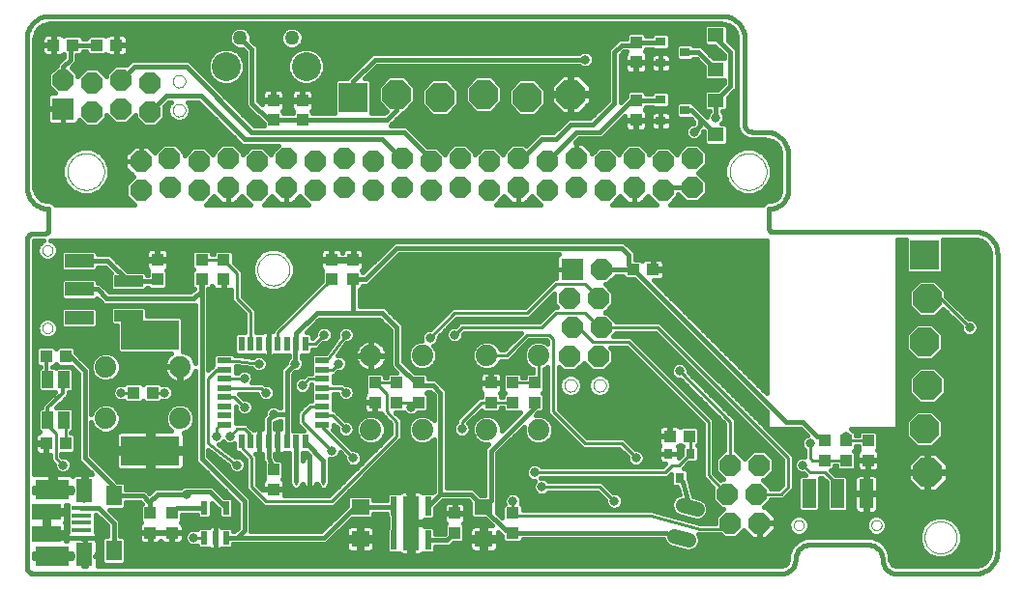
<source format=gtl>
G75*
%MOIN*%
%OFA0B0*%
%FSLAX24Y24*%
%IPPOS*%
%LPD*%
%AMOC8*
5,1,8,0,0,1.08239X$1,22.5*
%
%ADD10C,0.0160*%
%ADD11C,0.0000*%
%ADD12R,0.0217X0.0472*%
%ADD13R,0.0224X0.0650*%
%ADD14R,0.0550X0.1850*%
%ADD15R,0.0394X0.0433*%
%ADD16R,0.0394X0.0591*%
%ADD17R,0.0433X0.0394*%
%ADD18R,0.0984X0.0394*%
%ADD19R,0.0630X0.0551*%
%ADD20R,0.0740X0.0740*%
%ADD21OC8,0.0740*%
%ADD22R,0.2000X0.1000*%
%ADD23R,0.0579X0.0697*%
%ADD24C,0.0740*%
%ADD25R,0.0354X0.0315*%
%ADD26R,0.0551X0.0472*%
%ADD27OC8,0.1000*%
%ADD28R,0.1000X0.1000*%
%ADD29C,0.0500*%
%ADD30C,0.0500*%
%ADD31C,0.1000*%
%ADD32R,0.0315X0.0354*%
%ADD33R,0.0220X0.0500*%
%ADD34R,0.0500X0.0220*%
%ADD35C,0.0177*%
%ADD36C,0.0100*%
%ADD37R,0.0984X0.0472*%
%ADD38R,0.0472X0.0984*%
%ADD39R,0.0689X0.0157*%
%ADD40R,0.0984X0.0561*%
%ADD41R,0.1142X0.0709*%
%ADD42R,0.0551X0.0787*%
%ADD43C,0.0572*%
%ADD44C,0.0513*%
%ADD45C,0.0317*%
%ADD46C,0.0120*%
D10*
X007340Y002680D02*
X007340Y013930D01*
X007342Y013960D01*
X007347Y013990D01*
X007356Y014019D01*
X007369Y014046D01*
X007384Y014072D01*
X007403Y014096D01*
X007424Y014117D01*
X007448Y014136D01*
X007474Y014151D01*
X007501Y014164D01*
X007530Y014173D01*
X007560Y014178D01*
X007590Y014180D01*
X007990Y014180D01*
X008007Y014182D01*
X008024Y014186D01*
X008040Y014193D01*
X008054Y014203D01*
X008067Y014216D01*
X008077Y014230D01*
X008084Y014246D01*
X008088Y014263D01*
X008090Y014280D01*
X008090Y015028D01*
X008189Y015269D02*
X010948Y015269D01*
X011037Y015180D02*
X008306Y015180D01*
X008237Y015249D01*
X008141Y015288D01*
X008090Y015288D01*
X008013Y015294D01*
X007867Y015342D01*
X007743Y015432D01*
X007653Y015556D01*
X007606Y015702D01*
X007600Y015778D01*
X007600Y020893D01*
X007606Y020975D01*
X007657Y021132D01*
X007754Y021266D01*
X007888Y021363D01*
X008044Y021414D01*
X008127Y021420D01*
X031302Y021420D01*
X031385Y021414D01*
X031542Y021363D01*
X031542Y021363D01*
X031675Y021266D01*
X031772Y021132D01*
X031823Y020975D01*
X031830Y020893D01*
X031830Y017829D01*
X031907Y017641D01*
X032051Y017498D01*
X032238Y017420D01*
X032802Y017420D01*
X032885Y017414D01*
X033042Y017363D01*
X033175Y017266D01*
X033272Y017132D01*
X033323Y016975D01*
X033330Y016893D01*
X033330Y015688D01*
X033325Y015625D01*
X033286Y015507D01*
X033213Y015405D01*
X033111Y015332D01*
X032993Y015293D01*
X032930Y015288D01*
X032878Y015288D01*
X032783Y015249D01*
X032714Y015180D01*
X029520Y015180D01*
X029789Y015448D01*
X029789Y015528D01*
X030067Y015250D01*
X030490Y015250D01*
X030789Y015548D01*
X030789Y015971D01*
X030500Y016260D01*
X030789Y016548D01*
X030789Y016971D01*
X030490Y017270D01*
X030067Y017270D01*
X029769Y016971D01*
X029769Y016891D01*
X029490Y017170D01*
X029067Y017170D01*
X028789Y016891D01*
X028789Y016971D01*
X028490Y017270D01*
X028067Y017270D01*
X027769Y016971D01*
X027769Y016891D01*
X027490Y017170D01*
X027067Y017170D01*
X026829Y016931D01*
X026829Y016987D01*
X026506Y017310D01*
X026287Y017310D01*
X026287Y016768D01*
X026270Y016768D01*
X026270Y017310D01*
X026240Y017310D01*
X026390Y017460D01*
X027181Y017460D01*
X027310Y017589D01*
X027963Y018242D01*
X027963Y018114D01*
X028321Y018114D01*
X028321Y018077D01*
X027963Y018077D01*
X027963Y017855D01*
X027975Y017809D01*
X027999Y017768D01*
X028032Y017735D01*
X028073Y017711D01*
X028119Y017699D01*
X028321Y017699D01*
X028321Y018077D01*
X028358Y018077D01*
X028358Y018114D01*
X028716Y018114D01*
X028716Y018336D01*
X028704Y018381D01*
X028680Y018422D01*
X028647Y018456D01*
X028644Y018458D01*
X028676Y018490D01*
X028676Y018545D01*
X028923Y018545D01*
X028961Y018507D01*
X029431Y018507D01*
X029513Y018589D01*
X029513Y019019D01*
X029431Y019101D01*
X028961Y019101D01*
X028879Y019019D01*
X028879Y018985D01*
X028676Y018985D01*
X028676Y019039D01*
X028594Y019121D01*
X028085Y019121D01*
X028003Y019039D01*
X028003Y018904D01*
X027810Y018711D01*
X027810Y020339D01*
X027931Y020460D01*
X028033Y020460D01*
X028035Y020458D01*
X028032Y020456D01*
X027999Y020422D01*
X027975Y020381D01*
X027963Y020336D01*
X027963Y020114D01*
X028321Y020114D01*
X028321Y020077D01*
X027963Y020077D01*
X027963Y019855D01*
X027975Y019809D01*
X027999Y019768D01*
X028032Y019735D01*
X028073Y019711D01*
X028119Y019699D01*
X028321Y019699D01*
X028321Y020077D01*
X028358Y020077D01*
X028358Y020114D01*
X028716Y020114D01*
X028716Y020336D01*
X028704Y020381D01*
X028680Y020422D01*
X028647Y020456D01*
X028644Y020458D01*
X028676Y020490D01*
X028676Y020545D01*
X028923Y020545D01*
X028961Y020507D01*
X029431Y020507D01*
X029513Y020589D01*
X029513Y021019D01*
X029431Y021101D01*
X028961Y021101D01*
X028879Y021019D01*
X028879Y020985D01*
X028676Y020985D01*
X028676Y021039D01*
X028594Y021121D01*
X028085Y021121D01*
X028003Y021039D01*
X028003Y020900D01*
X027748Y020900D01*
X027620Y020771D01*
X027370Y020521D01*
X027370Y018771D01*
X026748Y018150D01*
X025998Y018150D01*
X025870Y018021D01*
X025498Y017650D01*
X024998Y017650D01*
X024870Y017521D01*
X024554Y017205D01*
X024490Y017270D01*
X024067Y017270D01*
X023769Y016971D01*
X023769Y016891D01*
X023490Y017170D01*
X023067Y017170D01*
X022789Y016891D01*
X022789Y016971D01*
X022490Y017270D01*
X022067Y017270D01*
X021769Y016971D01*
X021769Y016891D01*
X021490Y017170D01*
X021161Y017170D01*
X020431Y017900D01*
X019871Y017900D01*
X020181Y018210D01*
X020310Y018339D01*
X020310Y018340D01*
X020355Y018340D01*
X020730Y018715D01*
X020730Y019245D01*
X020355Y019620D01*
X019824Y019620D01*
X019450Y019245D01*
X019450Y018715D01*
X019756Y018408D01*
X019664Y018315D01*
X019223Y018315D01*
X019230Y018322D01*
X019230Y019438D01*
X019148Y019520D01*
X018991Y019520D01*
X019431Y019960D01*
X026388Y019960D01*
X026421Y019927D01*
X026530Y019882D01*
X026649Y019882D01*
X026759Y019927D01*
X026843Y020011D01*
X026888Y020121D01*
X026888Y020239D01*
X026843Y020349D01*
X026759Y020433D01*
X026649Y020478D01*
X026530Y020478D01*
X026421Y020433D01*
X026388Y020400D01*
X019248Y020400D01*
X019120Y020271D01*
X018370Y019521D01*
X018370Y019520D01*
X018032Y019520D01*
X017950Y019438D01*
X017950Y018322D01*
X017956Y018315D01*
X017176Y018315D01*
X017176Y018370D01*
X017144Y018402D01*
X017147Y018404D01*
X017180Y018438D01*
X017204Y018479D01*
X017216Y018524D01*
X017216Y018746D01*
X016858Y018746D01*
X016858Y018783D01*
X017216Y018783D01*
X017216Y019005D01*
X017204Y019051D01*
X017180Y019092D01*
X017147Y019125D01*
X017106Y019149D01*
X017060Y019161D01*
X016858Y019161D01*
X016858Y018783D01*
X016821Y018783D01*
X016821Y018746D01*
X016463Y018746D01*
X016463Y018524D01*
X016475Y018479D01*
X016499Y018438D01*
X016532Y018404D01*
X016535Y018402D01*
X016503Y018370D01*
X016503Y018315D01*
X016176Y018315D01*
X016176Y018370D01*
X016144Y018402D01*
X016147Y018404D01*
X016180Y018438D01*
X016204Y018479D01*
X016216Y018524D01*
X016216Y018746D01*
X015858Y018746D01*
X015858Y018783D01*
X016216Y018783D01*
X016216Y019005D01*
X016204Y019051D01*
X016180Y019092D01*
X016147Y019125D01*
X016106Y019149D01*
X016060Y019161D01*
X015858Y019161D01*
X015858Y018783D01*
X015821Y018783D01*
X015821Y018746D01*
X015463Y018746D01*
X015463Y018618D01*
X015310Y018771D01*
X015310Y020621D01*
X015089Y020842D01*
X015090Y020842D01*
X015090Y020998D01*
X015030Y021141D01*
X014920Y021251D01*
X014777Y021310D01*
X014622Y021310D01*
X014479Y021251D01*
X014369Y021141D01*
X014310Y020998D01*
X014310Y020842D01*
X014369Y020699D01*
X014479Y020589D01*
X014622Y020530D01*
X014777Y020530D01*
X014778Y020530D01*
X014870Y020439D01*
X014870Y018589D01*
X014998Y018460D01*
X015503Y017956D01*
X015503Y017900D01*
X015181Y017900D01*
X012931Y020150D01*
X010948Y020150D01*
X010820Y020021D01*
X010788Y019990D01*
X010378Y019990D01*
X010080Y019691D01*
X010080Y019611D01*
X009801Y019890D01*
X009378Y019890D01*
X009100Y019611D01*
X009100Y019691D01*
X008881Y019910D01*
X008931Y019960D01*
X009060Y020089D01*
X009060Y020343D01*
X009199Y020343D01*
X009281Y020425D01*
X009281Y020460D01*
X009398Y020460D01*
X009398Y020425D01*
X009480Y020343D01*
X010029Y020343D01*
X010062Y020376D01*
X010064Y020373D01*
X010097Y020339D01*
X010138Y020315D01*
X010184Y020303D01*
X010406Y020303D01*
X010406Y020662D01*
X010443Y020662D01*
X010443Y020698D01*
X010821Y020698D01*
X010821Y020901D01*
X010808Y020946D01*
X010785Y020987D01*
X010751Y021021D01*
X010710Y021045D01*
X010664Y021057D01*
X010443Y021057D01*
X010443Y020698D01*
X010406Y020698D01*
X010406Y021057D01*
X010184Y021057D01*
X010138Y021045D01*
X010097Y021021D01*
X010064Y020987D01*
X010062Y020984D01*
X010029Y021017D01*
X009480Y021017D01*
X009398Y020935D01*
X009398Y020900D01*
X009281Y020900D01*
X009281Y020935D01*
X009199Y021017D01*
X008650Y021017D01*
X008617Y020984D01*
X008615Y020987D01*
X008582Y021021D01*
X008541Y021045D01*
X008495Y021057D01*
X008273Y021057D01*
X008273Y020698D01*
X008236Y020698D01*
X008236Y020662D01*
X007858Y020662D01*
X007858Y020459D01*
X007871Y020414D01*
X007894Y020373D01*
X007928Y020339D01*
X007969Y020315D01*
X008015Y020303D01*
X008236Y020303D01*
X008236Y020662D01*
X008273Y020662D01*
X008273Y020303D01*
X008495Y020303D01*
X008541Y020315D01*
X008582Y020339D01*
X008615Y020373D01*
X008617Y020376D01*
X008620Y020373D01*
X008620Y020271D01*
X008370Y020021D01*
X008370Y019981D01*
X008080Y019691D01*
X008080Y019269D01*
X008318Y019030D01*
X008196Y019030D01*
X008150Y019018D01*
X008109Y018994D01*
X008076Y018961D01*
X008052Y018919D01*
X008040Y018874D01*
X008040Y018489D01*
X008581Y018489D01*
X008581Y018471D01*
X008598Y018471D01*
X008598Y017930D01*
X008983Y017930D01*
X009029Y017942D01*
X009070Y017966D01*
X009104Y017999D01*
X009127Y018041D01*
X009140Y018086D01*
X009140Y018109D01*
X009378Y017870D01*
X009801Y017870D01*
X010100Y018169D01*
X010100Y018249D01*
X010378Y017970D01*
X010801Y017970D01*
X011080Y018249D01*
X011080Y018169D01*
X011378Y017870D01*
X011801Y017870D01*
X012100Y018169D01*
X012100Y018579D01*
X012231Y018710D01*
X012309Y018710D01*
X012253Y018655D01*
X012193Y018509D01*
X012193Y018351D01*
X012253Y018205D01*
X012365Y018094D01*
X012511Y018033D01*
X012668Y018033D01*
X012814Y018094D01*
X012926Y018205D01*
X012986Y018351D01*
X012986Y018509D01*
X012926Y018655D01*
X012870Y018710D01*
X013248Y018710D01*
X014620Y017339D01*
X014748Y017210D01*
X016008Y017210D01*
X015769Y016971D01*
X015769Y016891D01*
X015490Y017170D01*
X015067Y017170D01*
X014789Y016891D01*
X014789Y016971D01*
X014490Y017270D01*
X014067Y017270D01*
X013769Y016971D01*
X013769Y016891D01*
X013490Y017170D01*
X013067Y017170D01*
X012773Y016875D01*
X012773Y016971D01*
X012474Y017270D01*
X012052Y017270D01*
X011753Y016971D01*
X011753Y016963D01*
X011506Y017210D01*
X011287Y017210D01*
X011287Y016668D01*
X011270Y016668D01*
X011270Y016651D01*
X010729Y016651D01*
X010729Y016432D01*
X011029Y016131D01*
X010769Y015871D01*
X010769Y015448D01*
X011037Y015180D01*
X010790Y015427D02*
X007750Y015427D01*
X007643Y015586D02*
X009005Y015586D01*
X008918Y015621D02*
X009216Y015498D01*
X009538Y015498D01*
X009836Y015621D01*
X010064Y015849D01*
X010187Y016147D01*
X010187Y016469D01*
X010064Y016767D01*
X009836Y016995D01*
X009538Y017118D01*
X009216Y017118D01*
X008918Y016995D01*
X008690Y016767D01*
X008567Y016469D01*
X008567Y016147D01*
X008690Y015849D01*
X008918Y015621D01*
X008795Y015744D02*
X007602Y015744D01*
X007600Y015903D02*
X008668Y015903D01*
X008603Y016061D02*
X007600Y016061D01*
X007600Y016220D02*
X008567Y016220D01*
X008567Y016378D02*
X007600Y016378D01*
X007600Y016537D02*
X008595Y016537D01*
X008661Y016695D02*
X007600Y016695D01*
X007600Y016854D02*
X008777Y016854D01*
X008960Y017012D02*
X007600Y017012D01*
X007600Y017171D02*
X011012Y017171D01*
X011051Y017210D02*
X010729Y016887D01*
X010729Y016668D01*
X011270Y016668D01*
X011270Y017210D01*
X011051Y017210D01*
X011270Y017171D02*
X011287Y017171D01*
X011270Y017012D02*
X011287Y017012D01*
X011270Y016854D02*
X011287Y016854D01*
X011270Y016695D02*
X011287Y016695D01*
X011704Y017012D02*
X011794Y017012D01*
X011953Y017171D02*
X011545Y017171D01*
X010853Y017012D02*
X009794Y017012D01*
X009977Y016854D02*
X010729Y016854D01*
X010729Y016695D02*
X010093Y016695D01*
X010159Y016537D02*
X010729Y016537D01*
X010782Y016378D02*
X010187Y016378D01*
X010187Y016220D02*
X010941Y016220D01*
X010959Y016061D02*
X010151Y016061D01*
X010086Y015903D02*
X010800Y015903D01*
X010769Y015744D02*
X009958Y015744D01*
X009749Y015586D02*
X010769Y015586D01*
X012573Y017171D02*
X013968Y017171D01*
X013810Y017012D02*
X013647Y017012D01*
X014312Y017646D02*
X007600Y017646D01*
X007600Y017488D02*
X014471Y017488D01*
X014629Y017329D02*
X007600Y017329D01*
X007600Y017805D02*
X014154Y017805D01*
X013995Y017963D02*
X011894Y017963D01*
X012052Y018122D02*
X012337Y018122D01*
X012222Y018280D02*
X012100Y018280D01*
X012100Y018439D02*
X012193Y018439D01*
X012230Y018597D02*
X012118Y018597D01*
X012140Y018930D02*
X011590Y018380D01*
X011285Y017963D02*
X009894Y017963D01*
X010052Y018122D02*
X010227Y018122D01*
X010952Y018122D02*
X011127Y018122D01*
X012140Y018930D02*
X013340Y018930D01*
X014840Y017430D01*
X019590Y017430D01*
X020260Y016760D01*
X020279Y016760D01*
X021002Y017329D02*
X024677Y017329D01*
X024836Y017488D02*
X020843Y017488D01*
X020685Y017646D02*
X024994Y017646D01*
X025090Y017430D02*
X025590Y017430D01*
X026090Y017930D01*
X026840Y017930D01*
X027590Y018680D01*
X027590Y020430D01*
X027840Y020680D01*
X028255Y020680D01*
X028340Y020765D01*
X029156Y020765D01*
X029196Y020804D01*
X029513Y020816D02*
X030674Y020816D01*
X030674Y020726D02*
X030756Y020644D01*
X031064Y020644D01*
X031370Y020339D01*
X031370Y020216D01*
X031024Y020216D01*
X030590Y020650D01*
X030335Y020650D01*
X030258Y020727D01*
X029787Y020727D01*
X029705Y020645D01*
X029705Y020215D01*
X029787Y020133D01*
X030258Y020133D01*
X030335Y020210D01*
X030408Y020210D01*
X030674Y019944D01*
X030674Y019545D01*
X030756Y019463D01*
X031370Y019463D01*
X031370Y019362D01*
X031155Y019147D01*
X030756Y019147D01*
X030674Y019065D01*
X030674Y018476D01*
X030756Y018394D01*
X030870Y018394D01*
X030870Y018382D01*
X030837Y018349D01*
X030791Y018239D01*
X030791Y018199D01*
X030764Y018226D01*
X030635Y018355D01*
X030469Y018521D01*
X030469Y018521D01*
X030340Y018650D01*
X030335Y018650D01*
X030258Y018727D01*
X029787Y018727D01*
X029705Y018645D01*
X029705Y018215D01*
X029787Y018133D01*
X030235Y018133D01*
X030324Y018044D01*
X030324Y017978D01*
X030280Y017978D01*
X030171Y017933D01*
X030087Y017849D01*
X030041Y017739D01*
X030041Y017621D01*
X030087Y017511D01*
X030171Y017427D01*
X030280Y017382D01*
X030399Y017382D01*
X030509Y017427D01*
X030593Y017511D01*
X030638Y017621D01*
X030638Y017667D01*
X030669Y017699D01*
X030674Y017694D01*
X030674Y017295D01*
X030756Y017213D01*
X031423Y017213D01*
X031505Y017295D01*
X031505Y017884D01*
X031423Y017966D01*
X031297Y017966D01*
X031343Y018011D01*
X031388Y018121D01*
X031388Y018239D01*
X031343Y018349D01*
X031310Y018382D01*
X031310Y018394D01*
X031423Y018394D01*
X031505Y018476D01*
X031505Y018875D01*
X031681Y019051D01*
X031810Y019179D01*
X031810Y020521D01*
X031505Y020826D01*
X031505Y021315D01*
X031423Y021397D01*
X030756Y021397D01*
X030674Y021315D01*
X030674Y020726D01*
X030743Y020658D02*
X030328Y020658D01*
X030499Y020430D02*
X030023Y020430D01*
X029705Y020499D02*
X028676Y020499D01*
X028715Y020341D02*
X028891Y020341D01*
X028875Y020324D02*
X028851Y020283D01*
X028839Y020237D01*
X028839Y020056D01*
X028839Y019875D01*
X028851Y019829D01*
X028875Y019788D01*
X028908Y019754D01*
X028949Y019731D01*
X028995Y019719D01*
X029196Y019719D01*
X029397Y019719D01*
X029443Y019731D01*
X029484Y019754D01*
X029517Y019788D01*
X029541Y019829D01*
X029553Y019875D01*
X029553Y020056D01*
X029553Y020237D01*
X029541Y020283D01*
X029517Y020324D01*
X029484Y020358D01*
X029443Y020381D01*
X029397Y020393D01*
X029196Y020393D01*
X029196Y020056D01*
X029553Y020056D01*
X029196Y020056D01*
X029196Y020056D01*
X029196Y020056D01*
X029196Y019719D01*
X029196Y020056D01*
X029196Y020056D01*
X029196Y020393D01*
X028995Y020393D01*
X028949Y020381D01*
X028908Y020358D01*
X028875Y020324D01*
X028839Y020182D02*
X028716Y020182D01*
X028716Y020077D02*
X028358Y020077D01*
X028358Y019699D01*
X028560Y019699D01*
X028606Y019711D01*
X028647Y019735D01*
X028680Y019768D01*
X028704Y019809D01*
X028716Y019855D01*
X028716Y020077D01*
X028716Y020024D02*
X028839Y020024D01*
X028839Y020056D02*
X029196Y020056D01*
X029196Y020056D01*
X028839Y020056D01*
X028841Y019865D02*
X028716Y019865D01*
X028589Y019707D02*
X030674Y019707D01*
X030674Y019865D02*
X029550Y019865D01*
X029553Y020024D02*
X030594Y020024D01*
X030436Y020182D02*
X030307Y020182D01*
X030499Y020430D02*
X031090Y019839D01*
X030674Y019548D02*
X027810Y019548D01*
X027810Y019390D02*
X031370Y019390D01*
X031239Y019231D02*
X027810Y019231D01*
X027810Y019073D02*
X028036Y019073D01*
X028003Y018914D02*
X027810Y018914D01*
X027810Y018756D02*
X027854Y018756D01*
X028174Y018765D02*
X027090Y017680D01*
X026299Y017680D01*
X025279Y016660D01*
X025090Y017430D02*
X024419Y016760D01*
X024279Y016760D01*
X023968Y017171D02*
X022589Y017171D01*
X022747Y017012D02*
X022910Y017012D01*
X023647Y017012D02*
X023810Y017012D01*
X024324Y018240D02*
X024855Y018240D01*
X025230Y018615D01*
X025230Y019145D01*
X024855Y019520D01*
X024324Y019520D01*
X023950Y019145D01*
X023950Y018615D01*
X024324Y018240D01*
X024284Y018280D02*
X021895Y018280D01*
X021855Y018240D02*
X022230Y018615D01*
X022230Y019145D01*
X021855Y019520D01*
X021324Y019520D01*
X020950Y019145D01*
X020950Y018615D01*
X021324Y018240D01*
X021855Y018240D01*
X022053Y018439D02*
X022726Y018439D01*
X022824Y018340D02*
X023355Y018340D01*
X023730Y018715D01*
X023730Y019245D01*
X023355Y019620D01*
X022824Y019620D01*
X022450Y019245D01*
X022450Y018715D01*
X022824Y018340D01*
X022567Y018597D02*
X022212Y018597D01*
X022230Y018756D02*
X022450Y018756D01*
X022450Y018914D02*
X022230Y018914D01*
X022230Y019073D02*
X022450Y019073D01*
X022450Y019231D02*
X022144Y019231D01*
X021985Y019390D02*
X022594Y019390D01*
X022752Y019548D02*
X020427Y019548D01*
X020585Y019390D02*
X021194Y019390D01*
X021035Y019231D02*
X020730Y019231D01*
X020730Y019073D02*
X020950Y019073D01*
X020950Y018914D02*
X020730Y018914D01*
X020730Y018756D02*
X020950Y018756D01*
X020967Y018597D02*
X020612Y018597D01*
X020453Y018439D02*
X021126Y018439D01*
X021284Y018280D02*
X020251Y018280D01*
X020090Y018430D02*
X020090Y018980D01*
X019594Y019390D02*
X019230Y019390D01*
X019230Y019231D02*
X019450Y019231D01*
X019450Y019073D02*
X019230Y019073D01*
X019230Y018914D02*
X019450Y018914D01*
X019450Y018756D02*
X019230Y018756D01*
X019230Y018597D02*
X019567Y018597D01*
X019726Y018439D02*
X019230Y018439D01*
X019755Y018095D02*
X020090Y018430D01*
X020092Y018122D02*
X025970Y018122D01*
X026051Y018300D02*
X026051Y018942D01*
X025410Y018942D01*
X025410Y018698D01*
X025808Y018300D01*
X026051Y018300D01*
X026128Y018300D02*
X026371Y018300D01*
X026770Y018698D01*
X026770Y018942D01*
X026128Y018942D01*
X026128Y019018D01*
X026770Y019018D01*
X026770Y019262D01*
X026371Y019660D01*
X026128Y019660D01*
X026128Y019018D01*
X026051Y019018D01*
X026051Y018942D01*
X026128Y018942D01*
X026128Y018300D01*
X026128Y018439D02*
X026051Y018439D01*
X026051Y018597D02*
X026128Y018597D01*
X026128Y018756D02*
X026051Y018756D01*
X026051Y018914D02*
X026128Y018914D01*
X026051Y019018D02*
X025410Y019018D01*
X025410Y019262D01*
X025808Y019660D01*
X026051Y019660D01*
X026051Y019018D01*
X026051Y019073D02*
X026128Y019073D01*
X026128Y019231D02*
X026051Y019231D01*
X026051Y019390D02*
X026128Y019390D01*
X026128Y019548D02*
X026051Y019548D01*
X025696Y019548D02*
X023427Y019548D01*
X023585Y019390D02*
X024194Y019390D01*
X024035Y019231D02*
X023730Y019231D01*
X023730Y019073D02*
X023950Y019073D01*
X023950Y018914D02*
X023730Y018914D01*
X023730Y018756D02*
X023950Y018756D01*
X023967Y018597D02*
X023612Y018597D01*
X023453Y018439D02*
X024126Y018439D01*
X024895Y018280D02*
X026878Y018280D01*
X027037Y018439D02*
X026510Y018439D01*
X026668Y018597D02*
X027195Y018597D01*
X027354Y018756D02*
X026770Y018756D01*
X026770Y018914D02*
X027370Y018914D01*
X027370Y019073D02*
X026770Y019073D01*
X026770Y019231D02*
X027370Y019231D01*
X027370Y019390D02*
X026642Y019390D01*
X026483Y019548D02*
X027370Y019548D01*
X027370Y019707D02*
X019177Y019707D01*
X019336Y019865D02*
X027370Y019865D01*
X027370Y020024D02*
X026848Y020024D01*
X026888Y020182D02*
X027370Y020182D01*
X027370Y020341D02*
X026846Y020341D01*
X026590Y020180D02*
X019340Y020180D01*
X018590Y019430D01*
X018590Y018880D01*
X017950Y018914D02*
X017216Y018914D01*
X017192Y019073D02*
X017950Y019073D01*
X017950Y019231D02*
X015310Y019231D01*
X015310Y019073D02*
X015488Y019073D01*
X015499Y019092D02*
X015475Y019051D01*
X015463Y019005D01*
X015463Y018783D01*
X015821Y018783D01*
X015821Y019161D01*
X015619Y019161D01*
X015573Y019149D01*
X015532Y019125D01*
X015499Y019092D01*
X015463Y018914D02*
X015310Y018914D01*
X015325Y018756D02*
X015821Y018756D01*
X015858Y018756D02*
X016821Y018756D01*
X016821Y018783D02*
X016463Y018783D01*
X016463Y019005D01*
X016475Y019051D01*
X016499Y019092D01*
X016532Y019125D01*
X016573Y019149D01*
X016619Y019161D01*
X016821Y019161D01*
X016821Y018783D01*
X016858Y018756D02*
X017950Y018756D01*
X017950Y018597D02*
X017216Y018597D01*
X017181Y018439D02*
X017950Y018439D01*
X017332Y019397D02*
X017097Y019300D01*
X016842Y019300D01*
X016607Y019397D01*
X016427Y019577D01*
X016330Y019813D01*
X016330Y020067D01*
X016427Y020303D01*
X016607Y020483D01*
X016842Y020580D01*
X017097Y020580D01*
X017332Y020483D01*
X017512Y020303D01*
X017610Y020067D01*
X017610Y019813D01*
X017512Y019577D01*
X017332Y019397D01*
X017313Y019390D02*
X017950Y019390D01*
X018396Y019548D02*
X017483Y019548D01*
X017566Y019707D02*
X018555Y019707D01*
X018713Y019865D02*
X017610Y019865D01*
X017610Y020024D02*
X018872Y020024D01*
X019030Y020182D02*
X017562Y020182D01*
X017474Y020341D02*
X019189Y020341D01*
X019019Y019548D02*
X019752Y019548D01*
X019755Y018095D02*
X016840Y018095D01*
X015840Y018095D01*
X015674Y018095D01*
X015090Y018680D01*
X015090Y020530D01*
X014700Y020920D01*
X014410Y020658D02*
X010821Y020658D01*
X010821Y020662D02*
X010443Y020662D01*
X010443Y020303D01*
X010664Y020303D01*
X010710Y020315D01*
X010751Y020339D01*
X010785Y020373D01*
X010808Y020414D01*
X010821Y020459D01*
X010821Y020662D01*
X010821Y020816D02*
X014320Y020816D01*
X014310Y020975D02*
X010792Y020975D01*
X010443Y020975D02*
X010406Y020975D01*
X010406Y020816D02*
X010443Y020816D01*
X010443Y020658D02*
X010406Y020658D01*
X010406Y020499D02*
X010443Y020499D01*
X010443Y020341D02*
X010406Y020341D01*
X010096Y020341D02*
X009060Y020341D01*
X009060Y020182D02*
X013617Y020182D01*
X013570Y020067D02*
X013667Y020303D01*
X013847Y020483D01*
X014082Y020580D01*
X014337Y020580D01*
X014572Y020483D01*
X014752Y020303D01*
X014850Y020067D01*
X014850Y019813D01*
X014752Y019577D01*
X014572Y019397D01*
X014337Y019300D01*
X014082Y019300D01*
X013847Y019397D01*
X013667Y019577D01*
X013570Y019813D01*
X013570Y020067D01*
X013570Y020024D02*
X013057Y020024D01*
X013216Y019865D02*
X013570Y019865D01*
X013614Y019707D02*
X013374Y019707D01*
X013533Y019548D02*
X013696Y019548D01*
X013691Y019390D02*
X013866Y019390D01*
X013850Y019231D02*
X014870Y019231D01*
X014870Y019073D02*
X014008Y019073D01*
X014167Y018914D02*
X014870Y018914D01*
X014870Y018756D02*
X014325Y018756D01*
X014484Y018597D02*
X014870Y018597D01*
X015020Y018439D02*
X014642Y018439D01*
X014801Y018280D02*
X015178Y018280D01*
X015337Y018122D02*
X014959Y018122D01*
X015118Y017963D02*
X015495Y017963D01*
X015090Y017680D02*
X020340Y017680D01*
X021279Y016741D01*
X021279Y016660D01*
X021647Y017012D02*
X021810Y017012D01*
X021968Y017171D02*
X021160Y017171D01*
X020526Y017805D02*
X025653Y017805D01*
X025811Y017963D02*
X019934Y017963D01*
X016858Y018914D02*
X016821Y018914D01*
X016821Y019073D02*
X016858Y019073D01*
X016488Y019073D02*
X016192Y019073D01*
X016216Y018914D02*
X016463Y018914D01*
X016463Y018597D02*
X016216Y018597D01*
X016181Y018439D02*
X016498Y018439D01*
X015858Y018914D02*
X015821Y018914D01*
X015821Y019073D02*
X015858Y019073D01*
X015310Y019390D02*
X016626Y019390D01*
X016456Y019548D02*
X015310Y019548D01*
X015310Y019707D02*
X016374Y019707D01*
X016330Y019865D02*
X015310Y019865D01*
X015310Y020024D02*
X016330Y020024D01*
X016377Y020182D02*
X015310Y020182D01*
X015310Y020341D02*
X016465Y020341D01*
X016402Y020530D02*
X016557Y020530D01*
X016700Y020589D01*
X016810Y020699D01*
X016870Y020842D01*
X016870Y020998D01*
X016810Y021141D01*
X016700Y021251D01*
X016557Y021310D01*
X016402Y021310D01*
X016259Y021251D01*
X016149Y021141D01*
X016090Y020998D01*
X016090Y020842D01*
X016149Y020699D01*
X016259Y020589D01*
X016402Y020530D01*
X016647Y020499D02*
X015310Y020499D01*
X015273Y020658D02*
X016190Y020658D01*
X016100Y020816D02*
X015115Y020816D01*
X015090Y020975D02*
X016090Y020975D01*
X016146Y021133D02*
X015033Y021133D01*
X014822Y021292D02*
X016357Y021292D01*
X016602Y021292D02*
X030674Y021292D01*
X030674Y021133D02*
X016813Y021133D01*
X016870Y020975D02*
X028003Y020975D01*
X027664Y020816D02*
X016859Y020816D01*
X016769Y020658D02*
X027506Y020658D01*
X027370Y020499D02*
X017292Y020499D01*
X014870Y020341D02*
X014714Y020341D01*
X014802Y020182D02*
X014870Y020182D01*
X014870Y020024D02*
X014850Y020024D01*
X014850Y019865D02*
X014870Y019865D01*
X014870Y019707D02*
X014806Y019707D01*
X014870Y019548D02*
X014723Y019548D01*
X014870Y019390D02*
X014553Y019390D01*
X013705Y020341D02*
X010753Y020341D01*
X010821Y020499D02*
X013887Y020499D01*
X014366Y021133D02*
X007658Y021133D01*
X007606Y020975D02*
X007887Y020975D01*
X007894Y020987D02*
X007871Y020946D01*
X007858Y020901D01*
X007858Y020698D01*
X008236Y020698D01*
X008236Y021057D01*
X008015Y021057D01*
X007969Y021045D01*
X007928Y021021D01*
X007894Y020987D01*
X007858Y020816D02*
X007600Y020816D01*
X007600Y020658D02*
X007858Y020658D01*
X007858Y020499D02*
X007600Y020499D01*
X007600Y020341D02*
X007926Y020341D01*
X008236Y020341D02*
X008273Y020341D01*
X008273Y020499D02*
X008236Y020499D01*
X008236Y020658D02*
X008273Y020658D01*
X008273Y020816D02*
X008236Y020816D01*
X008127Y021680D02*
X008073Y021678D01*
X008020Y021673D01*
X007967Y021664D01*
X007915Y021651D01*
X007863Y021635D01*
X007813Y021615D01*
X007765Y021592D01*
X007718Y021565D01*
X007673Y021536D01*
X007630Y021503D01*
X007590Y021468D01*
X007552Y021430D01*
X007517Y021390D01*
X007484Y021347D01*
X007455Y021302D01*
X007428Y021255D01*
X007405Y021207D01*
X007385Y021157D01*
X007369Y021105D01*
X007356Y021053D01*
X007347Y021000D01*
X007342Y020947D01*
X007340Y020893D01*
X007340Y015778D01*
X007342Y015724D01*
X007348Y015671D01*
X007357Y015619D01*
X007370Y015567D01*
X007387Y015516D01*
X007408Y015466D01*
X007432Y015419D01*
X007459Y015373D01*
X007490Y015329D01*
X007523Y015287D01*
X007560Y015248D01*
X007599Y015211D01*
X007641Y015178D01*
X007685Y015147D01*
X007731Y015120D01*
X007778Y015096D01*
X007828Y015075D01*
X007879Y015058D01*
X007931Y015045D01*
X007983Y015036D01*
X008036Y015030D01*
X008090Y015028D01*
X008162Y013930D02*
X032840Y013930D01*
X032840Y008656D01*
X028943Y012553D01*
X029164Y012553D01*
X029210Y012565D01*
X029251Y012589D01*
X029285Y012623D01*
X029308Y012664D01*
X029321Y012709D01*
X029321Y012912D01*
X028943Y012912D01*
X028943Y012948D01*
X029321Y012948D01*
X029321Y013151D01*
X029308Y013196D01*
X029285Y013237D01*
X029251Y013271D01*
X029210Y013295D01*
X029164Y013307D01*
X028943Y013307D01*
X028943Y012948D01*
X028906Y012948D01*
X028906Y013307D01*
X028684Y013307D01*
X028638Y013295D01*
X028597Y013271D01*
X028564Y013237D01*
X028562Y013234D01*
X028529Y013267D01*
X028310Y013267D01*
X028310Y013521D01*
X028181Y013650D01*
X027931Y013900D01*
X019998Y013900D01*
X019870Y013771D01*
X018926Y012828D01*
X018926Y012870D01*
X018894Y012902D01*
X018897Y012904D01*
X018930Y012938D01*
X018954Y012979D01*
X018966Y013024D01*
X018966Y013246D01*
X018608Y013246D01*
X018608Y013283D01*
X018966Y013283D01*
X018966Y013505D01*
X018954Y013551D01*
X018930Y013592D01*
X018897Y013625D01*
X018856Y013649D01*
X018810Y013661D01*
X018608Y013661D01*
X018608Y013283D01*
X018571Y013283D01*
X018571Y013246D01*
X017858Y013246D01*
X017858Y013283D01*
X018216Y013283D01*
X018571Y013283D01*
X018571Y013661D01*
X018369Y013661D01*
X018323Y013649D01*
X018282Y013625D01*
X018249Y013592D01*
X018225Y013551D01*
X018215Y013512D01*
X018204Y013551D01*
X018180Y013592D01*
X018147Y013625D01*
X018106Y013649D01*
X018060Y013661D01*
X017858Y013661D01*
X017858Y013283D01*
X017821Y013283D01*
X017821Y013246D01*
X017463Y013246D01*
X017463Y013024D01*
X017475Y012979D01*
X017499Y012938D01*
X017532Y012904D01*
X017535Y012902D01*
X017503Y012870D01*
X017503Y012527D01*
X015807Y010832D01*
X015807Y010800D01*
X015682Y010800D01*
X015548Y010800D01*
X015503Y010788D01*
X015462Y010764D01*
X015458Y010760D01*
X015242Y010760D01*
X015242Y011546D01*
X015131Y011657D01*
X014780Y012009D01*
X014780Y012881D01*
X014484Y013177D01*
X014484Y013519D01*
X014401Y013601D01*
X013852Y013601D01*
X013770Y013519D01*
X013770Y013455D01*
X013734Y013455D01*
X013734Y013519D01*
X013651Y013601D01*
X013102Y013601D01*
X013020Y013519D01*
X013020Y013010D01*
X013100Y012930D01*
X013020Y012850D01*
X013020Y012341D01*
X013102Y012259D01*
X013107Y012259D01*
X012998Y012150D01*
X010181Y012150D01*
X009863Y012468D01*
X009772Y012468D01*
X009772Y012542D01*
X009690Y012624D01*
X008590Y012624D01*
X008508Y012542D01*
X008508Y011954D01*
X008590Y011872D01*
X009690Y011872D01*
X009763Y011945D01*
X009870Y011839D01*
X009998Y011710D01*
X013157Y011710D01*
X013157Y009693D01*
X013156Y009699D01*
X013129Y009781D01*
X013090Y009858D01*
X013039Y009928D01*
X012978Y009990D01*
X012908Y010040D01*
X012831Y010080D01*
X012748Y010106D01*
X012719Y010111D01*
X012730Y010122D01*
X012730Y011238D01*
X012648Y011320D01*
X011472Y011320D01*
X011472Y011594D01*
X011390Y011676D01*
X010289Y011676D01*
X010207Y011594D01*
X010207Y011085D01*
X010289Y011003D01*
X010450Y011003D01*
X010450Y010122D01*
X010532Y010040D01*
X012331Y010040D01*
X012261Y009990D01*
X012200Y009928D01*
X012149Y009858D01*
X012110Y009781D01*
X012083Y009699D01*
X012070Y009613D01*
X012070Y009590D01*
X012600Y009590D01*
X012600Y009550D01*
X012640Y009550D01*
X012640Y009020D01*
X012663Y009020D01*
X012748Y009034D01*
X012831Y009060D01*
X012908Y009100D01*
X012978Y009150D01*
X013039Y009212D01*
X013090Y009282D01*
X013129Y009359D01*
X013156Y009441D01*
X013157Y009447D01*
X013157Y006301D01*
X014620Y004839D01*
X014620Y004009D01*
X014498Y003888D01*
X014462Y003888D01*
X014462Y003962D01*
X014380Y004044D01*
X014062Y004044D01*
X014058Y004048D01*
X014017Y004072D01*
X013972Y004084D01*
X013840Y004084D01*
X013840Y003668D01*
X013840Y003252D01*
X013972Y003252D01*
X014017Y003264D01*
X014058Y003288D01*
X014062Y003292D01*
X014380Y003292D01*
X014462Y003374D01*
X014462Y003448D01*
X017669Y003448D01*
X018536Y004316D01*
X019213Y004316D01*
X019295Y004398D01*
X019295Y004511D01*
X019747Y004511D01*
X019747Y004388D01*
X019779Y004356D01*
X019779Y004004D01*
X019747Y003972D01*
X019747Y003207D01*
X019829Y003125D01*
X020169Y003125D01*
X020180Y003135D01*
X020204Y003111D01*
X020245Y003087D01*
X020291Y003075D01*
X020532Y003075D01*
X020532Y004122D01*
X020647Y004122D01*
X020647Y003075D01*
X020888Y003075D01*
X020934Y003087D01*
X020975Y003111D01*
X020999Y003135D01*
X021010Y003125D01*
X021350Y003125D01*
X021432Y003207D01*
X021432Y003369D01*
X021925Y003369D01*
X022044Y003489D01*
X022344Y003489D01*
X022426Y003571D01*
X022426Y004120D01*
X022394Y004152D01*
X022397Y004154D01*
X022430Y004188D01*
X022454Y004229D01*
X022466Y004274D01*
X022466Y004496D01*
X022108Y004496D01*
X022108Y004533D01*
X022466Y004533D01*
X022466Y004755D01*
X022454Y004801D01*
X022430Y004842D01*
X022397Y004875D01*
X022356Y004899D01*
X022310Y004911D01*
X022108Y004911D01*
X022108Y004533D01*
X022071Y004533D01*
X022071Y004496D01*
X021713Y004496D01*
X021713Y004274D01*
X021725Y004229D01*
X021749Y004188D01*
X021782Y004154D01*
X021785Y004152D01*
X021753Y004120D01*
X021753Y003820D01*
X021743Y003809D01*
X021432Y003809D01*
X021432Y003972D01*
X021350Y004054D01*
X021045Y004054D01*
X021045Y004122D01*
X020647Y004122D01*
X020647Y004238D01*
X020532Y004238D01*
X020532Y005285D01*
X020291Y005285D01*
X020245Y005273D01*
X020204Y005249D01*
X020180Y005225D01*
X020169Y005235D01*
X019829Y005235D01*
X019747Y005153D01*
X019747Y004951D01*
X019295Y004951D01*
X019295Y005065D01*
X019213Y005147D01*
X018467Y005147D01*
X018385Y005065D01*
X018385Y004786D01*
X018370Y004771D01*
X017487Y003888D01*
X015060Y003888D01*
X015060Y005021D01*
X014931Y005150D01*
X013597Y006484D01*
X013597Y006687D01*
X014291Y006166D01*
X014291Y006121D01*
X014337Y006011D01*
X014421Y005927D01*
X014530Y005882D01*
X014649Y005882D01*
X014759Y005927D01*
X014843Y006011D01*
X014888Y006121D01*
X014888Y006239D01*
X014843Y006349D01*
X014759Y006433D01*
X014649Y006478D01*
X014530Y006478D01*
X014516Y006473D01*
X013963Y006887D01*
X014059Y006927D01*
X014115Y006983D01*
X014171Y006927D01*
X014280Y006882D01*
X014399Y006882D01*
X014487Y006918D01*
X014487Y006682D01*
X014569Y006600D01*
X014651Y006600D01*
X014900Y006351D01*
X014900Y005351D01*
X015400Y004851D01*
X015511Y004740D01*
X017918Y004740D01*
X020168Y006990D01*
X020280Y007101D01*
X020280Y007759D01*
X020049Y007989D01*
X020344Y007989D01*
X020352Y007996D01*
X020421Y007927D01*
X020530Y007882D01*
X020649Y007882D01*
X020759Y007927D01*
X020820Y007989D01*
X021094Y007989D01*
X021176Y008071D01*
X021176Y008620D01*
X021116Y008680D01*
X021146Y008710D01*
X021248Y008710D01*
X021370Y008589D01*
X021370Y007731D01*
X021268Y007832D01*
X021081Y007910D01*
X020878Y007910D01*
X020691Y007832D01*
X020547Y007689D01*
X020470Y007501D01*
X020470Y007299D01*
X020547Y007111D01*
X020691Y006968D01*
X020878Y006890D01*
X021081Y006890D01*
X021268Y006968D01*
X021370Y007069D01*
X021370Y005271D01*
X021334Y005235D01*
X021010Y005235D01*
X020999Y005225D01*
X020975Y005249D01*
X020934Y005273D01*
X020888Y005285D01*
X020647Y005285D01*
X020647Y004238D01*
X021045Y004238D01*
X021045Y004306D01*
X021350Y004306D01*
X021432Y004388D01*
X021432Y004712D01*
X021681Y004960D01*
X022550Y004960D01*
X022635Y004875D01*
X022635Y004398D01*
X022717Y004316D01*
X023143Y004316D01*
X023374Y004084D01*
X023147Y004084D01*
X023147Y003687D01*
X023032Y003687D01*
X023032Y004084D01*
X022751Y004084D01*
X022705Y004072D01*
X022664Y004048D01*
X022631Y004015D01*
X022426Y004015D01*
X022426Y003857D02*
X022595Y003857D01*
X022595Y003928D02*
X022595Y003687D01*
X023032Y003687D01*
X023032Y003571D01*
X023147Y003571D01*
X023147Y003173D01*
X023428Y003173D01*
X023474Y003185D01*
X023515Y003209D01*
X023549Y003243D01*
X023572Y003284D01*
X023585Y003330D01*
X023585Y003571D01*
X023147Y003571D01*
X023147Y003687D01*
X023585Y003687D01*
X023585Y003874D01*
X023620Y003839D01*
X023733Y003725D01*
X023733Y003591D01*
X023815Y003509D01*
X024364Y003509D01*
X024446Y003591D01*
X024446Y003625D01*
X029288Y003625D01*
X029292Y003594D01*
X029370Y003459D01*
X029493Y003365D01*
X030126Y003195D01*
X030279Y003215D01*
X030414Y003293D01*
X030508Y003416D01*
X030548Y003566D01*
X030528Y003720D01*
X030488Y003790D01*
X030515Y003790D01*
X030567Y003776D01*
X030591Y003790D01*
X031258Y003790D01*
X031378Y003670D01*
X031801Y003670D01*
X032061Y003930D01*
X032362Y003630D01*
X032570Y003630D01*
X032570Y004160D01*
X032610Y004160D01*
X032610Y004200D01*
X033140Y004200D01*
X033140Y004408D01*
X032817Y004730D01*
X032761Y004730D01*
X033000Y004969D01*
X033000Y004990D01*
X033418Y004990D01*
X033530Y005101D01*
X033780Y005351D01*
X033780Y006509D01*
X033668Y006620D01*
X032858Y007430D01*
X034028Y007430D01*
X034245Y007214D01*
X034171Y007183D01*
X034087Y007099D01*
X034041Y006989D01*
X034041Y006871D01*
X034087Y006761D01*
X034150Y006698D01*
X034150Y006478D01*
X034149Y006478D01*
X034030Y006478D01*
X033921Y006433D01*
X033837Y006349D01*
X033791Y006239D01*
X033791Y006121D01*
X033837Y006011D01*
X033921Y005927D01*
X034030Y005882D01*
X034119Y005882D01*
X034183Y005818D01*
X034014Y005818D01*
X033932Y005736D01*
X033932Y004636D01*
X034014Y004554D01*
X034602Y004554D01*
X034684Y004636D01*
X034684Y005736D01*
X034680Y005740D01*
X034761Y005740D01*
X034916Y005585D01*
X034916Y004636D01*
X034998Y004554D01*
X035587Y004554D01*
X035669Y004636D01*
X035669Y005736D01*
X035587Y005818D01*
X035220Y005818D01*
X035049Y005989D01*
X035094Y005989D01*
X035176Y006071D01*
X035176Y006155D01*
X035253Y006155D01*
X035253Y006071D01*
X035335Y005989D01*
X035844Y005989D01*
X035926Y006071D01*
X035926Y006620D01*
X035866Y006680D01*
X035926Y006740D01*
X035926Y006825D01*
X036003Y006825D01*
X036003Y006740D01*
X036035Y006708D01*
X036032Y006706D01*
X035999Y006672D01*
X035975Y006631D01*
X035963Y006586D01*
X035963Y006364D01*
X036321Y006364D01*
X036321Y006327D01*
X035963Y006327D01*
X035963Y006105D01*
X035975Y006059D01*
X035999Y006018D01*
X036032Y005985D01*
X036073Y005961D01*
X036119Y005949D01*
X036321Y005949D01*
X036321Y006327D01*
X036358Y006327D01*
X036358Y006364D01*
X036716Y006364D01*
X036716Y006586D01*
X036704Y006631D01*
X036680Y006672D01*
X036647Y006706D01*
X036644Y006708D01*
X036676Y006740D01*
X036676Y007289D01*
X036594Y007371D01*
X036085Y007371D01*
X036003Y007289D01*
X036003Y007205D01*
X035926Y007205D01*
X035926Y007289D01*
X035844Y007371D01*
X035820Y007371D01*
X035762Y007430D01*
X037340Y007430D01*
X037340Y013981D01*
X037650Y013981D01*
X037650Y012872D01*
X037732Y012790D01*
X038848Y012790D01*
X038930Y012872D01*
X038930Y013981D01*
X040017Y013981D01*
X040099Y013975D01*
X040256Y013924D01*
X040390Y013827D01*
X040487Y013693D01*
X040538Y013536D01*
X040544Y013454D01*
X040544Y003217D01*
X040538Y003135D01*
X040487Y002978D01*
X040390Y002844D01*
X040256Y002747D01*
X040099Y002696D01*
X040017Y002690D01*
X037340Y002690D01*
X037293Y002695D01*
X037206Y002730D01*
X037140Y002797D01*
X037104Y002883D01*
X037100Y002930D01*
X037100Y003081D01*
X036984Y003361D01*
X036770Y003574D01*
X036491Y003690D01*
X034188Y003690D01*
X033909Y003574D01*
X033695Y003361D01*
X033695Y003361D01*
X033580Y003081D01*
X033580Y002930D01*
X033575Y002883D01*
X033539Y002797D01*
X033473Y002730D01*
X033386Y002695D01*
X033340Y002690D01*
X009787Y002690D01*
X009787Y003025D01*
X009699Y003025D01*
X009719Y003063D01*
X009740Y003128D01*
X009742Y003141D01*
X009787Y003141D01*
X009787Y003500D01*
X009775Y003546D01*
X009758Y003576D01*
X009758Y003673D01*
X009233Y003673D01*
X008709Y003673D01*
X008709Y003578D01*
X008695Y003578D01*
X008695Y003747D01*
X008083Y003747D01*
X008083Y003867D01*
X008695Y003867D01*
X008695Y004111D01*
X008682Y004157D01*
X008666Y004185D01*
X008682Y004213D01*
X008695Y004259D01*
X008695Y004503D01*
X008083Y004503D01*
X008083Y004623D01*
X008695Y004623D01*
X008695Y004793D01*
X008749Y004793D01*
X008749Y003867D01*
X008745Y003863D01*
X008721Y003822D01*
X008709Y003776D01*
X008709Y003673D01*
X009233Y003673D01*
X009233Y003673D01*
X009340Y003567D01*
X009340Y003180D01*
X009314Y003206D01*
X009314Y003230D01*
X009337Y003207D02*
X009337Y003141D01*
X009291Y003141D01*
X009291Y003207D01*
X009337Y003207D01*
X009337Y003025D02*
X009337Y002794D01*
X009348Y002794D01*
X009389Y002800D01*
X009389Y002690D01*
X009274Y002690D01*
X009274Y002795D01*
X009280Y002794D01*
X009291Y002794D01*
X009291Y003025D01*
X009337Y003025D01*
X009337Y002906D02*
X009291Y002906D01*
X009274Y002747D02*
X009389Y002747D01*
X009787Y002747D02*
X009992Y002747D01*
X010687Y002747D01*
X033489Y002747D01*
X033577Y002906D02*
X010769Y002906D01*
X010769Y002829D02*
X010769Y003642D01*
X010687Y003724D01*
X010560Y003724D01*
X010560Y004271D01*
X010431Y004400D01*
X010194Y004636D01*
X010687Y004636D01*
X010769Y004718D01*
X010769Y004905D01*
X011248Y004905D01*
X011308Y004845D01*
X011253Y004789D01*
X011253Y004240D01*
X011285Y004208D01*
X011282Y004206D01*
X011249Y004172D01*
X011225Y004131D01*
X011213Y004086D01*
X011213Y003864D01*
X011571Y003864D01*
X011571Y003827D01*
X011213Y003827D01*
X011213Y003605D01*
X011225Y003559D01*
X011249Y003518D01*
X011282Y003485D01*
X011323Y003461D01*
X011369Y003449D01*
X011571Y003449D01*
X011571Y003827D01*
X011608Y003827D01*
X011608Y003864D01*
X011966Y003864D01*
X012321Y003864D01*
X012321Y003827D01*
X011608Y003827D01*
X011608Y003449D01*
X011810Y003449D01*
X011856Y003461D01*
X011897Y003485D01*
X011930Y003518D01*
X011954Y003559D01*
X011958Y003574D01*
X011979Y003538D01*
X012013Y003504D01*
X012054Y003481D01*
X012099Y003469D01*
X012321Y003469D01*
X012321Y003827D01*
X012358Y003827D01*
X012358Y003864D01*
X012736Y003864D01*
X012736Y004066D01*
X012724Y004112D01*
X012700Y004153D01*
X012667Y004186D01*
X012639Y004202D01*
X012696Y004260D01*
X012696Y004472D01*
X013217Y004472D01*
X013217Y004398D01*
X013299Y004316D01*
X013632Y004316D01*
X013714Y004398D01*
X013714Y004880D01*
X013965Y004629D01*
X013965Y004398D01*
X014047Y004316D01*
X014380Y004316D01*
X014462Y004398D01*
X014462Y004986D01*
X014380Y005068D01*
X014148Y005068D01*
X013749Y005468D01*
X012924Y005468D01*
X012899Y005478D01*
X012780Y005478D01*
X012671Y005433D01*
X012638Y005400D01*
X011748Y005400D01*
X011562Y005214D01*
X011560Y005216D01*
X011431Y005345D01*
X010769Y005345D01*
X010769Y005531D01*
X010687Y005613D01*
X010467Y005613D01*
X010431Y005650D01*
X009560Y006521D01*
X009560Y007664D01*
X009627Y007501D01*
X009771Y007358D01*
X009958Y007280D01*
X010161Y007280D01*
X010348Y007358D01*
X010492Y007501D01*
X010570Y007689D01*
X010570Y007891D01*
X010492Y008079D01*
X010348Y008222D01*
X010161Y008300D01*
X009958Y008300D01*
X009771Y008222D01*
X009627Y008079D01*
X009560Y007916D01*
X009560Y009444D01*
X009627Y009281D01*
X009771Y009138D01*
X009958Y009060D01*
X010161Y009060D01*
X010348Y009138D01*
X010492Y009281D01*
X010570Y009469D01*
X010570Y009671D01*
X010492Y009859D01*
X010348Y010002D01*
X010161Y010080D01*
X009958Y010080D01*
X009771Y010002D01*
X009627Y009859D01*
X009550Y009671D01*
X009550Y009531D01*
X009431Y009650D01*
X009011Y010070D01*
X009011Y010205D01*
X008929Y010287D01*
X008419Y010287D01*
X008340Y010207D01*
X008260Y010287D01*
X007750Y010287D01*
X007668Y010205D01*
X007668Y009655D01*
X007750Y009573D01*
X007805Y009573D01*
X007805Y009550D01*
X007727Y009472D01*
X007727Y008766D01*
X007809Y008684D01*
X008310Y008684D01*
X007864Y008237D01*
X007864Y008176D01*
X007809Y008176D01*
X007727Y008094D01*
X007727Y007836D01*
X007711Y007820D01*
X007711Y007662D01*
X007727Y007646D01*
X007727Y007388D01*
X007788Y007327D01*
X007784Y007327D01*
X007739Y007314D01*
X007698Y007291D01*
X007664Y007257D01*
X007640Y007216D01*
X007628Y007170D01*
X007628Y006948D01*
X007986Y006948D01*
X007986Y006912D01*
X007628Y006912D01*
X007628Y006690D01*
X007640Y006644D01*
X007664Y006603D01*
X007698Y006569D01*
X007739Y006546D01*
X007784Y006533D01*
X007986Y006533D01*
X007986Y006912D01*
X008023Y006912D01*
X008023Y006533D01*
X008150Y006533D01*
X008150Y006351D01*
X008261Y006240D01*
X008291Y006210D01*
X008291Y006121D01*
X008337Y006011D01*
X008421Y005927D01*
X008530Y005882D01*
X008649Y005882D01*
X008759Y005927D01*
X008843Y006011D01*
X008888Y006121D01*
X008888Y006239D01*
X008843Y006349D01*
X008759Y006433D01*
X008649Y006478D01*
X008560Y006478D01*
X008530Y006509D01*
X008530Y006573D01*
X008929Y006573D01*
X009011Y006655D01*
X009011Y007205D01*
X008929Y007287D01*
X008864Y007287D01*
X008864Y007306D01*
X008870Y007306D01*
X008952Y007388D01*
X008952Y008094D01*
X008870Y008176D01*
X008369Y008176D01*
X008672Y008480D01*
X008790Y008597D01*
X008790Y008684D01*
X008870Y008684D01*
X008952Y008766D01*
X008952Y009472D01*
X008870Y009554D01*
X008360Y009554D01*
X008340Y009534D01*
X008319Y009554D01*
X008205Y009554D01*
X008205Y009573D01*
X008260Y009573D01*
X008340Y009653D01*
X008419Y009573D01*
X008885Y009573D01*
X009120Y009339D01*
X009120Y006339D01*
X009597Y005861D01*
X009389Y005861D01*
X009389Y005570D01*
X009348Y005577D01*
X009337Y005577D01*
X009337Y005345D01*
X009291Y005345D01*
X009291Y005577D01*
X009280Y005577D01*
X009274Y005576D01*
X009274Y005861D01*
X009032Y005861D01*
X008987Y005849D01*
X008946Y005825D01*
X008930Y005810D01*
X008915Y005825D01*
X008874Y005849D01*
X008828Y005861D01*
X008313Y005861D01*
X008313Y005683D01*
X008300Y005690D01*
X008230Y005713D01*
X008159Y005724D01*
X008159Y005407D01*
X008153Y005407D01*
X008153Y005296D01*
X008083Y005296D01*
X008083Y005247D01*
X007600Y005247D01*
X007600Y005407D01*
X007679Y005407D01*
X007666Y005367D01*
X007655Y005296D01*
X008083Y005296D01*
X008083Y005407D01*
X008153Y005407D01*
X008153Y005861D01*
X007639Y005861D01*
X007600Y005851D01*
X007600Y013920D01*
X007929Y013920D01*
X007855Y013889D01*
X007754Y013789D01*
X007700Y013658D01*
X007700Y013516D01*
X007754Y013384D01*
X007855Y013284D01*
X007986Y013230D01*
X008128Y013230D01*
X008260Y013284D01*
X008360Y013384D01*
X008414Y013516D01*
X008414Y013658D01*
X008360Y013789D01*
X008260Y013889D01*
X008162Y013930D01*
X008307Y013842D02*
X019940Y013842D01*
X020090Y013680D02*
X027840Y013680D01*
X028090Y013430D01*
X028090Y013095D01*
X028255Y012930D01*
X033505Y007680D01*
X034090Y007680D01*
X034590Y007180D01*
X034840Y007180D01*
X034840Y007015D01*
X034175Y007185D02*
X033103Y007185D01*
X032945Y007344D02*
X034115Y007344D01*
X034057Y007027D02*
X033262Y007027D01*
X033420Y006868D02*
X034042Y006868D01*
X034138Y006710D02*
X033579Y006710D01*
X033737Y006551D02*
X034150Y006551D01*
X033880Y006393D02*
X033780Y006393D01*
X033780Y006234D02*
X033791Y006234D01*
X033780Y006076D02*
X033810Y006076D01*
X033780Y005917D02*
X033945Y005917D01*
X033954Y005759D02*
X033780Y005759D01*
X033780Y005600D02*
X033932Y005600D01*
X033932Y005442D02*
X033780Y005442D01*
X033711Y005283D02*
X033932Y005283D01*
X033932Y005125D02*
X033553Y005125D01*
X033261Y005370D02*
X033000Y005370D01*
X033000Y005391D01*
X032721Y005670D01*
X032801Y005670D01*
X033100Y005969D01*
X033100Y006391D01*
X032801Y006690D01*
X032378Y006690D01*
X032090Y006401D01*
X031801Y006690D01*
X031780Y006690D01*
X031780Y007759D01*
X030138Y009400D01*
X030138Y009489D01*
X030093Y009599D01*
X030009Y009683D01*
X029899Y009728D01*
X029780Y009728D01*
X029671Y009683D01*
X029587Y009599D01*
X029541Y009489D01*
X029541Y009371D01*
X029587Y009261D01*
X029671Y009177D01*
X029780Y009132D01*
X029869Y009132D01*
X031400Y007601D01*
X031400Y006690D01*
X031378Y006690D01*
X031080Y006391D01*
X031080Y005969D01*
X031358Y005690D01*
X031278Y005690D01*
X031263Y005675D01*
X031030Y005909D01*
X031030Y007759D01*
X030918Y007870D01*
X028168Y010620D01*
X027551Y010620D01*
X027650Y010719D01*
X027650Y010740D01*
X029011Y010740D01*
X033400Y006351D01*
X033400Y005509D01*
X033261Y005370D01*
X033332Y005442D02*
X032949Y005442D01*
X032791Y005600D02*
X033400Y005600D01*
X033400Y005759D02*
X032889Y005759D01*
X033048Y005917D02*
X033400Y005917D01*
X033400Y006076D02*
X033100Y006076D01*
X033100Y006234D02*
X033400Y006234D01*
X033358Y006393D02*
X033098Y006393D01*
X033200Y006551D02*
X032940Y006551D01*
X033041Y006710D02*
X031780Y006710D01*
X031780Y006868D02*
X032883Y006868D01*
X032724Y007027D02*
X031780Y007027D01*
X031780Y007185D02*
X032566Y007185D01*
X032407Y007344D02*
X031780Y007344D01*
X031780Y007502D02*
X032249Y007502D01*
X032090Y007661D02*
X031780Y007661D01*
X031719Y007819D02*
X031932Y007819D01*
X031773Y007978D02*
X031561Y007978D01*
X031615Y008136D02*
X031402Y008136D01*
X031456Y008295D02*
X031244Y008295D01*
X031298Y008453D02*
X031085Y008453D01*
X031139Y008612D02*
X030927Y008612D01*
X030981Y008770D02*
X030768Y008770D01*
X030822Y008929D02*
X030610Y008929D01*
X030664Y009087D02*
X030451Y009087D01*
X030505Y009246D02*
X030293Y009246D01*
X030347Y009404D02*
X030138Y009404D01*
X030108Y009563D02*
X030188Y009563D01*
X030030Y009721D02*
X029917Y009721D01*
X029762Y009721D02*
X029067Y009721D01*
X028909Y009880D02*
X029871Y009880D01*
X029713Y010038D02*
X028750Y010038D01*
X028592Y010197D02*
X029554Y010197D01*
X029396Y010355D02*
X028433Y010355D01*
X028275Y010514D02*
X029237Y010514D01*
X029079Y010672D02*
X027603Y010672D01*
X027650Y011120D02*
X027650Y011141D01*
X027351Y011440D01*
X027271Y011440D01*
X027550Y011719D01*
X027550Y012141D01*
X027271Y012420D01*
X027351Y012420D01*
X027641Y012710D01*
X027898Y012710D01*
X027898Y012675D01*
X027980Y012593D01*
X028281Y012593D01*
X032840Y008034D01*
X032840Y007449D01*
X029168Y011120D01*
X027650Y011120D01*
X027643Y011148D02*
X029726Y011148D01*
X029568Y011306D02*
X027485Y011306D01*
X027295Y011465D02*
X029409Y011465D01*
X029251Y011623D02*
X027454Y011623D01*
X027550Y011782D02*
X029092Y011782D01*
X028934Y011940D02*
X027550Y011940D01*
X027550Y012099D02*
X028775Y012099D01*
X028617Y012257D02*
X027434Y012257D01*
X027275Y012416D02*
X028458Y012416D01*
X028300Y012574D02*
X027505Y012574D01*
X027140Y012930D02*
X028255Y012930D01*
X028310Y013367D02*
X032840Y013367D01*
X032840Y013525D02*
X028306Y013525D01*
X028147Y013684D02*
X032840Y013684D01*
X032840Y013842D02*
X027989Y013842D01*
X028906Y013208D02*
X028943Y013208D01*
X028943Y013050D02*
X028906Y013050D01*
X029321Y013050D02*
X032840Y013050D01*
X032840Y013208D02*
X029302Y013208D01*
X029321Y012891D02*
X032840Y012891D01*
X032840Y012733D02*
X029321Y012733D01*
X029225Y012574D02*
X032840Y012574D01*
X032840Y012416D02*
X029081Y012416D01*
X029239Y012257D02*
X032840Y012257D01*
X032840Y012099D02*
X029398Y012099D01*
X029556Y011940D02*
X032840Y011940D01*
X032840Y011782D02*
X029715Y011782D01*
X029873Y011623D02*
X032840Y011623D01*
X032840Y011465D02*
X030032Y011465D01*
X030190Y011306D02*
X032840Y011306D01*
X032840Y011148D02*
X030349Y011148D01*
X030507Y010989D02*
X032840Y010989D01*
X032840Y010831D02*
X030666Y010831D01*
X030824Y010672D02*
X032840Y010672D01*
X032840Y010514D02*
X030983Y010514D01*
X031141Y010355D02*
X032840Y010355D01*
X032840Y010197D02*
X031300Y010197D01*
X031458Y010038D02*
X032840Y010038D01*
X032840Y009880D02*
X031617Y009880D01*
X031775Y009721D02*
X032840Y009721D01*
X032840Y009563D02*
X031934Y009563D01*
X032092Y009404D02*
X032840Y009404D01*
X032840Y009246D02*
X032251Y009246D01*
X032409Y009087D02*
X032840Y009087D01*
X032840Y008929D02*
X032568Y008929D01*
X032726Y008770D02*
X032840Y008770D01*
X032421Y008453D02*
X031835Y008453D01*
X031677Y008612D02*
X032262Y008612D01*
X032104Y008770D02*
X031518Y008770D01*
X031360Y008929D02*
X031945Y008929D01*
X031787Y009087D02*
X031201Y009087D01*
X031043Y009246D02*
X031628Y009246D01*
X031470Y009404D02*
X030884Y009404D01*
X030726Y009563D02*
X031311Y009563D01*
X031153Y009721D02*
X030567Y009721D01*
X030409Y009880D02*
X030994Y009880D01*
X030836Y010038D02*
X030250Y010038D01*
X030092Y010197D02*
X030677Y010197D01*
X030519Y010355D02*
X029933Y010355D01*
X029775Y010514D02*
X030360Y010514D01*
X030202Y010672D02*
X029616Y010672D01*
X029458Y010831D02*
X030043Y010831D01*
X029885Y010989D02*
X029299Y010989D01*
X028213Y010038D02*
X027550Y010038D01*
X027550Y010141D02*
X027550Y009719D01*
X027251Y009420D01*
X026828Y009420D01*
X026540Y009709D01*
X026251Y009420D01*
X025828Y009420D01*
X025680Y009569D01*
X025680Y008109D01*
X026668Y007120D01*
X027918Y007120D01*
X028310Y006728D01*
X028399Y006728D01*
X028509Y006683D01*
X028593Y006599D01*
X028638Y006489D01*
X028638Y006371D01*
X028593Y006261D01*
X028509Y006177D01*
X028399Y006132D01*
X028280Y006132D01*
X028171Y006177D01*
X028087Y006261D01*
X028041Y006371D01*
X028041Y006460D01*
X027761Y006740D01*
X026511Y006740D01*
X026400Y006851D01*
X025300Y007951D01*
X025300Y009559D01*
X025268Y009528D01*
X025170Y009487D01*
X025170Y009296D01*
X025176Y009289D01*
X025176Y008740D01*
X025116Y008680D01*
X025176Y008620D01*
X025176Y008071D01*
X025094Y007989D01*
X024960Y007989D01*
X024881Y007910D01*
X025081Y007910D01*
X025268Y007832D01*
X025412Y007689D01*
X025490Y007501D01*
X025490Y007299D01*
X025412Y007111D01*
X025268Y006968D01*
X025081Y006890D01*
X024878Y006890D01*
X024691Y006968D01*
X024547Y007111D01*
X024470Y007299D01*
X024470Y007499D01*
X023560Y006589D01*
X023560Y004890D01*
X023545Y004875D01*
X023545Y004536D01*
X023733Y004348D01*
X023733Y004769D01*
X023804Y004840D01*
X023791Y004871D01*
X023791Y004989D01*
X023837Y005099D01*
X023921Y005183D01*
X024030Y005228D01*
X024149Y005228D01*
X024259Y005183D01*
X024343Y005099D01*
X024388Y004989D01*
X024388Y004871D01*
X024375Y004840D01*
X024446Y004769D01*
X024446Y004620D01*
X028788Y004620D01*
X028812Y004634D01*
X028864Y004620D01*
X028918Y004620D01*
X028938Y004601D01*
X030564Y004170D01*
X031080Y004170D01*
X031080Y004391D01*
X031358Y004670D01*
X031278Y004670D01*
X030980Y004969D01*
X030980Y005391D01*
X030995Y005406D01*
X030650Y005751D01*
X030650Y007601D01*
X028011Y010240D01*
X027451Y010240D01*
X027550Y010141D01*
X027494Y010197D02*
X028054Y010197D01*
X028371Y009880D02*
X027550Y009880D01*
X027550Y009721D02*
X028530Y009721D01*
X028688Y009563D02*
X027393Y009563D01*
X027314Y009266D02*
X027168Y009327D01*
X027011Y009327D01*
X026865Y009266D01*
X026753Y009155D01*
X026693Y009009D01*
X026693Y008851D01*
X026753Y008705D01*
X026865Y008594D01*
X027011Y008533D01*
X027168Y008533D01*
X027314Y008594D01*
X027426Y008705D01*
X027486Y008851D01*
X027486Y009009D01*
X027426Y009155D01*
X027314Y009266D01*
X027335Y009246D02*
X029005Y009246D01*
X028847Y009404D02*
X025680Y009404D01*
X025680Y009246D02*
X025844Y009246D01*
X025865Y009266D02*
X025753Y009155D01*
X025693Y009009D01*
X025693Y008851D01*
X025753Y008705D01*
X025865Y008594D01*
X026011Y008533D01*
X026168Y008533D01*
X026314Y008594D01*
X026426Y008705D01*
X026486Y008851D01*
X026486Y009009D01*
X026426Y009155D01*
X026314Y009266D01*
X026168Y009327D01*
X026011Y009327D01*
X025865Y009266D01*
X025725Y009087D02*
X025680Y009087D01*
X025680Y008929D02*
X025693Y008929D01*
X025680Y008770D02*
X025727Y008770D01*
X025680Y008612D02*
X025847Y008612D01*
X025680Y008453D02*
X029798Y008453D01*
X029956Y008295D02*
X025680Y008295D01*
X025680Y008136D02*
X030115Y008136D01*
X030273Y007978D02*
X025811Y007978D01*
X025969Y007819D02*
X030432Y007819D01*
X030590Y007661D02*
X026128Y007661D01*
X026286Y007502D02*
X029159Y007502D01*
X029144Y007487D02*
X029121Y007446D01*
X029108Y007401D01*
X029108Y007198D01*
X029486Y007198D01*
X029486Y007162D01*
X029108Y007162D01*
X029108Y006959D01*
X029121Y006914D01*
X029144Y006873D01*
X029161Y006856D01*
X029140Y006820D01*
X029128Y006775D01*
X029128Y006574D01*
X029466Y006574D01*
X029803Y006574D01*
X029803Y006775D01*
X029792Y006816D01*
X029832Y006839D01*
X029865Y006873D01*
X029867Y006876D01*
X029900Y006843D01*
X029950Y006843D01*
X029916Y006809D01*
X029916Y006545D01*
X029803Y006432D01*
X029803Y006574D01*
X029466Y006574D01*
X029466Y006574D01*
X029466Y006574D01*
X029128Y006574D01*
X029128Y006373D01*
X029140Y006327D01*
X029164Y006286D01*
X029198Y006252D01*
X029239Y006229D01*
X029284Y006217D01*
X029357Y006217D01*
X029261Y006120D01*
X025072Y006120D01*
X025009Y006183D01*
X024899Y006228D01*
X024780Y006228D01*
X024671Y006183D01*
X024587Y006099D01*
X024541Y005989D01*
X024541Y005871D01*
X024587Y005761D01*
X024671Y005677D01*
X024780Y005632D01*
X024869Y005632D01*
X024837Y005599D01*
X024791Y005489D01*
X024791Y005371D01*
X024837Y005261D01*
X024921Y005177D01*
X025030Y005132D01*
X025149Y005132D01*
X025259Y005177D01*
X025322Y005240D01*
X027011Y005240D01*
X027291Y004960D01*
X027291Y004871D01*
X027337Y004761D01*
X027421Y004677D01*
X027530Y004632D01*
X027649Y004632D01*
X027759Y004677D01*
X027843Y004761D01*
X027888Y004871D01*
X027888Y004989D01*
X027843Y005099D01*
X027759Y005183D01*
X027649Y005228D01*
X027560Y005228D01*
X027168Y005620D01*
X025322Y005620D01*
X025259Y005683D01*
X025149Y005728D01*
X025060Y005728D01*
X025072Y005740D01*
X029418Y005740D01*
X029542Y005864D01*
X029542Y005512D01*
X029624Y005430D01*
X029765Y005430D01*
X029841Y005162D01*
X029826Y005160D01*
X029691Y005083D01*
X029597Y004960D01*
X029557Y004810D01*
X029577Y004656D01*
X029654Y004522D01*
X029777Y004427D01*
X030410Y004258D01*
X030564Y004278D01*
X030698Y004356D01*
X030793Y004479D01*
X030833Y004629D01*
X030813Y004782D01*
X030735Y004917D01*
X030612Y005011D01*
X030319Y005090D01*
X030170Y005616D01*
X030176Y005658D01*
X030146Y005700D01*
X030137Y005731D01*
X030137Y005982D01*
X030055Y006064D01*
X029973Y006064D01*
X030165Y006257D01*
X030429Y006257D01*
X030511Y006339D01*
X030511Y006809D01*
X030463Y006857D01*
X030531Y006925D01*
X030531Y007435D01*
X030449Y007517D01*
X029900Y007517D01*
X029867Y007484D01*
X029865Y007487D01*
X029832Y007521D01*
X029791Y007545D01*
X029745Y007557D01*
X029523Y007557D01*
X029523Y007198D01*
X029486Y007198D01*
X029486Y007557D01*
X029265Y007557D01*
X029219Y007545D01*
X029178Y007521D01*
X029144Y007487D01*
X029108Y007344D02*
X026445Y007344D01*
X026603Y007185D02*
X029486Y007185D01*
X029486Y007344D02*
X029523Y007344D01*
X029523Y007502D02*
X029486Y007502D01*
X029851Y007502D02*
X029885Y007502D01*
X030464Y007502D02*
X030650Y007502D01*
X030650Y007344D02*
X030531Y007344D01*
X030531Y007185D02*
X030650Y007185D01*
X030650Y007027D02*
X030531Y007027D01*
X030474Y006868D02*
X030650Y006868D01*
X030650Y006710D02*
X030511Y006710D01*
X030511Y006551D02*
X030650Y006551D01*
X030650Y006393D02*
X030511Y006393D01*
X030650Y006234D02*
X030143Y006234D01*
X029984Y006076D02*
X030650Y006076D01*
X030650Y005917D02*
X030137Y005917D01*
X030137Y005759D02*
X030650Y005759D01*
X030801Y005600D02*
X030174Y005600D01*
X030219Y005442D02*
X030959Y005442D01*
X030980Y005283D02*
X030264Y005283D01*
X030309Y005125D02*
X030980Y005125D01*
X030982Y004966D02*
X030671Y004966D01*
X030798Y004808D02*
X031141Y004808D01*
X031337Y004649D02*
X030830Y004649D01*
X030796Y004491D02*
X031179Y004491D01*
X031080Y004332D02*
X030658Y004332D01*
X030551Y004174D02*
X031080Y004174D01*
X031350Y003698D02*
X030531Y003698D01*
X030541Y003540D02*
X033874Y003540D01*
X033909Y003574D02*
X033909Y003574D01*
X033883Y003746D02*
X034025Y003746D01*
X034156Y003800D01*
X034257Y003901D01*
X034311Y004032D01*
X034311Y004174D01*
X034257Y004306D01*
X034156Y004406D01*
X034025Y004460D01*
X033883Y004460D01*
X033751Y004406D01*
X033651Y004306D01*
X033597Y004174D01*
X033597Y004032D01*
X033651Y003901D01*
X033751Y003800D01*
X033883Y003746D01*
X033695Y003857D02*
X033044Y003857D01*
X033140Y003952D02*
X032817Y003630D01*
X032610Y003630D01*
X032610Y004160D01*
X033140Y004160D01*
X033140Y003952D01*
X033140Y004015D02*
X033604Y004015D01*
X033597Y004174D02*
X032610Y004174D01*
X032610Y004015D02*
X032570Y004015D01*
X032570Y003857D02*
X032610Y003857D01*
X032610Y003698D02*
X032570Y003698D01*
X032294Y003698D02*
X031829Y003698D01*
X031987Y003857D02*
X032135Y003857D01*
X032885Y003698D02*
X038108Y003698D01*
X038108Y003825D02*
X038108Y003535D01*
X038220Y003266D01*
X038425Y003060D01*
X038694Y002949D01*
X038985Y002949D01*
X039254Y003060D01*
X039459Y003266D01*
X039571Y003535D01*
X039571Y003825D01*
X039459Y004094D01*
X039254Y004300D01*
X038985Y004411D01*
X038694Y004411D01*
X038425Y004300D01*
X038220Y004094D01*
X038108Y003825D01*
X038121Y003857D02*
X036889Y003857D01*
X036934Y003901D02*
X036988Y004032D01*
X036988Y004174D01*
X036934Y004306D01*
X036833Y004406D01*
X036702Y004460D01*
X036560Y004460D01*
X036429Y004406D01*
X036328Y004306D01*
X036274Y004174D01*
X036274Y004032D01*
X036328Y003901D01*
X036429Y003800D01*
X036560Y003746D01*
X036702Y003746D01*
X036833Y003800D01*
X036934Y003901D01*
X036981Y004015D02*
X038187Y004015D01*
X038299Y004174D02*
X036988Y004174D01*
X036907Y004332D02*
X038503Y004332D01*
X039176Y004332D02*
X040544Y004332D01*
X040544Y004174D02*
X039380Y004174D01*
X039492Y004015D02*
X040544Y004015D01*
X040544Y003857D02*
X039558Y003857D01*
X039571Y003698D02*
X040544Y003698D01*
X040544Y003540D02*
X039571Y003540D01*
X039507Y003381D02*
X040544Y003381D01*
X040544Y003223D02*
X039416Y003223D01*
X039258Y003064D02*
X040515Y003064D01*
X040434Y002906D02*
X037102Y002906D01*
X037100Y003064D02*
X038422Y003064D01*
X038263Y003223D02*
X037041Y003223D01*
X036984Y003361D02*
X036984Y003361D01*
X036963Y003381D02*
X038172Y003381D01*
X038108Y003540D02*
X036805Y003540D01*
X036340Y003430D02*
X034340Y003430D01*
X034212Y003857D02*
X036373Y003857D01*
X036281Y004015D02*
X034304Y004015D01*
X034311Y004174D02*
X036274Y004174D01*
X036355Y004332D02*
X034230Y004332D01*
X033932Y004649D02*
X032898Y004649D01*
X032838Y004808D02*
X033932Y004808D01*
X033932Y004966D02*
X032997Y004966D01*
X033057Y004491D02*
X040544Y004491D01*
X040544Y004649D02*
X036687Y004649D01*
X036693Y004670D02*
X036693Y005148D01*
X036315Y005148D01*
X036315Y005224D01*
X036693Y005224D01*
X036693Y005702D01*
X036681Y005748D01*
X036657Y005789D01*
X036623Y005822D01*
X036582Y005846D01*
X036536Y005858D01*
X036315Y005858D01*
X036315Y005224D01*
X036238Y005224D01*
X036238Y005148D01*
X035860Y005148D01*
X035860Y004670D01*
X035873Y004624D01*
X035896Y004583D01*
X035930Y004550D01*
X035971Y004526D01*
X036017Y004514D01*
X036238Y004514D01*
X036238Y005148D01*
X036315Y005148D01*
X036315Y004514D01*
X036536Y004514D01*
X036582Y004526D01*
X036623Y004550D01*
X036657Y004583D01*
X036681Y004624D01*
X036693Y004670D01*
X036693Y004808D02*
X040544Y004808D01*
X040544Y004966D02*
X036693Y004966D01*
X036693Y005125D02*
X040544Y005125D01*
X040544Y005283D02*
X038704Y005283D01*
X038671Y005250D02*
X039070Y005648D01*
X039070Y005892D01*
X038428Y005892D01*
X038428Y005968D01*
X039070Y005968D01*
X039070Y006212D01*
X038671Y006610D01*
X038428Y006610D01*
X038428Y005968D01*
X038351Y005968D01*
X038351Y005892D01*
X037710Y005892D01*
X037710Y005648D01*
X038108Y005250D01*
X038351Y005250D01*
X038351Y005892D01*
X038428Y005892D01*
X038428Y005250D01*
X038671Y005250D01*
X038428Y005283D02*
X038351Y005283D01*
X038351Y005442D02*
X038428Y005442D01*
X038428Y005600D02*
X038351Y005600D01*
X038351Y005759D02*
X038428Y005759D01*
X038428Y005917D02*
X040544Y005917D01*
X040544Y005759D02*
X039070Y005759D01*
X039021Y005600D02*
X040544Y005600D01*
X040544Y005442D02*
X038863Y005442D01*
X039070Y006076D02*
X040544Y006076D01*
X040544Y006234D02*
X039047Y006234D01*
X038889Y006393D02*
X040544Y006393D01*
X040544Y006551D02*
X038730Y006551D01*
X038555Y006790D02*
X038930Y007165D01*
X038930Y007695D01*
X038555Y008070D01*
X038024Y008070D01*
X037650Y007695D01*
X037650Y007165D01*
X038024Y006790D01*
X038555Y006790D01*
X038633Y006868D02*
X040544Y006868D01*
X040544Y006710D02*
X036646Y006710D01*
X036676Y006868D02*
X037946Y006868D01*
X037788Y007027D02*
X036676Y007027D01*
X036676Y007185D02*
X037650Y007185D01*
X037650Y007344D02*
X036622Y007344D01*
X036057Y007344D02*
X035872Y007344D01*
X035896Y006710D02*
X036033Y006710D01*
X035963Y006551D02*
X035926Y006551D01*
X035926Y006393D02*
X035963Y006393D01*
X035963Y006234D02*
X035926Y006234D01*
X035926Y006076D02*
X035971Y006076D01*
X036017Y005858D02*
X035971Y005846D01*
X035930Y005822D01*
X035896Y005789D01*
X035873Y005748D01*
X035860Y005702D01*
X035860Y005224D01*
X036238Y005224D01*
X036238Y005858D01*
X036017Y005858D01*
X035879Y005759D02*
X035646Y005759D01*
X035669Y005600D02*
X035860Y005600D01*
X035860Y005442D02*
X035669Y005442D01*
X035669Y005283D02*
X035860Y005283D01*
X035860Y005125D02*
X035669Y005125D01*
X035669Y004966D02*
X035860Y004966D01*
X035860Y004808D02*
X035669Y004808D01*
X035669Y004649D02*
X035866Y004649D01*
X036238Y004649D02*
X036315Y004649D01*
X036315Y004808D02*
X036238Y004808D01*
X036238Y004966D02*
X036315Y004966D01*
X036315Y005125D02*
X036238Y005125D01*
X036238Y005283D02*
X036315Y005283D01*
X036315Y005442D02*
X036238Y005442D01*
X036238Y005600D02*
X036315Y005600D01*
X036315Y005759D02*
X036238Y005759D01*
X036358Y005949D02*
X036560Y005949D01*
X036606Y005961D01*
X036647Y005985D01*
X036680Y006018D01*
X036704Y006059D01*
X036716Y006105D01*
X036716Y006327D01*
X036358Y006327D01*
X036358Y005949D01*
X036358Y006076D02*
X036321Y006076D01*
X036321Y006234D02*
X036358Y006234D01*
X036716Y006234D02*
X037732Y006234D01*
X037710Y006212D02*
X037710Y005968D01*
X038351Y005968D01*
X038351Y006610D01*
X038108Y006610D01*
X037710Y006212D01*
X037710Y006076D02*
X036708Y006076D01*
X036716Y006393D02*
X037890Y006393D01*
X038049Y006551D02*
X036716Y006551D01*
X036674Y005759D02*
X037710Y005759D01*
X037758Y005600D02*
X036693Y005600D01*
X036693Y005442D02*
X037916Y005442D01*
X038075Y005283D02*
X036693Y005283D01*
X035340Y005430D02*
X035324Y005411D01*
X035311Y005389D01*
X035301Y005366D01*
X035295Y005341D01*
X035293Y005316D01*
X035292Y005316D02*
X035292Y005186D01*
X034916Y005125D02*
X034684Y005125D01*
X034684Y005283D02*
X034916Y005283D01*
X034916Y005442D02*
X034684Y005442D01*
X034684Y005600D02*
X034901Y005600D01*
X035121Y005917D02*
X038351Y005917D01*
X038351Y006076D02*
X038428Y006076D01*
X038428Y006234D02*
X038351Y006234D01*
X038351Y006393D02*
X038428Y006393D01*
X038428Y006551D02*
X038351Y006551D01*
X038791Y007027D02*
X040544Y007027D01*
X040544Y007185D02*
X038930Y007185D01*
X038930Y007344D02*
X040544Y007344D01*
X040544Y007502D02*
X038930Y007502D01*
X038930Y007661D02*
X040544Y007661D01*
X040544Y007819D02*
X038806Y007819D01*
X038647Y007978D02*
X040544Y007978D01*
X040544Y008136D02*
X037340Y008136D01*
X037340Y007978D02*
X037932Y007978D01*
X037773Y007819D02*
X037340Y007819D01*
X037340Y007661D02*
X037650Y007661D01*
X037650Y007502D02*
X037340Y007502D01*
X037340Y008295D02*
X038120Y008295D01*
X038124Y008290D02*
X038655Y008290D01*
X039030Y008665D01*
X039030Y009195D01*
X038655Y009570D01*
X038124Y009570D01*
X037750Y009195D01*
X037750Y008665D01*
X038124Y008290D01*
X037961Y008453D02*
X037340Y008453D01*
X037340Y008612D02*
X037803Y008612D01*
X037750Y008770D02*
X037340Y008770D01*
X037340Y008929D02*
X037750Y008929D01*
X037750Y009087D02*
X037340Y009087D01*
X037340Y009246D02*
X037800Y009246D01*
X037958Y009404D02*
X037340Y009404D01*
X037340Y009563D02*
X038117Y009563D01*
X038024Y009790D02*
X038555Y009790D01*
X038930Y010165D01*
X038930Y010695D01*
X038555Y011070D01*
X038024Y011070D01*
X037650Y010695D01*
X037650Y010165D01*
X038024Y009790D01*
X037935Y009880D02*
X037340Y009880D01*
X037340Y010038D02*
X037776Y010038D01*
X037650Y010197D02*
X037340Y010197D01*
X037340Y010355D02*
X037650Y010355D01*
X037650Y010514D02*
X037340Y010514D01*
X037340Y010672D02*
X037650Y010672D01*
X037785Y010831D02*
X037340Y010831D01*
X037340Y010989D02*
X037943Y010989D01*
X038124Y011290D02*
X038655Y011290D01*
X038933Y011568D01*
X039541Y010960D01*
X039541Y010871D01*
X039587Y010761D01*
X039671Y010677D01*
X039780Y010632D01*
X039899Y010632D01*
X040009Y010677D01*
X040093Y010761D01*
X040138Y010871D01*
X040138Y010989D01*
X040544Y010989D01*
X040544Y010831D02*
X040121Y010831D01*
X040138Y010989D02*
X040093Y011099D01*
X040009Y011183D01*
X039899Y011228D01*
X039810Y011228D01*
X039030Y012009D01*
X039030Y012195D01*
X038655Y012570D01*
X038124Y012570D01*
X037750Y012195D01*
X037750Y011665D01*
X038124Y011290D01*
X038108Y011306D02*
X037340Y011306D01*
X037340Y011148D02*
X039353Y011148D01*
X039195Y011306D02*
X038671Y011306D01*
X038829Y011465D02*
X039036Y011465D01*
X039257Y011782D02*
X040544Y011782D01*
X040544Y011940D02*
X039098Y011940D01*
X039030Y012099D02*
X040544Y012099D01*
X040544Y012257D02*
X038968Y012257D01*
X038809Y012416D02*
X040544Y012416D01*
X040544Y012574D02*
X037340Y012574D01*
X037340Y012416D02*
X037970Y012416D01*
X037811Y012257D02*
X037340Y012257D01*
X037340Y012099D02*
X037750Y012099D01*
X037750Y011940D02*
X037340Y011940D01*
X037340Y011782D02*
X037750Y011782D01*
X037791Y011623D02*
X037340Y011623D01*
X037340Y011465D02*
X037950Y011465D01*
X038636Y010989D02*
X039512Y010989D01*
X039558Y010831D02*
X038794Y010831D01*
X038930Y010672D02*
X039683Y010672D01*
X039997Y010672D02*
X040544Y010672D01*
X040544Y010514D02*
X038930Y010514D01*
X038930Y010355D02*
X040544Y010355D01*
X040544Y010197D02*
X038930Y010197D01*
X038803Y010038D02*
X040544Y010038D01*
X040544Y009880D02*
X038644Y009880D01*
X038662Y009563D02*
X040544Y009563D01*
X040544Y009721D02*
X037340Y009721D01*
X038821Y009404D02*
X040544Y009404D01*
X040544Y009246D02*
X038979Y009246D01*
X039030Y009087D02*
X040544Y009087D01*
X040544Y008929D02*
X039030Y008929D01*
X039030Y008770D02*
X040544Y008770D01*
X040544Y008612D02*
X038976Y008612D01*
X038818Y008453D02*
X040544Y008453D01*
X040544Y008295D02*
X038659Y008295D01*
X040044Y011148D02*
X040544Y011148D01*
X040544Y011306D02*
X039732Y011306D01*
X039574Y011465D02*
X040544Y011465D01*
X040544Y011623D02*
X039415Y011623D01*
X038930Y012891D02*
X040544Y012891D01*
X040544Y012733D02*
X037340Y012733D01*
X037340Y012891D02*
X037650Y012891D01*
X037650Y013050D02*
X037340Y013050D01*
X037340Y013208D02*
X037650Y013208D01*
X037650Y013367D02*
X037340Y013367D01*
X037340Y013525D02*
X037650Y013525D01*
X037650Y013684D02*
X037340Y013684D01*
X037340Y013842D02*
X037650Y013842D01*
X038930Y013842D02*
X040368Y013842D01*
X040490Y013684D02*
X038930Y013684D01*
X038930Y013525D02*
X040539Y013525D01*
X040544Y013367D02*
X038930Y013367D01*
X038930Y013208D02*
X040544Y013208D01*
X040544Y013050D02*
X038930Y013050D01*
X040017Y014241D02*
X040071Y014239D01*
X040124Y014234D01*
X040177Y014225D01*
X040229Y014212D01*
X040281Y014196D01*
X040331Y014176D01*
X040379Y014153D01*
X040426Y014126D01*
X040471Y014097D01*
X040514Y014064D01*
X040554Y014029D01*
X040592Y013991D01*
X040627Y013951D01*
X040660Y013908D01*
X040689Y013863D01*
X040716Y013816D01*
X040739Y013768D01*
X040759Y013718D01*
X040775Y013666D01*
X040788Y013614D01*
X040797Y013561D01*
X040802Y013508D01*
X040804Y013454D01*
X040804Y003217D01*
X040255Y002747D02*
X037190Y002747D01*
X037340Y002430D02*
X037296Y002432D01*
X037253Y002438D01*
X037211Y002447D01*
X037169Y002460D01*
X037129Y002477D01*
X037090Y002497D01*
X037053Y002520D01*
X037019Y002547D01*
X036986Y002576D01*
X036957Y002609D01*
X036930Y002643D01*
X036907Y002680D01*
X036887Y002719D01*
X036870Y002759D01*
X036857Y002801D01*
X036848Y002843D01*
X036842Y002886D01*
X036840Y002930D01*
X037340Y002430D02*
X040017Y002430D01*
X040071Y002432D01*
X040124Y002437D01*
X040177Y002446D01*
X040229Y002459D01*
X040281Y002475D01*
X040331Y002495D01*
X040379Y002518D01*
X040426Y002545D01*
X040471Y002574D01*
X040514Y002607D01*
X040554Y002642D01*
X040592Y002680D01*
X040627Y002720D01*
X040660Y002763D01*
X040689Y002808D01*
X040716Y002855D01*
X040739Y002903D01*
X040759Y002953D01*
X040775Y003005D01*
X040788Y003057D01*
X040797Y003110D01*
X040802Y003163D01*
X040804Y003217D01*
X036840Y002930D02*
X036838Y002974D01*
X036832Y003017D01*
X036823Y003059D01*
X036810Y003101D01*
X036793Y003141D01*
X036773Y003180D01*
X036750Y003217D01*
X036723Y003251D01*
X036694Y003284D01*
X036661Y003313D01*
X036627Y003340D01*
X036590Y003363D01*
X036551Y003383D01*
X036511Y003400D01*
X036469Y003413D01*
X036427Y003422D01*
X036384Y003428D01*
X036340Y003430D01*
X034916Y004649D02*
X034684Y004649D01*
X034684Y004808D02*
X034916Y004808D01*
X034916Y004966D02*
X034684Y004966D01*
X033677Y004332D02*
X033140Y004332D01*
X033716Y003381D02*
X030481Y003381D01*
X030292Y003223D02*
X033638Y003223D01*
X033580Y003064D02*
X010769Y003064D01*
X010769Y003223D02*
X018401Y003223D01*
X018414Y003209D02*
X018455Y003185D01*
X018501Y003173D01*
X018782Y003173D01*
X018782Y003571D01*
X018897Y003571D01*
X018897Y003173D01*
X019178Y003173D01*
X019224Y003185D01*
X019265Y003209D01*
X019299Y003243D01*
X019322Y003284D01*
X019335Y003330D01*
X019335Y003571D01*
X018897Y003571D01*
X018897Y003687D01*
X018782Y003687D01*
X018782Y004084D01*
X018501Y004084D01*
X018455Y004072D01*
X018414Y004048D01*
X018381Y004015D01*
X018236Y004015D01*
X018357Y003974D02*
X018345Y003928D01*
X018345Y003687D01*
X018782Y003687D01*
X018782Y003571D01*
X018345Y003571D01*
X018345Y003330D01*
X018357Y003284D01*
X018381Y003243D01*
X018414Y003209D01*
X018345Y003381D02*
X014462Y003381D01*
X014590Y003668D02*
X014214Y003668D01*
X013840Y003668D02*
X013840Y003668D01*
X013840Y003668D01*
X013840Y003252D01*
X013708Y003252D01*
X013662Y003264D01*
X013621Y003288D01*
X013617Y003292D01*
X013299Y003292D01*
X013217Y003374D01*
X013217Y003410D01*
X013149Y003382D01*
X013030Y003382D01*
X012921Y003427D01*
X012837Y003511D01*
X012791Y003621D01*
X012791Y003739D01*
X012837Y003849D01*
X012921Y003933D01*
X013030Y003978D01*
X013149Y003978D01*
X013217Y003950D01*
X013217Y003962D01*
X013299Y004044D01*
X013617Y004044D01*
X013621Y004048D01*
X013662Y004072D01*
X013708Y004084D01*
X013840Y004084D01*
X013840Y003668D01*
X013840Y003698D02*
X013840Y003698D01*
X013840Y003540D02*
X013840Y003540D01*
X013840Y003381D02*
X013840Y003381D01*
X013840Y003857D02*
X013840Y003857D01*
X013840Y004015D02*
X013840Y004015D01*
X013648Y004332D02*
X014031Y004332D01*
X013965Y004491D02*
X013714Y004491D01*
X013714Y004649D02*
X013945Y004649D01*
X013787Y004808D02*
X013714Y004808D01*
X013466Y004692D02*
X012517Y004692D01*
X012340Y004515D01*
X012696Y004332D02*
X013283Y004332D01*
X013270Y004015D02*
X012736Y004015D01*
X012679Y004174D02*
X014620Y004174D01*
X014620Y004332D02*
X014396Y004332D01*
X014462Y004491D02*
X014620Y004491D01*
X014620Y004649D02*
X014462Y004649D01*
X014462Y004808D02*
X014620Y004808D01*
X014492Y004966D02*
X014462Y004966D01*
X014334Y005125D02*
X014092Y005125D01*
X014175Y005283D02*
X013934Y005283D01*
X014017Y005442D02*
X013775Y005442D01*
X013858Y005600D02*
X010700Y005600D01*
X010769Y005442D02*
X012691Y005442D01*
X012908Y005248D02*
X012840Y005180D01*
X011840Y005180D01*
X011562Y004902D01*
X011340Y005125D01*
X010340Y005125D01*
X010340Y005430D01*
X009340Y006430D01*
X009340Y009430D01*
X008840Y009930D01*
X008674Y009930D01*
X009043Y010038D02*
X009857Y010038D01*
X009648Y009880D02*
X009201Y009880D01*
X009360Y009721D02*
X009570Y009721D01*
X009550Y009563D02*
X009518Y009563D01*
X009560Y009404D02*
X009576Y009404D01*
X009560Y009246D02*
X009663Y009246D01*
X009560Y009087D02*
X009893Y009087D01*
X010226Y009087D02*
X012356Y009087D01*
X012331Y009100D02*
X012408Y009060D01*
X012491Y009034D01*
X012576Y009020D01*
X012600Y009020D01*
X012600Y009550D01*
X012070Y009550D01*
X012070Y009527D01*
X012083Y009441D01*
X012110Y009359D01*
X012149Y009282D01*
X012200Y009212D01*
X012261Y009150D01*
X012331Y009100D01*
X012259Y008933D02*
X012149Y008978D01*
X012030Y008978D01*
X012000Y008966D01*
X011949Y009017D01*
X011400Y009017D01*
X011340Y008957D01*
X011279Y009017D01*
X010730Y009017D01*
X010679Y008966D01*
X010649Y008978D01*
X010530Y008978D01*
X010421Y008933D01*
X010337Y008849D01*
X010291Y008739D01*
X010291Y008621D01*
X010337Y008511D01*
X010421Y008427D01*
X010530Y008382D01*
X010649Y008382D01*
X010679Y008394D01*
X010730Y008343D01*
X011279Y008343D01*
X011340Y008403D01*
X011400Y008343D01*
X011949Y008343D01*
X012000Y008394D01*
X012030Y008382D01*
X012149Y008382D01*
X012259Y008427D01*
X012343Y008511D01*
X012388Y008621D01*
X012388Y008739D01*
X012343Y008849D01*
X012259Y008933D01*
X012263Y008929D02*
X013157Y008929D01*
X013157Y009087D02*
X012883Y009087D01*
X013064Y009246D02*
X013157Y009246D01*
X013144Y009404D02*
X013157Y009404D01*
X013149Y009721D02*
X013157Y009721D01*
X013157Y009880D02*
X013075Y009880D01*
X013157Y010038D02*
X012911Y010038D01*
X012730Y010197D02*
X013157Y010197D01*
X013157Y010355D02*
X012730Y010355D01*
X012730Y010514D02*
X013157Y010514D01*
X013157Y010672D02*
X012730Y010672D01*
X012730Y010831D02*
X013157Y010831D01*
X013157Y010989D02*
X012730Y010989D01*
X012730Y011148D02*
X013157Y011148D01*
X013157Y011306D02*
X012662Y011306D01*
X013157Y011465D02*
X011472Y011465D01*
X011443Y011623D02*
X013157Y011623D01*
X013090Y011930D02*
X013340Y012180D01*
X013340Y012558D01*
X013377Y012595D01*
X013377Y006393D01*
X014840Y004930D01*
X014840Y003918D01*
X014590Y003668D01*
X017578Y003668D01*
X018590Y004680D01*
X019038Y004680D01*
X019090Y004731D01*
X019960Y004731D01*
X019999Y004771D01*
X019999Y003589D01*
X019747Y003540D02*
X019335Y003540D01*
X019335Y003687D02*
X019335Y003928D01*
X019322Y003974D01*
X019299Y004015D01*
X019265Y004048D01*
X019224Y004072D01*
X019178Y004084D01*
X018897Y004084D01*
X018897Y003687D01*
X019335Y003687D01*
X019335Y003698D02*
X019747Y003698D01*
X019747Y003857D02*
X019335Y003857D01*
X019298Y004015D02*
X019779Y004015D01*
X019779Y004174D02*
X018394Y004174D01*
X018381Y004015D02*
X018357Y003974D01*
X018345Y003857D02*
X018077Y003857D01*
X017919Y003698D02*
X018345Y003698D01*
X018345Y003540D02*
X017760Y003540D01*
X017613Y004015D02*
X015060Y004015D01*
X015060Y004174D02*
X017772Y004174D01*
X017930Y004332D02*
X015060Y004332D01*
X015060Y004491D02*
X018089Y004491D01*
X018247Y004649D02*
X015060Y004649D01*
X015060Y004808D02*
X015443Y004808D01*
X015285Y004966D02*
X015060Y004966D01*
X015126Y005125D02*
X014956Y005125D01*
X014968Y005283D02*
X014798Y005283D01*
X014900Y005442D02*
X014639Y005442D01*
X014481Y005600D02*
X014900Y005600D01*
X014900Y005759D02*
X014322Y005759D01*
X014445Y005917D02*
X014164Y005917D01*
X014310Y006076D02*
X014005Y006076D01*
X013847Y006234D02*
X014201Y006234D01*
X013990Y006393D02*
X013688Y006393D01*
X013778Y006551D02*
X013597Y006551D01*
X013157Y006551D02*
X012770Y006551D01*
X012770Y006600D02*
X012770Y006156D01*
X012757Y006111D01*
X012734Y006069D01*
X012700Y006036D01*
X012659Y006012D01*
X012613Y006000D01*
X011670Y006000D01*
X011670Y006600D01*
X011670Y006760D01*
X012770Y006760D01*
X012770Y007204D01*
X012757Y007249D01*
X012736Y007286D01*
X012908Y007358D01*
X013052Y007501D01*
X013130Y007689D01*
X013130Y007891D01*
X013052Y008079D01*
X012908Y008222D01*
X012721Y008300D01*
X012518Y008300D01*
X012331Y008222D01*
X012187Y008079D01*
X012110Y007891D01*
X012110Y007689D01*
X012187Y007501D01*
X012328Y007360D01*
X011670Y007360D01*
X011670Y006760D01*
X011510Y006760D01*
X011510Y007360D01*
X010566Y007360D01*
X010520Y007348D01*
X010479Y007324D01*
X010446Y007291D01*
X010422Y007249D01*
X010410Y007204D01*
X010410Y006760D01*
X011510Y006760D01*
X011510Y006600D01*
X011670Y006600D01*
X012770Y006600D01*
X012770Y006393D02*
X013157Y006393D01*
X013224Y006234D02*
X012770Y006234D01*
X012737Y006076D02*
X013383Y006076D01*
X013541Y005917D02*
X010164Y005917D01*
X010322Y005759D02*
X013700Y005759D01*
X013658Y005248D02*
X012908Y005248D01*
X013658Y005248D02*
X014214Y004692D01*
X014409Y004015D02*
X014620Y004015D01*
X013217Y003381D02*
X010769Y003381D01*
X010769Y003540D02*
X011236Y003540D01*
X011213Y003698D02*
X010712Y003698D01*
X010560Y003857D02*
X011571Y003857D01*
X011608Y003857D02*
X012321Y003857D01*
X012358Y003857D02*
X012844Y003857D01*
X012736Y003827D02*
X012358Y003827D01*
X012358Y003469D01*
X012580Y003469D01*
X012626Y003481D01*
X012667Y003504D01*
X012700Y003538D01*
X012724Y003579D01*
X012736Y003625D01*
X012736Y003827D01*
X012736Y003698D02*
X012791Y003698D01*
X012825Y003540D02*
X012701Y003540D01*
X012358Y003540D02*
X012321Y003540D01*
X012321Y003698D02*
X012358Y003698D01*
X011978Y003540D02*
X011943Y003540D01*
X011608Y003540D02*
X011571Y003540D01*
X011571Y003698D02*
X011608Y003698D01*
X011213Y004015D02*
X010560Y004015D01*
X010560Y004174D02*
X011250Y004174D01*
X011253Y004332D02*
X010499Y004332D01*
X010340Y004180D02*
X010340Y003235D01*
X009910Y003223D02*
X009787Y003223D01*
X009787Y003381D02*
X009910Y003381D01*
X009910Y003540D02*
X009777Y003540D01*
X009758Y003673D02*
X009758Y003776D01*
X009745Y003822D01*
X009722Y003863D01*
X009718Y003867D01*
X009718Y004477D01*
X009732Y004477D01*
X010120Y004089D01*
X010120Y003724D01*
X009992Y003724D01*
X009910Y003642D01*
X009910Y002829D01*
X009992Y002747D01*
X009910Y002906D02*
X009787Y002906D01*
X009719Y003064D02*
X009910Y003064D01*
X010687Y002747D02*
X010769Y002829D01*
X009967Y003698D02*
X009758Y003698D01*
X009758Y003673D02*
X009233Y003673D01*
X008156Y003673D01*
X008023Y003807D01*
X008083Y003857D02*
X008741Y003857D01*
X008749Y004015D02*
X008695Y004015D01*
X008673Y004174D02*
X008749Y004174D01*
X008749Y004332D02*
X008695Y004332D01*
X008695Y004491D02*
X008749Y004491D01*
X008749Y004649D02*
X008695Y004649D01*
X009233Y004697D02*
X009823Y004697D01*
X010340Y004180D01*
X010120Y004015D02*
X009718Y004015D01*
X009718Y004174D02*
X010035Y004174D01*
X009876Y004332D02*
X009718Y004332D01*
X009725Y003857D02*
X010120Y003857D01*
X010340Y004491D02*
X011253Y004491D01*
X011253Y004649D02*
X010699Y004649D01*
X010769Y004808D02*
X011271Y004808D01*
X011562Y004902D02*
X011590Y004875D01*
X011590Y004515D01*
X011560Y005216D02*
X011560Y005216D01*
X011493Y005283D02*
X011631Y005283D01*
X011510Y006000D02*
X010566Y006000D01*
X010520Y006012D01*
X010479Y006036D01*
X010446Y006069D01*
X010422Y006111D01*
X010410Y006156D01*
X010410Y006600D01*
X011510Y006600D01*
X011510Y006000D01*
X011510Y006076D02*
X011670Y006076D01*
X011670Y006234D02*
X011510Y006234D01*
X011510Y006393D02*
X011670Y006393D01*
X011670Y006551D02*
X011510Y006551D01*
X011510Y006710D02*
X009560Y006710D01*
X009560Y006868D02*
X010410Y006868D01*
X010410Y007027D02*
X009560Y007027D01*
X009560Y007185D02*
X010410Y007185D01*
X010314Y007344D02*
X010513Y007344D01*
X010492Y007502D02*
X012187Y007502D01*
X012121Y007661D02*
X010558Y007661D01*
X010570Y007819D02*
X012110Y007819D01*
X012145Y007978D02*
X010534Y007978D01*
X010435Y008136D02*
X012244Y008136D01*
X012505Y008295D02*
X010174Y008295D01*
X009945Y008295D02*
X009560Y008295D01*
X009560Y008453D02*
X010395Y008453D01*
X010295Y008612D02*
X009560Y008612D01*
X009560Y008770D02*
X010304Y008770D01*
X010416Y008929D02*
X009560Y008929D01*
X009120Y008929D02*
X008952Y008929D01*
X008952Y009087D02*
X009120Y009087D01*
X009120Y009246D02*
X008952Y009246D01*
X008952Y009404D02*
X009054Y009404D01*
X008896Y009563D02*
X008205Y009563D01*
X007805Y009563D02*
X007600Y009563D01*
X007600Y009721D02*
X007668Y009721D01*
X007668Y009880D02*
X007600Y009880D01*
X007600Y010038D02*
X007668Y010038D01*
X007668Y010197D02*
X007600Y010197D01*
X007600Y010355D02*
X010450Y010355D01*
X010450Y010197D02*
X009011Y010197D01*
X008590Y010888D02*
X008508Y010970D01*
X008508Y011558D01*
X008590Y011640D01*
X009690Y011640D01*
X009772Y011558D01*
X009772Y010970D01*
X009690Y010888D01*
X008590Y010888D01*
X008508Y010989D02*
X008411Y010989D01*
X008414Y010981D02*
X008360Y011112D01*
X008260Y011212D01*
X008128Y011267D01*
X007986Y011267D01*
X007855Y011212D01*
X007754Y011112D01*
X007700Y010981D01*
X007700Y010838D01*
X007754Y010707D01*
X007855Y010607D01*
X007986Y010552D01*
X008128Y010552D01*
X008260Y010607D01*
X008360Y010707D01*
X008414Y010838D01*
X008414Y010981D01*
X008411Y010831D02*
X010450Y010831D01*
X010450Y010989D02*
X009772Y010989D01*
X009772Y011148D02*
X010207Y011148D01*
X010207Y011306D02*
X009772Y011306D01*
X009772Y011465D02*
X010207Y011465D01*
X010236Y011623D02*
X009707Y011623D01*
X009927Y011782D02*
X007600Y011782D01*
X007600Y011940D02*
X008522Y011940D01*
X008508Y012099D02*
X007600Y012099D01*
X007600Y012257D02*
X008508Y012257D01*
X008508Y012416D02*
X007600Y012416D01*
X007600Y012574D02*
X008540Y012574D01*
X008590Y012856D02*
X008508Y012938D01*
X008508Y013527D01*
X008590Y013609D01*
X009690Y013609D01*
X009772Y013527D01*
X009772Y013452D01*
X010219Y013452D01*
X010814Y012857D01*
X011390Y012857D01*
X011472Y012775D01*
X011472Y012741D01*
X011503Y012741D01*
X011503Y012870D01*
X011535Y012902D01*
X011532Y012904D01*
X011499Y012938D01*
X011475Y012979D01*
X011463Y013024D01*
X011463Y013246D01*
X011821Y013246D01*
X011821Y013283D01*
X011463Y013283D01*
X011463Y013505D01*
X011475Y013551D01*
X011499Y013592D01*
X011532Y013625D01*
X011573Y013649D01*
X011619Y013661D01*
X011821Y013661D01*
X011821Y013283D01*
X011858Y013283D01*
X012216Y013283D01*
X012216Y013505D01*
X012204Y013551D01*
X012180Y013592D01*
X012147Y013625D01*
X012106Y013649D01*
X012060Y013661D01*
X011858Y013661D01*
X011858Y013283D01*
X011858Y013246D01*
X012216Y013246D01*
X012216Y013024D01*
X012204Y012979D01*
X012180Y012938D01*
X012147Y012904D01*
X012144Y012902D01*
X012176Y012870D01*
X012176Y012321D01*
X012094Y012239D01*
X011585Y012239D01*
X011523Y012301D01*
X011472Y012301D01*
X011472Y012266D01*
X011390Y012184D01*
X010289Y012184D01*
X010207Y012266D01*
X010207Y012775D01*
X010241Y012808D01*
X010037Y013012D01*
X009772Y013012D01*
X009772Y012938D01*
X009690Y012856D01*
X008590Y012856D01*
X008555Y012891D02*
X007600Y012891D01*
X007600Y012733D02*
X010207Y012733D01*
X010207Y012574D02*
X009740Y012574D01*
X009915Y012416D02*
X010207Y012416D01*
X010216Y012257D02*
X010074Y012257D01*
X009771Y012248D02*
X010090Y011930D01*
X013090Y011930D01*
X013105Y012257D02*
X012113Y012257D01*
X012176Y012416D02*
X013020Y012416D01*
X013020Y012574D02*
X012176Y012574D01*
X012176Y012733D02*
X013020Y012733D01*
X013061Y012891D02*
X012155Y012891D01*
X012216Y013050D02*
X013020Y013050D01*
X013020Y013208D02*
X012216Y013208D01*
X012216Y013367D02*
X013020Y013367D01*
X013026Y013525D02*
X012211Y013525D01*
X011858Y013525D02*
X011821Y013525D01*
X011821Y013367D02*
X011858Y013367D01*
X011463Y013367D02*
X010305Y013367D01*
X010128Y013232D02*
X010840Y012521D01*
X011765Y012521D01*
X011840Y012595D01*
X011524Y012891D02*
X010780Y012891D01*
X010622Y013050D02*
X011463Y013050D01*
X011463Y013208D02*
X010463Y013208D01*
X010128Y013232D02*
X009140Y013232D01*
X009725Y012891D02*
X010158Y012891D01*
X009772Y013525D02*
X011468Y013525D01*
X011463Y012257D02*
X011567Y012257D01*
X009771Y012248D02*
X009140Y012248D01*
X009758Y011940D02*
X009768Y011940D01*
X008573Y011623D02*
X007600Y011623D01*
X007600Y011465D02*
X008508Y011465D01*
X008508Y011306D02*
X007600Y011306D01*
X007600Y011148D02*
X007790Y011148D01*
X007704Y010989D02*
X007600Y010989D01*
X007600Y010831D02*
X007703Y010831D01*
X007790Y010672D02*
X007600Y010672D01*
X007600Y010514D02*
X010450Y010514D01*
X010450Y010672D02*
X008325Y010672D01*
X008324Y011148D02*
X008508Y011148D01*
X007727Y009404D02*
X007600Y009404D01*
X007600Y009246D02*
X007727Y009246D01*
X007727Y009087D02*
X007600Y009087D01*
X007600Y008929D02*
X007727Y008929D01*
X007727Y008770D02*
X007600Y008770D01*
X007600Y008612D02*
X008238Y008612D01*
X008080Y008453D02*
X007600Y008453D01*
X007600Y008295D02*
X007921Y008295D01*
X007769Y008136D02*
X007600Y008136D01*
X007600Y007978D02*
X007727Y007978D01*
X007711Y007819D02*
X007600Y007819D01*
X007600Y007661D02*
X007712Y007661D01*
X007727Y007502D02*
X007600Y007502D01*
X007600Y007344D02*
X007771Y007344D01*
X007632Y007185D02*
X007600Y007185D01*
X007600Y007027D02*
X007628Y007027D01*
X007628Y006868D02*
X007600Y006868D01*
X007600Y006710D02*
X007628Y006710D01*
X007600Y006551D02*
X007729Y006551D01*
X007600Y006393D02*
X008150Y006393D01*
X008267Y006234D02*
X007600Y006234D01*
X007600Y006076D02*
X008310Y006076D01*
X008445Y005917D02*
X007600Y005917D01*
X007986Y006551D02*
X008023Y006551D01*
X008023Y006710D02*
X007986Y006710D01*
X007986Y006868D02*
X008023Y006868D01*
X008530Y006551D02*
X009120Y006551D01*
X009120Y006393D02*
X008799Y006393D01*
X008888Y006234D02*
X009224Y006234D01*
X009383Y006076D02*
X008869Y006076D01*
X008734Y005917D02*
X009541Y005917D01*
X009389Y005759D02*
X009274Y005759D01*
X009274Y005600D02*
X009389Y005600D01*
X009337Y005442D02*
X009291Y005442D01*
X009291Y005230D02*
X009291Y005163D01*
X009337Y005163D01*
X009337Y005230D01*
X009291Y005230D01*
X008929Y005345D02*
X008909Y005307D01*
X008890Y005247D01*
X008313Y005247D01*
X008313Y005296D01*
X008587Y005296D01*
X008576Y005367D01*
X008563Y005407D01*
X008876Y005407D01*
X008876Y005345D01*
X008929Y005345D01*
X008901Y005283D02*
X008313Y005283D01*
X008159Y005442D02*
X008153Y005442D01*
X008153Y005600D02*
X008159Y005600D01*
X008153Y005759D02*
X008313Y005759D01*
X008083Y005283D02*
X007600Y005283D01*
X007962Y004503D02*
X008083Y004503D01*
X008083Y004103D01*
X008083Y003867D01*
X007962Y003867D01*
X007962Y004503D01*
X007962Y004491D02*
X008083Y004491D01*
X008083Y004332D02*
X007962Y004332D01*
X007962Y004174D02*
X008083Y004174D01*
X008083Y004015D02*
X007962Y004015D01*
X008695Y003698D02*
X008709Y003698D01*
X009233Y003673D02*
X009233Y003673D01*
X008890Y003123D02*
X008909Y003063D01*
X008929Y003025D01*
X008876Y003025D01*
X008876Y002963D01*
X008563Y002963D01*
X008576Y003003D01*
X008587Y003074D01*
X008313Y003074D01*
X008313Y003123D01*
X008890Y003123D01*
X008909Y003064D02*
X008585Y003064D01*
X008153Y003064D02*
X008083Y003064D01*
X008083Y003074D02*
X008153Y003074D01*
X008153Y002963D01*
X008083Y002963D01*
X008083Y003074D01*
X007655Y003074D01*
X007666Y003003D01*
X007679Y002963D01*
X007600Y002963D01*
X007600Y003123D01*
X008083Y003123D01*
X008083Y003074D01*
X007657Y003064D02*
X007600Y003064D01*
X007340Y002680D02*
X007342Y002650D01*
X007347Y002620D01*
X007356Y002591D01*
X007369Y002564D01*
X007384Y002538D01*
X007403Y002514D01*
X007424Y002493D01*
X007448Y002474D01*
X007474Y002459D01*
X007501Y002446D01*
X007530Y002437D01*
X007560Y002432D01*
X007590Y002430D01*
X033340Y002430D01*
X033384Y002432D01*
X033427Y002438D01*
X033469Y002447D01*
X033511Y002460D01*
X033551Y002477D01*
X033590Y002497D01*
X033627Y002520D01*
X033661Y002547D01*
X033694Y002576D01*
X033723Y002609D01*
X033750Y002643D01*
X033773Y002680D01*
X033793Y002719D01*
X033810Y002759D01*
X033823Y002801D01*
X033832Y002843D01*
X033838Y002886D01*
X033840Y002930D01*
X033842Y002974D01*
X033848Y003017D01*
X033857Y003059D01*
X033870Y003101D01*
X033887Y003141D01*
X033907Y003180D01*
X033930Y003217D01*
X033957Y003251D01*
X033986Y003284D01*
X034019Y003313D01*
X034053Y003340D01*
X034090Y003363D01*
X034129Y003383D01*
X034169Y003400D01*
X034211Y003413D01*
X034253Y003422D01*
X034296Y003428D01*
X034340Y003430D01*
X035176Y006076D02*
X035253Y006076D01*
X032840Y007502D02*
X032786Y007502D01*
X032840Y007661D02*
X032628Y007661D01*
X032469Y007819D02*
X032840Y007819D01*
X032840Y007978D02*
X032311Y007978D01*
X032152Y008136D02*
X032738Y008136D01*
X032579Y008295D02*
X031994Y008295D01*
X031340Y007661D02*
X031030Y007661D01*
X031030Y007502D02*
X031400Y007502D01*
X031400Y007344D02*
X031030Y007344D01*
X031030Y007185D02*
X031400Y007185D01*
X031400Y007027D02*
X031030Y007027D01*
X031030Y006868D02*
X031400Y006868D01*
X031400Y006710D02*
X031030Y006710D01*
X031030Y006551D02*
X031239Y006551D01*
X031081Y006393D02*
X031030Y006393D01*
X031030Y006234D02*
X031080Y006234D01*
X031080Y006076D02*
X031030Y006076D01*
X031030Y005917D02*
X031131Y005917D01*
X031180Y005759D02*
X031290Y005759D01*
X031940Y006551D02*
X032239Y006551D01*
X031182Y007819D02*
X030969Y007819D01*
X031023Y007978D02*
X030811Y007978D01*
X030865Y008136D02*
X030652Y008136D01*
X030706Y008295D02*
X030494Y008295D01*
X030548Y008453D02*
X030335Y008453D01*
X030389Y008612D02*
X030177Y008612D01*
X030231Y008770D02*
X030018Y008770D01*
X030072Y008929D02*
X029860Y008929D01*
X029914Y009087D02*
X029701Y009087D01*
X029602Y009246D02*
X029543Y009246D01*
X029541Y009404D02*
X029384Y009404D01*
X029226Y009563D02*
X029571Y009563D01*
X029164Y009087D02*
X027454Y009087D01*
X027486Y008929D02*
X029322Y008929D01*
X029481Y008770D02*
X027453Y008770D01*
X027332Y008612D02*
X029639Y008612D01*
X029108Y007027D02*
X028012Y007027D01*
X028170Y006868D02*
X029149Y006868D01*
X029128Y006710D02*
X028445Y006710D01*
X028612Y006551D02*
X029128Y006551D01*
X029128Y006393D02*
X028638Y006393D01*
X028566Y006234D02*
X029230Y006234D01*
X029803Y006551D02*
X029916Y006551D01*
X029916Y006710D02*
X029803Y006710D01*
X029861Y006868D02*
X029875Y006868D01*
X029840Y005747D02*
X029945Y005602D01*
X030195Y004719D01*
X030133Y004332D02*
X029952Y004332D01*
X029695Y004491D02*
X029353Y004491D01*
X029581Y004649D02*
X027691Y004649D01*
X027488Y004649D02*
X024446Y004649D01*
X024408Y004808D02*
X027317Y004808D01*
X027285Y004966D02*
X024388Y004966D01*
X024317Y005125D02*
X027126Y005125D01*
X027347Y005442D02*
X029612Y005442D01*
X029542Y005600D02*
X027188Y005600D01*
X027505Y005283D02*
X029807Y005283D01*
X029763Y005125D02*
X027817Y005125D01*
X027888Y004966D02*
X029601Y004966D01*
X029557Y004808D02*
X027862Y004808D01*
X029399Y003845D02*
X029910Y003657D01*
X030024Y003223D02*
X023528Y003223D01*
X023585Y003381D02*
X029472Y003381D01*
X029323Y003540D02*
X024395Y003540D01*
X024090Y003845D02*
X024005Y003930D01*
X023840Y003930D01*
X023090Y004680D01*
X023090Y004731D01*
X023340Y004981D01*
X023340Y006680D01*
X024840Y008180D01*
X024840Y008345D01*
X025176Y008295D02*
X025300Y008295D01*
X025300Y008453D02*
X025176Y008453D01*
X025176Y008612D02*
X025300Y008612D01*
X025300Y008770D02*
X025176Y008770D01*
X025176Y008929D02*
X025300Y008929D01*
X025300Y009087D02*
X025176Y009087D01*
X025176Y009246D02*
X025300Y009246D01*
X025300Y009404D02*
X025170Y009404D01*
X024790Y009404D02*
X023587Y009404D01*
X023606Y009399D02*
X023560Y009411D01*
X023358Y009411D01*
X023358Y009033D01*
X023716Y009033D01*
X023716Y009255D01*
X023704Y009301D01*
X023680Y009342D01*
X023647Y009375D01*
X023606Y009399D01*
X023488Y009528D02*
X023632Y009671D01*
X023673Y009770D01*
X023948Y009770D01*
X024668Y010490D01*
X025261Y010490D01*
X025300Y010451D01*
X025300Y010361D01*
X025268Y010392D01*
X025081Y010470D01*
X024878Y010470D01*
X024691Y010392D01*
X024547Y010249D01*
X024470Y010061D01*
X024470Y009859D01*
X024547Y009671D01*
X024691Y009528D01*
X024790Y009487D01*
X024790Y009371D01*
X024585Y009371D01*
X024503Y009289D01*
X024503Y009205D01*
X024426Y009205D01*
X024426Y009289D01*
X024344Y009371D01*
X023835Y009371D01*
X023753Y009289D01*
X023753Y008740D01*
X023813Y008680D01*
X023753Y008620D01*
X023753Y008535D01*
X023676Y008535D01*
X023676Y008620D01*
X023644Y008652D01*
X023647Y008654D01*
X023680Y008688D01*
X023704Y008729D01*
X023716Y008774D01*
X023716Y008996D01*
X023358Y008996D01*
X023358Y009033D01*
X023321Y009033D01*
X023321Y008996D01*
X022963Y008996D01*
X022963Y008774D01*
X022975Y008729D01*
X022999Y008688D01*
X023032Y008654D01*
X023035Y008652D01*
X023003Y008620D01*
X023003Y008535D01*
X022926Y008535D01*
X022261Y007870D01*
X022150Y007759D01*
X022150Y007662D01*
X022087Y007599D01*
X022041Y007489D01*
X022041Y007371D01*
X022087Y007261D01*
X022171Y007177D01*
X022280Y007132D01*
X022399Y007132D01*
X022509Y007177D01*
X022593Y007261D01*
X022638Y007371D01*
X022638Y007489D01*
X022593Y007599D01*
X022560Y007632D01*
X023003Y008074D01*
X023003Y008071D01*
X023085Y007989D01*
X023594Y007989D01*
X023676Y008071D01*
X023676Y008155D01*
X023753Y008155D01*
X023753Y008071D01*
X023835Y007989D01*
X024337Y007989D01*
X023710Y007361D01*
X023710Y007501D01*
X023632Y007689D01*
X023488Y007832D01*
X023301Y007910D01*
X023098Y007910D01*
X022911Y007832D01*
X022767Y007689D01*
X022690Y007501D01*
X022690Y007299D01*
X022767Y007111D01*
X022911Y006968D01*
X023098Y006890D01*
X023238Y006890D01*
X023120Y006771D01*
X023120Y005147D01*
X022985Y005147D01*
X022861Y005271D01*
X022861Y005271D01*
X022732Y005400D01*
X021810Y005400D01*
X021810Y008771D01*
X021560Y009021D01*
X021431Y009150D01*
X021176Y009150D01*
X021176Y009289D01*
X021094Y009371D01*
X020710Y009371D01*
X020310Y009771D01*
X020310Y011021D01*
X019810Y011521D01*
X019681Y011650D01*
X018810Y011650D01*
X018810Y012239D01*
X018844Y012239D01*
X018926Y012321D01*
X018926Y012375D01*
X019096Y012375D01*
X020181Y013460D01*
X025687Y013460D01*
X025659Y013444D01*
X025626Y013411D01*
X025602Y013369D01*
X025590Y013324D01*
X025590Y012939D01*
X026131Y012939D01*
X026131Y012921D01*
X025590Y012921D01*
X025590Y012620D01*
X025511Y012620D01*
X024511Y011620D01*
X022011Y011620D01*
X021269Y010878D01*
X021180Y010878D01*
X021071Y010833D01*
X020987Y010749D01*
X020941Y010639D01*
X020941Y010521D01*
X020962Y010470D01*
X020878Y010470D01*
X020691Y010392D01*
X020547Y010249D01*
X020470Y010061D01*
X020470Y009859D01*
X020547Y009671D01*
X020691Y009528D01*
X020878Y009450D01*
X021081Y009450D01*
X021268Y009528D01*
X021412Y009671D01*
X021490Y009859D01*
X021490Y010061D01*
X021412Y010249D01*
X021356Y010305D01*
X021409Y010327D01*
X021493Y010411D01*
X021538Y010521D01*
X021538Y010610D01*
X022168Y011240D01*
X024668Y011240D01*
X025530Y012101D01*
X025530Y011719D01*
X025628Y011620D01*
X025511Y011620D01*
X025011Y011120D01*
X022261Y011120D01*
X022119Y010978D01*
X022030Y010978D01*
X021921Y010933D01*
X021837Y010849D01*
X021791Y010739D01*
X021791Y010621D01*
X021837Y010511D01*
X021921Y010427D01*
X022030Y010382D01*
X022149Y010382D01*
X022259Y010427D01*
X022343Y010511D01*
X022388Y010621D01*
X022388Y010710D01*
X022418Y010740D01*
X024381Y010740D01*
X023791Y010150D01*
X023673Y010150D01*
X023632Y010249D01*
X023488Y010392D01*
X023301Y010470D01*
X023098Y010470D01*
X022911Y010392D01*
X022767Y010249D01*
X022690Y010061D01*
X022690Y009859D01*
X022767Y009671D01*
X022911Y009528D01*
X023098Y009450D01*
X023301Y009450D01*
X023488Y009528D01*
X023523Y009563D02*
X024656Y009563D01*
X024527Y009721D02*
X023653Y009721D01*
X023358Y009404D02*
X023321Y009404D01*
X023321Y009411D02*
X023119Y009411D01*
X023073Y009399D01*
X023032Y009375D01*
X022999Y009342D01*
X022975Y009301D01*
X022963Y009255D01*
X022963Y009033D01*
X023321Y009033D01*
X023321Y009411D01*
X023321Y009246D02*
X023358Y009246D01*
X023358Y009087D02*
X023321Y009087D01*
X022963Y009087D02*
X021494Y009087D01*
X021340Y008930D02*
X020924Y008930D01*
X020840Y009015D01*
X020840Y008930D01*
X020090Y009680D01*
X020090Y010930D01*
X019590Y011430D01*
X018590Y011430D01*
X018590Y012595D01*
X019005Y012595D01*
X020090Y013680D01*
X019782Y013684D02*
X008404Y013684D01*
X008414Y013525D02*
X008508Y013525D01*
X008508Y013367D02*
X008342Y013367D01*
X008508Y013208D02*
X007600Y013208D01*
X007600Y013050D02*
X008508Y013050D01*
X007772Y013367D02*
X007600Y013367D01*
X007600Y013525D02*
X007700Y013525D01*
X007711Y013684D02*
X007600Y013684D01*
X007600Y013842D02*
X007808Y013842D01*
X010262Y010038D02*
X012328Y010038D01*
X012165Y009880D02*
X010471Y009880D01*
X010549Y009721D02*
X012090Y009721D01*
X012095Y009404D02*
X010543Y009404D01*
X010570Y009563D02*
X012600Y009563D01*
X012600Y009404D02*
X012640Y009404D01*
X012640Y009246D02*
X012600Y009246D01*
X012600Y009087D02*
X012640Y009087D01*
X012375Y008770D02*
X013157Y008770D01*
X013157Y008612D02*
X012384Y008612D01*
X012285Y008453D02*
X013157Y008453D01*
X013157Y008295D02*
X012734Y008295D01*
X012995Y008136D02*
X013157Y008136D01*
X013157Y007978D02*
X013094Y007978D01*
X013130Y007819D02*
X013157Y007819D01*
X013157Y007661D02*
X013118Y007661D01*
X013157Y007502D02*
X013052Y007502D01*
X013157Y007344D02*
X012874Y007344D01*
X012770Y007185D02*
X013157Y007185D01*
X013157Y007027D02*
X012770Y007027D01*
X012770Y006868D02*
X013157Y006868D01*
X013157Y006710D02*
X011670Y006710D01*
X011670Y006868D02*
X011510Y006868D01*
X011510Y007027D02*
X011670Y007027D01*
X011670Y007185D02*
X011510Y007185D01*
X011510Y007344D02*
X011670Y007344D01*
X010410Y006551D02*
X009560Y006551D01*
X009688Y006393D02*
X010410Y006393D01*
X010410Y006234D02*
X009847Y006234D01*
X010005Y006076D02*
X010442Y006076D01*
X009120Y006710D02*
X009011Y006710D01*
X009011Y006868D02*
X009120Y006868D01*
X009120Y007027D02*
X009011Y007027D01*
X009011Y007185D02*
X009120Y007185D01*
X009120Y007344D02*
X008908Y007344D01*
X008952Y007502D02*
X009120Y007502D01*
X009120Y007661D02*
X008952Y007661D01*
X008952Y007819D02*
X009120Y007819D01*
X009120Y007978D02*
X008952Y007978D01*
X008910Y008136D02*
X009120Y008136D01*
X009120Y008295D02*
X008487Y008295D01*
X008645Y008453D02*
X009120Y008453D01*
X009120Y008612D02*
X008790Y008612D01*
X008952Y008770D02*
X009120Y008770D01*
X009560Y008136D02*
X009684Y008136D01*
X009585Y007978D02*
X009560Y007978D01*
X009560Y007661D02*
X009561Y007661D01*
X009560Y007502D02*
X009627Y007502D01*
X009560Y007344D02*
X009805Y007344D01*
X010456Y009246D02*
X012175Y009246D01*
X013597Y009456D02*
X013597Y012259D01*
X013651Y012259D01*
X013734Y012341D01*
X013734Y012363D01*
X013743Y012329D01*
X013766Y012288D01*
X013800Y012254D01*
X013841Y012231D01*
X013887Y012219D01*
X014109Y012219D01*
X014109Y012577D01*
X014145Y012577D01*
X014145Y012219D01*
X014367Y012219D01*
X014400Y012227D01*
X014400Y011851D01*
X014511Y011740D01*
X014862Y011389D01*
X014862Y010760D01*
X014569Y010760D01*
X014487Y010678D01*
X014487Y010062D01*
X014569Y009980D01*
X015458Y009980D01*
X015462Y009976D01*
X015503Y009952D01*
X015548Y009940D01*
X015682Y009940D01*
X015682Y010370D01*
X015682Y010800D01*
X015682Y010370D01*
X015682Y010370D01*
X015682Y010370D01*
X015682Y009940D01*
X015816Y009940D01*
X015862Y009952D01*
X015903Y009976D01*
X015907Y009980D01*
X016370Y009980D01*
X016370Y009882D01*
X016337Y009849D01*
X016291Y009739D01*
X016291Y009693D01*
X016092Y009494D01*
X016092Y008150D01*
X016042Y008150D01*
X016009Y008183D01*
X015899Y008228D01*
X015780Y008228D01*
X015671Y008183D01*
X015587Y008099D01*
X015541Y007989D01*
X015541Y007943D01*
X015462Y007864D01*
X015462Y007420D01*
X015367Y007420D01*
X015233Y007420D01*
X015188Y007408D01*
X015151Y007387D01*
X015030Y007509D01*
X014918Y007620D01*
X014540Y007620D01*
X014540Y007746D01*
X014540Y008211D01*
X014541Y008210D01*
X014541Y008121D01*
X014587Y008011D01*
X014671Y007927D01*
X014780Y007882D01*
X014899Y007882D01*
X015009Y007927D01*
X015093Y008011D01*
X015138Y008121D01*
X015138Y008239D01*
X015093Y008349D01*
X015009Y008433D01*
X014899Y008478D01*
X014810Y008478D01*
X014641Y008647D01*
X015291Y008647D01*
X015291Y008621D01*
X015337Y008511D01*
X015421Y008427D01*
X015530Y008382D01*
X015649Y008382D01*
X015759Y008427D01*
X015843Y008511D01*
X015888Y008621D01*
X015888Y008739D01*
X015843Y008849D01*
X015759Y008933D01*
X015649Y008978D01*
X015560Y008978D01*
X015511Y009027D01*
X015099Y009027D01*
X015138Y009121D01*
X015138Y009239D01*
X015093Y009349D01*
X015009Y009433D01*
X014899Y009478D01*
X014780Y009478D01*
X014671Y009433D01*
X014608Y009370D01*
X014540Y009370D01*
X014540Y009590D01*
X014589Y009590D01*
X015081Y009523D01*
X015087Y009511D01*
X015171Y009427D01*
X015280Y009382D01*
X015399Y009382D01*
X015509Y009427D01*
X015593Y009511D01*
X015638Y009621D01*
X015638Y009739D01*
X015593Y009849D01*
X015509Y009933D01*
X015399Y009978D01*
X015280Y009978D01*
X015171Y009933D01*
X015137Y009899D01*
X014692Y009960D01*
X014682Y009970D01*
X014615Y009970D01*
X014549Y009979D01*
X014538Y009970D01*
X014519Y009970D01*
X014458Y010032D01*
X013842Y010032D01*
X013760Y009950D01*
X013760Y009619D01*
X013597Y009456D01*
X013597Y009563D02*
X013703Y009563D01*
X013760Y009721D02*
X013597Y009721D01*
X013597Y009880D02*
X013760Y009880D01*
X013597Y010038D02*
X014511Y010038D01*
X014487Y010197D02*
X013597Y010197D01*
X013597Y010355D02*
X014487Y010355D01*
X014487Y010514D02*
X013597Y010514D01*
X013597Y010672D02*
X014487Y010672D01*
X014862Y010831D02*
X013597Y010831D01*
X013597Y010989D02*
X014862Y010989D01*
X014862Y011148D02*
X013597Y011148D01*
X013597Y011306D02*
X014862Y011306D01*
X014786Y011465D02*
X013597Y011465D01*
X013597Y011623D02*
X014628Y011623D01*
X014511Y011740D02*
X014511Y011740D01*
X014469Y011782D02*
X013597Y011782D01*
X013597Y011940D02*
X014400Y011940D01*
X014400Y012099D02*
X013597Y012099D01*
X013597Y012257D02*
X013797Y012257D01*
X014109Y012257D02*
X014145Y012257D01*
X014145Y012416D02*
X014109Y012416D01*
X014109Y012574D02*
X014145Y012574D01*
X014780Y012574D02*
X015196Y012574D01*
X015220Y012516D02*
X015425Y012310D01*
X015694Y012199D01*
X015985Y012199D01*
X016254Y012310D01*
X016459Y012516D01*
X016571Y012785D01*
X016571Y013075D01*
X016459Y013344D01*
X016254Y013550D01*
X015985Y013661D01*
X015694Y013661D01*
X015425Y013550D01*
X015220Y013344D01*
X015108Y013075D01*
X015108Y012785D01*
X015220Y012516D01*
X015320Y012416D02*
X014780Y012416D01*
X014780Y012257D02*
X015554Y012257D01*
X016126Y012257D02*
X017233Y012257D01*
X017391Y012416D02*
X016359Y012416D01*
X016484Y012574D02*
X017503Y012574D01*
X017503Y012733D02*
X016549Y012733D01*
X016571Y012891D02*
X017524Y012891D01*
X017463Y013050D02*
X016571Y013050D01*
X016516Y013208D02*
X017463Y013208D01*
X017463Y013283D02*
X017821Y013283D01*
X017821Y013661D01*
X017619Y013661D01*
X017573Y013649D01*
X017532Y013625D01*
X017499Y013592D01*
X017475Y013551D01*
X017463Y013505D01*
X017463Y013283D01*
X017463Y013367D02*
X016437Y013367D01*
X016279Y013525D02*
X017468Y013525D01*
X017821Y013525D02*
X017858Y013525D01*
X017858Y013367D02*
X017821Y013367D01*
X018211Y013525D02*
X018218Y013525D01*
X018571Y013525D02*
X018608Y013525D01*
X018608Y013367D02*
X018571Y013367D01*
X018966Y013367D02*
X019465Y013367D01*
X019623Y013525D02*
X018961Y013525D01*
X018966Y013208D02*
X019306Y013208D01*
X019148Y013050D02*
X018966Y013050D01*
X018989Y012891D02*
X018905Y012891D01*
X019295Y012574D02*
X025465Y012574D01*
X025590Y012733D02*
X019453Y012733D01*
X019612Y012891D02*
X025590Y012891D01*
X025590Y013050D02*
X019770Y013050D01*
X019929Y013208D02*
X025590Y013208D01*
X025601Y013367D02*
X020087Y013367D01*
X019136Y012416D02*
X025306Y012416D01*
X025148Y012257D02*
X018863Y012257D01*
X018810Y012099D02*
X024989Y012099D01*
X024831Y011940D02*
X018810Y011940D01*
X018810Y011782D02*
X024672Y011782D01*
X024514Y011623D02*
X019708Y011623D01*
X019866Y011465D02*
X021855Y011465D01*
X021697Y011306D02*
X020025Y011306D01*
X020183Y011148D02*
X021538Y011148D01*
X021380Y010989D02*
X020310Y010989D01*
X020310Y010831D02*
X021068Y010831D01*
X020955Y010672D02*
X020310Y010672D01*
X020310Y010514D02*
X020944Y010514D01*
X020653Y010355D02*
X020310Y010355D01*
X020310Y010197D02*
X020526Y010197D01*
X020470Y010038D02*
X020310Y010038D01*
X020310Y009880D02*
X020470Y009880D01*
X020527Y009721D02*
X020360Y009721D01*
X020518Y009563D02*
X020656Y009563D01*
X020677Y009404D02*
X023092Y009404D01*
X022963Y009246D02*
X021176Y009246D01*
X021303Y009563D02*
X022876Y009563D01*
X022747Y009721D02*
X021433Y009721D01*
X021490Y009880D02*
X022690Y009880D01*
X022690Y010038D02*
X021490Y010038D01*
X021434Y010197D02*
X022746Y010197D01*
X022873Y010355D02*
X021437Y010355D01*
X021535Y010514D02*
X021836Y010514D01*
X021791Y010672D02*
X021600Y010672D01*
X021759Y010831D02*
X021829Y010831D01*
X021917Y010989D02*
X022130Y010989D01*
X022076Y011148D02*
X025038Y011148D01*
X025197Y011306D02*
X024734Y011306D01*
X024893Y011465D02*
X025355Y011465D01*
X025625Y011623D02*
X025051Y011623D01*
X025210Y011782D02*
X025530Y011782D01*
X025530Y011940D02*
X025368Y011940D01*
X025527Y012099D02*
X025530Y012099D01*
X024313Y010672D02*
X022388Y010672D01*
X022344Y010514D02*
X024154Y010514D01*
X023996Y010355D02*
X023526Y010355D01*
X023654Y010197D02*
X023837Y010197D01*
X024058Y009880D02*
X024470Y009880D01*
X024470Y010038D02*
X024216Y010038D01*
X024375Y010197D02*
X024526Y010197D01*
X024533Y010355D02*
X024653Y010355D01*
X024503Y009246D02*
X024426Y009246D01*
X023753Y009246D02*
X023716Y009246D01*
X023716Y009087D02*
X023753Y009087D01*
X023753Y008929D02*
X023716Y008929D01*
X023715Y008770D02*
X023753Y008770D01*
X023753Y008612D02*
X023676Y008612D01*
X023676Y008136D02*
X023753Y008136D01*
X023502Y007819D02*
X024167Y007819D01*
X024009Y007661D02*
X023644Y007661D01*
X023709Y007502D02*
X023850Y007502D01*
X024156Y007185D02*
X024517Y007185D01*
X024470Y007344D02*
X024314Y007344D01*
X023997Y007027D02*
X024632Y007027D01*
X023839Y006868D02*
X026383Y006868D01*
X026224Y007027D02*
X025327Y007027D01*
X025443Y007185D02*
X026066Y007185D01*
X025907Y007344D02*
X025490Y007344D01*
X025489Y007502D02*
X025749Y007502D01*
X025590Y007661D02*
X025424Y007661D01*
X025432Y007819D02*
X025282Y007819D01*
X025300Y007978D02*
X024948Y007978D01*
X025176Y008136D02*
X025300Y008136D01*
X024326Y007978D02*
X022906Y007978D01*
X022897Y007819D02*
X022747Y007819D01*
X022755Y007661D02*
X022589Y007661D01*
X022633Y007502D02*
X022690Y007502D01*
X022690Y007344D02*
X022627Y007344D01*
X022517Y007185D02*
X022737Y007185D01*
X022852Y007027D02*
X021810Y007027D01*
X021810Y007185D02*
X022163Y007185D01*
X022052Y007344D02*
X021810Y007344D01*
X021810Y007502D02*
X022046Y007502D01*
X022148Y007661D02*
X021810Y007661D01*
X021810Y007819D02*
X022210Y007819D01*
X022368Y007978D02*
X021810Y007978D01*
X021810Y008136D02*
X022527Y008136D01*
X022685Y008295D02*
X021810Y008295D01*
X021810Y008453D02*
X022844Y008453D01*
X023003Y008612D02*
X021810Y008612D01*
X021810Y008770D02*
X022964Y008770D01*
X022963Y008929D02*
X021652Y008929D01*
X021590Y008680D02*
X021340Y008930D01*
X021347Y008612D02*
X021176Y008612D01*
X021176Y008453D02*
X021370Y008453D01*
X021370Y008295D02*
X021176Y008295D01*
X021176Y008136D02*
X021370Y008136D01*
X021370Y007978D02*
X020809Y007978D01*
X020677Y007819D02*
X020219Y007819D01*
X020280Y007661D02*
X020535Y007661D01*
X020470Y007502D02*
X020280Y007502D01*
X020280Y007344D02*
X020470Y007344D01*
X020517Y007185D02*
X020280Y007185D01*
X020205Y007027D02*
X020632Y007027D01*
X020046Y006868D02*
X021370Y006868D01*
X021370Y006710D02*
X019888Y006710D01*
X019729Y006551D02*
X021370Y006551D01*
X021370Y006393D02*
X019571Y006393D01*
X019412Y006234D02*
X021370Y006234D01*
X021370Y006076D02*
X019254Y006076D01*
X019095Y005917D02*
X021370Y005917D01*
X021370Y005759D02*
X018937Y005759D01*
X018778Y005600D02*
X021370Y005600D01*
X021370Y005442D02*
X018620Y005442D01*
X018461Y005283D02*
X020283Y005283D01*
X020532Y005283D02*
X020647Y005283D01*
X020647Y005125D02*
X020532Y005125D01*
X020532Y004966D02*
X020647Y004966D01*
X020647Y004808D02*
X020532Y004808D01*
X020532Y004649D02*
X020647Y004649D01*
X020647Y004491D02*
X020532Y004491D01*
X020532Y004332D02*
X020647Y004332D01*
X020647Y004174D02*
X021763Y004174D01*
X021753Y004015D02*
X021390Y004015D01*
X021432Y003857D02*
X021753Y003857D01*
X021834Y003589D02*
X022090Y003845D01*
X021834Y003589D02*
X021180Y003589D01*
X021432Y003223D02*
X022651Y003223D01*
X022664Y003209D02*
X022705Y003185D01*
X022751Y003173D01*
X023032Y003173D01*
X023032Y003571D01*
X022595Y003571D01*
X022595Y003330D01*
X022607Y003284D01*
X022631Y003243D01*
X022664Y003209D01*
X022595Y003381D02*
X021936Y003381D01*
X022395Y003540D02*
X022595Y003540D01*
X022595Y003698D02*
X022426Y003698D01*
X022595Y003928D02*
X022607Y003974D01*
X022631Y004015D01*
X022416Y004174D02*
X023285Y004174D01*
X023147Y004015D02*
X023032Y004015D01*
X023032Y003857D02*
X023147Y003857D01*
X023147Y003698D02*
X023032Y003698D01*
X023032Y003540D02*
X023147Y003540D01*
X023147Y003381D02*
X023032Y003381D01*
X023032Y003223D02*
X023147Y003223D01*
X023585Y003540D02*
X023784Y003540D01*
X023733Y003698D02*
X023585Y003698D01*
X023585Y003857D02*
X023602Y003857D01*
X024090Y003845D02*
X029399Y003845D01*
X029437Y005759D02*
X029542Y005759D01*
X028114Y006234D02*
X023560Y006234D01*
X023560Y006076D02*
X024577Y006076D01*
X024541Y005917D02*
X023560Y005917D01*
X023560Y005759D02*
X024589Y005759D01*
X024838Y005600D02*
X023560Y005600D01*
X023560Y005442D02*
X024791Y005442D01*
X024827Y005283D02*
X023560Y005283D01*
X023560Y005125D02*
X023862Y005125D01*
X023791Y004966D02*
X023560Y004966D01*
X023545Y004808D02*
X023771Y004808D01*
X023733Y004649D02*
X023545Y004649D01*
X023590Y004491D02*
X023733Y004491D01*
X023090Y004731D02*
X022641Y005180D01*
X021590Y005180D01*
X021590Y008680D01*
X021370Y007819D02*
X021282Y007819D01*
X021327Y007027D02*
X021370Y007027D01*
X021810Y006868D02*
X023216Y006868D01*
X023120Y006710D02*
X021810Y006710D01*
X021810Y006551D02*
X023120Y006551D01*
X023120Y006393D02*
X021810Y006393D01*
X021810Y006234D02*
X023120Y006234D01*
X023120Y006076D02*
X021810Y006076D01*
X021810Y005917D02*
X023120Y005917D01*
X023120Y005759D02*
X021810Y005759D01*
X021810Y005600D02*
X023120Y005600D01*
X023120Y005442D02*
X021810Y005442D01*
X021590Y005180D02*
X021180Y004771D01*
X021432Y004649D02*
X021713Y004649D01*
X021713Y004755D02*
X021713Y004533D01*
X022071Y004533D01*
X022071Y004911D01*
X021869Y004911D01*
X021823Y004899D01*
X021782Y004875D01*
X021749Y004842D01*
X021725Y004801D01*
X021713Y004755D01*
X021729Y004808D02*
X021528Y004808D01*
X021432Y004491D02*
X021713Y004491D01*
X021713Y004332D02*
X021377Y004332D01*
X022071Y004649D02*
X022108Y004649D01*
X022108Y004808D02*
X022071Y004808D01*
X022450Y004808D02*
X022635Y004808D01*
X022635Y004649D02*
X022466Y004649D01*
X022466Y004491D02*
X022635Y004491D01*
X022700Y004332D02*
X022466Y004332D01*
X022849Y005283D02*
X023120Y005283D01*
X023560Y006393D02*
X028041Y006393D01*
X027950Y006551D02*
X023560Y006551D01*
X023680Y006710D02*
X027791Y006710D01*
X026847Y008612D02*
X026332Y008612D01*
X026453Y008770D02*
X026727Y008770D01*
X026693Y008929D02*
X026486Y008929D01*
X026454Y009087D02*
X026725Y009087D01*
X026844Y009246D02*
X026335Y009246D01*
X026393Y009563D02*
X026686Y009563D01*
X025686Y009563D02*
X025680Y009563D01*
X021370Y005283D02*
X020896Y005283D01*
X019779Y004332D02*
X019229Y004332D01*
X019295Y004491D02*
X019747Y004491D01*
X019747Y004966D02*
X019295Y004966D01*
X019235Y005125D02*
X019747Y005125D01*
X019090Y004731D02*
X018840Y004731D01*
X018385Y004808D02*
X017986Y004808D01*
X018144Y004966D02*
X018385Y004966D01*
X018444Y005125D02*
X018303Y005125D01*
X018082Y005442D02*
X017742Y005442D01*
X017752Y005451D02*
X017752Y005510D01*
X017791Y005549D01*
X017791Y006311D01*
X017782Y006320D01*
X017782Y006382D01*
X017899Y006382D01*
X018009Y006427D01*
X018093Y006511D01*
X018136Y006615D01*
X018291Y006460D01*
X018291Y006371D01*
X018337Y006261D01*
X018421Y006177D01*
X018530Y006132D01*
X018649Y006132D01*
X018759Y006177D01*
X018843Y006261D01*
X018888Y006371D01*
X018888Y006489D01*
X018843Y006599D01*
X018759Y006683D01*
X018649Y006728D01*
X018560Y006728D01*
X017899Y007389D01*
X017920Y007410D01*
X017920Y007581D01*
X018041Y007460D01*
X018041Y007371D01*
X018087Y007261D01*
X018171Y007177D01*
X018280Y007132D01*
X018399Y007132D01*
X018509Y007177D01*
X018593Y007261D01*
X018638Y007371D01*
X018638Y007489D01*
X018593Y007599D01*
X018509Y007683D01*
X018399Y007728D01*
X018310Y007728D01*
X017956Y008083D01*
X017920Y008083D01*
X017920Y008647D01*
X018041Y008647D01*
X018041Y008621D01*
X018087Y008511D01*
X018171Y008427D01*
X018280Y008382D01*
X018399Y008382D01*
X018509Y008427D01*
X018593Y008511D01*
X018638Y008621D01*
X018638Y008739D01*
X018593Y008849D01*
X018509Y008933D01*
X018399Y008978D01*
X018310Y008978D01*
X018261Y009027D01*
X017920Y009027D01*
X017920Y009277D01*
X017956Y009277D01*
X018060Y009382D01*
X018149Y009382D01*
X018259Y009427D01*
X018343Y009511D01*
X018388Y009621D01*
X018388Y009739D01*
X018343Y009849D01*
X018259Y009933D01*
X018149Y009978D01*
X018068Y009978D01*
X018359Y010382D01*
X018399Y010382D01*
X018509Y010427D01*
X018593Y010511D01*
X018638Y010621D01*
X018638Y010739D01*
X018593Y010849D01*
X018509Y010933D01*
X018399Y010978D01*
X018280Y010978D01*
X018171Y010933D01*
X018087Y010849D01*
X018041Y010739D01*
X018041Y010621D01*
X018049Y010602D01*
X017638Y010032D01*
X017222Y010032D01*
X017140Y009950D01*
X017140Y009342D01*
X016983Y009342D01*
X016869Y009228D01*
X016780Y009228D01*
X016671Y009183D01*
X016587Y009099D01*
X016541Y008989D01*
X016541Y008871D01*
X016587Y008761D01*
X016671Y008677D01*
X016780Y008632D01*
X016899Y008632D01*
X017009Y008677D01*
X017093Y008761D01*
X017138Y008871D01*
X017138Y008960D01*
X017140Y008961D01*
X017140Y008398D01*
X017038Y008398D01*
X016761Y008120D01*
X016650Y008009D01*
X016650Y007601D01*
X016871Y007380D01*
X016532Y007380D01*
X016532Y009311D01*
X016602Y009382D01*
X016649Y009382D01*
X016759Y009427D01*
X016843Y009511D01*
X016888Y009621D01*
X016888Y009739D01*
X016843Y009849D01*
X016810Y009882D01*
X016810Y009980D01*
X017110Y009980D01*
X017192Y010062D01*
X017192Y010180D01*
X017358Y010180D01*
X017560Y010382D01*
X017649Y010382D01*
X017759Y010427D01*
X017843Y010511D01*
X017888Y010621D01*
X017888Y010739D01*
X017843Y010849D01*
X017759Y010933D01*
X017649Y010978D01*
X017530Y010978D01*
X017421Y010933D01*
X017337Y010849D01*
X017291Y010739D01*
X017291Y010650D01*
X017201Y010560D01*
X017192Y010560D01*
X017192Y010678D01*
X017110Y010760D01*
X016981Y010760D01*
X017431Y011210D01*
X019498Y011210D01*
X019870Y010839D01*
X019870Y009589D01*
X019998Y009460D01*
X020087Y009371D01*
X019835Y009371D01*
X019753Y009289D01*
X019753Y009205D01*
X019676Y009205D01*
X019676Y009289D01*
X019594Y009371D01*
X019085Y009371D01*
X019003Y009289D01*
X019003Y008740D01*
X019035Y008708D01*
X019032Y008706D01*
X018999Y008672D01*
X018975Y008631D01*
X018963Y008586D01*
X018963Y008364D01*
X019321Y008364D01*
X019321Y008327D01*
X018963Y008327D01*
X018963Y008105D01*
X018975Y008059D01*
X018999Y008018D01*
X019032Y007985D01*
X019073Y007961D01*
X019119Y007949D01*
X019321Y007949D01*
X019321Y008327D01*
X019358Y008327D01*
X019358Y007949D01*
X019552Y007949D01*
X019661Y007840D01*
X019900Y007601D01*
X019900Y007259D01*
X017761Y005120D01*
X016216Y005120D01*
X016216Y005327D01*
X015858Y005327D01*
X015858Y005364D01*
X016216Y005364D01*
X016216Y005586D01*
X016204Y005631D01*
X016180Y005672D01*
X016147Y005706D01*
X016144Y005708D01*
X016176Y005740D01*
X016176Y006289D01*
X016094Y006371D01*
X015938Y006371D01*
X015902Y006463D01*
X015902Y006560D01*
X015997Y006560D01*
X015997Y006990D01*
X015997Y007420D01*
X015902Y007420D01*
X015902Y007633D01*
X016009Y007677D01*
X016042Y007710D01*
X016092Y007710D01*
X016092Y007420D01*
X015997Y007420D01*
X015997Y006990D01*
X015997Y006990D01*
X015997Y006990D01*
X015997Y006560D01*
X016131Y006560D01*
X016177Y006572D01*
X016218Y006596D01*
X016222Y006600D01*
X016397Y006600D01*
X016397Y006320D01*
X016389Y006311D01*
X016389Y005549D01*
X016427Y005510D01*
X016427Y005451D01*
X016538Y005340D01*
X016696Y005340D01*
X016807Y005451D01*
X016807Y005510D01*
X016840Y005544D01*
X016852Y005516D01*
X016881Y005472D01*
X016918Y005435D01*
X016962Y005406D01*
X017011Y005385D01*
X017063Y005375D01*
X017090Y005375D01*
X017116Y005375D01*
X017168Y005385D01*
X017217Y005406D01*
X017261Y005435D01*
X017298Y005472D01*
X017328Y005516D01*
X017339Y005544D01*
X017372Y005510D01*
X017372Y005451D01*
X017483Y005340D01*
X017641Y005340D01*
X017752Y005451D01*
X017791Y005600D02*
X018241Y005600D01*
X018399Y005759D02*
X017791Y005759D01*
X017791Y005917D02*
X018558Y005917D01*
X018716Y006076D02*
X017791Y006076D01*
X017791Y006234D02*
X018364Y006234D01*
X018291Y006393D02*
X017925Y006393D01*
X018109Y006551D02*
X018200Y006551D01*
X018420Y006868D02*
X019509Y006868D01*
X019488Y006968D02*
X019632Y007111D01*
X019710Y007299D01*
X019710Y007501D01*
X019632Y007689D01*
X019488Y007832D01*
X019301Y007910D01*
X019098Y007910D01*
X018911Y007832D01*
X018767Y007689D01*
X018690Y007501D01*
X018690Y007299D01*
X018767Y007111D01*
X018911Y006968D01*
X019098Y006890D01*
X019301Y006890D01*
X019488Y006968D01*
X019547Y007027D02*
X019667Y007027D01*
X019663Y007185D02*
X019826Y007185D01*
X019900Y007344D02*
X019710Y007344D01*
X019709Y007502D02*
X019900Y007502D01*
X019840Y007661D02*
X019644Y007661D01*
X019682Y007819D02*
X019502Y007819D01*
X019358Y007978D02*
X019321Y007978D01*
X019321Y008136D02*
X019358Y008136D01*
X019358Y008295D02*
X019321Y008295D01*
X018963Y008295D02*
X017920Y008295D01*
X017920Y008453D02*
X018145Y008453D01*
X018045Y008612D02*
X017920Y008612D01*
X017920Y009087D02*
X019003Y009087D01*
X019003Y008929D02*
X018513Y008929D01*
X018625Y008770D02*
X019003Y008770D01*
X018970Y008612D02*
X018634Y008612D01*
X018535Y008453D02*
X018963Y008453D01*
X018963Y008136D02*
X017920Y008136D01*
X018061Y007978D02*
X019045Y007978D01*
X018897Y007819D02*
X018219Y007819D01*
X018531Y007661D02*
X018755Y007661D01*
X018690Y007502D02*
X018633Y007502D01*
X018627Y007344D02*
X018690Y007344D01*
X018737Y007185D02*
X018517Y007185D01*
X018262Y007027D02*
X018852Y007027D01*
X018695Y006710D02*
X019350Y006710D01*
X019192Y006551D02*
X018862Y006551D01*
X018888Y006393D02*
X019033Y006393D01*
X018875Y006234D02*
X018816Y006234D01*
X018163Y007185D02*
X018103Y007185D01*
X018052Y007344D02*
X017945Y007344D01*
X017920Y007502D02*
X017999Y007502D01*
X017140Y008453D02*
X016532Y008453D01*
X016532Y008295D02*
X016935Y008295D01*
X016777Y008136D02*
X016532Y008136D01*
X016532Y007978D02*
X016650Y007978D01*
X016650Y007819D02*
X016532Y007819D01*
X016532Y007661D02*
X016650Y007661D01*
X016749Y007502D02*
X016532Y007502D01*
X016092Y007502D02*
X015902Y007502D01*
X015969Y007661D02*
X016092Y007661D01*
X015997Y007344D02*
X015997Y007344D01*
X015997Y007185D02*
X015997Y007185D01*
X015997Y007027D02*
X015997Y007027D01*
X015997Y006868D02*
X015997Y006868D01*
X015997Y006710D02*
X015997Y006710D01*
X015902Y006551D02*
X016397Y006551D01*
X016397Y006393D02*
X015929Y006393D01*
X015682Y006422D02*
X015840Y006015D01*
X016176Y006076D02*
X016389Y006076D01*
X016389Y006234D02*
X016176Y006234D01*
X016176Y005917D02*
X016389Y005917D01*
X016389Y005759D02*
X016176Y005759D01*
X016213Y005600D02*
X016389Y005600D01*
X016437Y005442D02*
X016216Y005442D01*
X016216Y005283D02*
X017924Y005283D01*
X017765Y005125D02*
X016216Y005125D01*
X015821Y005327D02*
X015463Y005327D01*
X015463Y005326D01*
X015280Y005509D01*
X015280Y006509D01*
X015226Y006562D01*
X015233Y006560D01*
X015367Y006560D01*
X015367Y006990D01*
X015367Y006990D01*
X015367Y007420D01*
X015367Y006990D01*
X015367Y006990D01*
X015367Y006560D01*
X015462Y006560D01*
X015462Y006469D01*
X015444Y006428D01*
X015462Y006381D01*
X015462Y006331D01*
X015494Y006299D01*
X015503Y006276D01*
X015503Y005740D01*
X015535Y005708D01*
X015532Y005706D01*
X015499Y005672D01*
X015475Y005631D01*
X015463Y005586D01*
X015463Y005364D01*
X015821Y005364D01*
X015821Y005327D01*
X015463Y005442D02*
X015347Y005442D01*
X015280Y005600D02*
X015467Y005600D01*
X015503Y005759D02*
X015280Y005759D01*
X015280Y005917D02*
X015503Y005917D01*
X015503Y006076D02*
X015280Y006076D01*
X015280Y006234D02*
X015503Y006234D01*
X015458Y006393D02*
X015280Y006393D01*
X015237Y006551D02*
X015462Y006551D01*
X015367Y006710D02*
X015367Y006710D01*
X015367Y006868D02*
X015367Y006868D01*
X015367Y007027D02*
X015367Y007027D01*
X015367Y007185D02*
X015367Y007185D01*
X015367Y007344D02*
X015367Y007344D01*
X015462Y007502D02*
X015036Y007502D01*
X015462Y007661D02*
X014540Y007661D01*
X014540Y007819D02*
X015462Y007819D01*
X015541Y007978D02*
X015059Y007978D01*
X015138Y008136D02*
X015624Y008136D01*
X015840Y007930D02*
X015682Y007773D01*
X015682Y006990D01*
X015682Y006422D01*
X014900Y006234D02*
X014888Y006234D01*
X014900Y006076D02*
X014869Y006076D01*
X014900Y005917D02*
X014734Y005917D01*
X014799Y006393D02*
X014858Y006393D01*
X014700Y006551D02*
X014412Y006551D01*
X014487Y006710D02*
X014200Y006710D01*
X013989Y006868D02*
X014487Y006868D01*
X014540Y007978D02*
X014620Y007978D01*
X014541Y008136D02*
X014540Y008136D01*
X014677Y008612D02*
X015295Y008612D01*
X015395Y008453D02*
X014960Y008453D01*
X015115Y008295D02*
X016092Y008295D01*
X016092Y008453D02*
X015785Y008453D01*
X015884Y008612D02*
X016092Y008612D01*
X016092Y008770D02*
X015875Y008770D01*
X015763Y008929D02*
X016092Y008929D01*
X016092Y009087D02*
X015124Y009087D01*
X015135Y009246D02*
X016092Y009246D01*
X016092Y009404D02*
X015453Y009404D01*
X015614Y009563D02*
X016161Y009563D01*
X016291Y009721D02*
X015638Y009721D01*
X015562Y009880D02*
X016367Y009880D01*
X016590Y009680D02*
X016590Y010333D01*
X016627Y010370D01*
X016627Y010717D01*
X017340Y011430D01*
X018590Y011430D01*
X018600Y010831D02*
X019870Y010831D01*
X019870Y010672D02*
X018638Y010672D01*
X018594Y010514D02*
X019870Y010514D01*
X019870Y010355D02*
X019582Y010355D01*
X019558Y010380D02*
X019488Y010430D01*
X019411Y010470D01*
X019328Y010496D01*
X019243Y010510D01*
X019220Y010510D01*
X019220Y009980D01*
X019750Y009980D01*
X019750Y010003D01*
X019736Y010089D01*
X019709Y010171D01*
X019670Y010248D01*
X019619Y010318D01*
X019558Y010380D01*
X019696Y010197D02*
X019870Y010197D01*
X019870Y010038D02*
X019744Y010038D01*
X019750Y009940D02*
X019220Y009940D01*
X019220Y009980D01*
X019180Y009980D01*
X019180Y010510D01*
X019156Y010510D01*
X019071Y010496D01*
X018988Y010470D01*
X018911Y010430D01*
X018841Y010380D01*
X018780Y010318D01*
X018729Y010248D01*
X018690Y010171D01*
X018663Y010089D01*
X018650Y010003D01*
X018650Y009980D01*
X019180Y009980D01*
X019180Y009940D01*
X019220Y009940D01*
X019220Y009410D01*
X019243Y009410D01*
X019328Y009424D01*
X019411Y009450D01*
X019488Y009490D01*
X019558Y009540D01*
X019619Y009602D01*
X019670Y009672D01*
X019709Y009749D01*
X019736Y009831D01*
X019750Y009917D01*
X019750Y009940D01*
X019744Y009880D02*
X019870Y009880D01*
X019870Y009721D02*
X019695Y009721D01*
X019580Y009563D02*
X019896Y009563D01*
X020054Y009404D02*
X018203Y009404D01*
X018364Y009563D02*
X018819Y009563D01*
X018841Y009540D02*
X018911Y009490D01*
X018988Y009450D01*
X019071Y009424D01*
X019156Y009410D01*
X019180Y009410D01*
X019180Y009940D01*
X018650Y009940D01*
X018650Y009917D01*
X018663Y009831D01*
X018690Y009749D01*
X018729Y009672D01*
X018780Y009602D01*
X018841Y009540D01*
X018704Y009721D02*
X018388Y009721D01*
X018312Y009880D02*
X018655Y009880D01*
X018655Y010038D02*
X018111Y010038D01*
X018225Y010197D02*
X018703Y010197D01*
X018817Y010355D02*
X018339Y010355D01*
X017985Y010514D02*
X017844Y010514D01*
X017871Y010355D02*
X017533Y010355D01*
X017375Y010197D02*
X017756Y010197D01*
X017642Y010038D02*
X017168Y010038D01*
X017140Y009880D02*
X016812Y009880D01*
X016888Y009721D02*
X017140Y009721D01*
X017140Y009563D02*
X016864Y009563D01*
X016703Y009404D02*
X017140Y009404D01*
X016886Y009246D02*
X016532Y009246D01*
X016532Y009087D02*
X016582Y009087D01*
X016541Y008929D02*
X016532Y008929D01*
X016532Y008770D02*
X016583Y008770D01*
X016532Y008612D02*
X017140Y008612D01*
X017140Y008770D02*
X017096Y008770D01*
X017138Y008929D02*
X017140Y008929D01*
X017920Y009246D02*
X019003Y009246D01*
X019180Y009563D02*
X019220Y009563D01*
X019220Y009721D02*
X019180Y009721D01*
X019180Y009880D02*
X019220Y009880D01*
X019220Y010038D02*
X019180Y010038D01*
X019180Y010197D02*
X019220Y010197D01*
X019220Y010355D02*
X019180Y010355D01*
X019719Y010989D02*
X017210Y010989D01*
X017329Y010831D02*
X017051Y010831D01*
X017192Y010672D02*
X017291Y010672D01*
X017368Y011148D02*
X019561Y011148D01*
X018079Y010831D02*
X017850Y010831D01*
X017888Y010672D02*
X018041Y010672D01*
X016916Y011940D02*
X014848Y011940D01*
X014780Y012099D02*
X017074Y012099D01*
X016757Y011782D02*
X015007Y011782D01*
X015131Y011657D02*
X015131Y011657D01*
X015165Y011623D02*
X016599Y011623D01*
X016440Y011465D02*
X015242Y011465D01*
X015242Y011306D02*
X016282Y011306D01*
X016123Y011148D02*
X015242Y011148D01*
X015242Y010989D02*
X015965Y010989D01*
X015807Y010831D02*
X015242Y010831D01*
X015682Y010672D02*
X015682Y010672D01*
X015682Y010514D02*
X015682Y010514D01*
X015682Y010355D02*
X015682Y010355D01*
X015682Y010197D02*
X015682Y010197D01*
X015682Y010038D02*
X015682Y010038D01*
X015226Y009404D02*
X015038Y009404D01*
X014792Y009563D02*
X014540Y009563D01*
X014540Y009404D02*
X014642Y009404D01*
X016312Y009402D02*
X016312Y007930D01*
X015840Y007930D01*
X016312Y007930D02*
X016312Y006990D01*
X016617Y006980D02*
X016627Y006990D01*
X016617Y006980D02*
X016617Y006330D01*
X016837Y006320D02*
X016837Y006600D01*
X016981Y006600D01*
X017096Y006485D01*
X017090Y006485D01*
X017090Y005930D01*
X017090Y005930D01*
X017090Y005375D01*
X017090Y005930D01*
X017090Y005930D01*
X017090Y006485D01*
X017063Y006485D01*
X017011Y006475D01*
X016962Y006454D01*
X016918Y006425D01*
X016881Y006388D01*
X016852Y006344D01*
X016840Y006316D01*
X016837Y006320D01*
X016837Y006393D02*
X016886Y006393D01*
X016837Y006551D02*
X017030Y006551D01*
X017090Y006393D02*
X017090Y006393D01*
X017090Y006234D02*
X017090Y006234D01*
X017090Y006076D02*
X017090Y006076D01*
X017090Y005917D02*
X017090Y005917D01*
X017090Y005759D02*
X017090Y005759D01*
X017090Y005600D02*
X017090Y005600D01*
X017090Y005442D02*
X017090Y005442D01*
X017267Y005442D02*
X017382Y005442D01*
X016912Y005442D02*
X016797Y005442D01*
X017562Y006330D02*
X016942Y006950D01*
X016942Y006990D01*
X016312Y009402D02*
X016590Y009680D01*
X019676Y009246D02*
X019753Y009246D01*
X020061Y007978D02*
X020370Y007978D01*
X020532Y004015D02*
X020647Y004015D01*
X020647Y003857D02*
X020532Y003857D01*
X020532Y003698D02*
X020647Y003698D01*
X020647Y003540D02*
X020532Y003540D01*
X020532Y003381D02*
X020647Y003381D01*
X020647Y003223D02*
X020532Y003223D01*
X019747Y003223D02*
X019278Y003223D01*
X019335Y003381D02*
X019747Y003381D01*
X018897Y003381D02*
X018782Y003381D01*
X018782Y003223D02*
X018897Y003223D01*
X018897Y003540D02*
X018782Y003540D01*
X018782Y003698D02*
X018897Y003698D01*
X018897Y003857D02*
X018782Y003857D01*
X018782Y004015D02*
X018897Y004015D01*
X015130Y012733D02*
X014780Y012733D01*
X014769Y012891D02*
X015108Y012891D01*
X015108Y013050D02*
X014611Y013050D01*
X014484Y013208D02*
X015163Y013208D01*
X015242Y013367D02*
X014484Y013367D01*
X014478Y013525D02*
X015401Y013525D01*
X013776Y013525D02*
X013728Y013525D01*
X013520Y015180D02*
X013789Y015448D01*
X013789Y015472D01*
X014051Y015210D01*
X014270Y015210D01*
X014270Y015751D01*
X014287Y015751D01*
X014287Y015210D01*
X014506Y015210D01*
X014769Y015472D01*
X014769Y015448D01*
X015037Y015180D01*
X013520Y015180D01*
X013609Y015269D02*
X013992Y015269D01*
X013833Y015427D02*
X013767Y015427D01*
X014270Y015427D02*
X014287Y015427D01*
X014270Y015269D02*
X014287Y015269D01*
X014565Y015269D02*
X014948Y015269D01*
X014790Y015427D02*
X014724Y015427D01*
X014287Y015586D02*
X014270Y015586D01*
X014270Y015744D02*
X014287Y015744D01*
X015520Y015180D02*
X015789Y015448D01*
X015789Y015472D01*
X016051Y015210D01*
X016270Y015210D01*
X016270Y015751D01*
X016287Y015751D01*
X016287Y015210D01*
X016506Y015210D01*
X016769Y015472D01*
X016769Y015448D01*
X017037Y015180D01*
X015520Y015180D01*
X015609Y015269D02*
X015992Y015269D01*
X015833Y015427D02*
X015767Y015427D01*
X016270Y015427D02*
X016287Y015427D01*
X016270Y015269D02*
X016287Y015269D01*
X016565Y015269D02*
X016948Y015269D01*
X016790Y015427D02*
X016724Y015427D01*
X016287Y015586D02*
X016270Y015586D01*
X016270Y015744D02*
X016287Y015744D01*
X015810Y017012D02*
X015647Y017012D01*
X015968Y017171D02*
X014589Y017171D01*
X014747Y017012D02*
X014910Y017012D01*
X015090Y017680D02*
X012840Y019930D01*
X011040Y019930D01*
X010590Y019480D01*
X010253Y019865D02*
X009826Y019865D01*
X009984Y019707D02*
X010095Y019707D01*
X009353Y019865D02*
X008926Y019865D01*
X008994Y020024D02*
X010822Y020024D01*
X009755Y020680D02*
X008924Y020680D01*
X008840Y020595D01*
X008840Y020180D01*
X008590Y019930D01*
X008590Y019480D01*
X008253Y019865D02*
X007600Y019865D01*
X007600Y019707D02*
X008095Y019707D01*
X008080Y019548D02*
X007600Y019548D01*
X007600Y019390D02*
X008080Y019390D01*
X008117Y019231D02*
X007600Y019231D01*
X007600Y019073D02*
X008276Y019073D01*
X008050Y018914D02*
X007600Y018914D01*
X007600Y018756D02*
X008040Y018756D01*
X008040Y018597D02*
X007600Y018597D01*
X007600Y018439D02*
X008040Y018439D01*
X008040Y018471D02*
X008040Y018086D01*
X008052Y018041D01*
X008076Y017999D01*
X008109Y017966D01*
X008150Y017942D01*
X008196Y017930D01*
X008581Y017930D01*
X008581Y018471D01*
X008040Y018471D01*
X008040Y018280D02*
X007600Y018280D01*
X007600Y018122D02*
X008040Y018122D01*
X008114Y017963D02*
X007600Y017963D01*
X008581Y017963D02*
X008598Y017963D01*
X008581Y018122D02*
X008598Y018122D01*
X008581Y018280D02*
X008598Y018280D01*
X008581Y018439D02*
X008598Y018439D01*
X009065Y017963D02*
X009285Y017963D01*
X009195Y019707D02*
X009084Y019707D01*
X008620Y020341D02*
X008583Y020341D01*
X008530Y020182D02*
X007600Y020182D01*
X007600Y020024D02*
X008372Y020024D01*
X008273Y020975D02*
X008236Y020975D01*
X007790Y021292D02*
X014577Y021292D01*
X014532Y020499D02*
X014809Y020499D01*
X013361Y018597D02*
X012950Y018597D01*
X012986Y018439D02*
X013520Y018439D01*
X013678Y018280D02*
X012957Y018280D01*
X012842Y018122D02*
X013837Y018122D01*
X012910Y017012D02*
X012732Y017012D01*
X009438Y020975D02*
X009241Y020975D01*
X008127Y021680D02*
X031302Y021680D01*
X031505Y021292D02*
X031639Y021292D01*
X031771Y021133D02*
X031505Y021133D01*
X031505Y020975D02*
X031823Y020975D01*
X031830Y020816D02*
X031515Y020816D01*
X031673Y020658D02*
X031830Y020658D01*
X031830Y020499D02*
X031810Y020499D01*
X031810Y020341D02*
X031830Y020341D01*
X031830Y020182D02*
X031810Y020182D01*
X031810Y020024D02*
X031830Y020024D01*
X031830Y019865D02*
X031810Y019865D01*
X031810Y019707D02*
X031830Y019707D01*
X031830Y019548D02*
X031810Y019548D01*
X031810Y019390D02*
X031830Y019390D01*
X031830Y019231D02*
X031810Y019231D01*
X031830Y019073D02*
X031703Y019073D01*
X031830Y018914D02*
X031544Y018914D01*
X031505Y018756D02*
X031830Y018756D01*
X031830Y018597D02*
X031505Y018597D01*
X031467Y018439D02*
X031830Y018439D01*
X031830Y018280D02*
X031371Y018280D01*
X031388Y018122D02*
X031830Y018122D01*
X031830Y017963D02*
X031426Y017963D01*
X031505Y017805D02*
X031840Y017805D01*
X031905Y017646D02*
X031505Y017646D01*
X031505Y017488D02*
X032075Y017488D01*
X032051Y017498D02*
X032051Y017498D01*
X031907Y017641D02*
X031907Y017641D01*
X032090Y017930D02*
X032090Y020893D01*
X031590Y020430D02*
X031090Y020930D01*
X031090Y021021D01*
X031302Y021680D02*
X031356Y021678D01*
X031409Y021673D01*
X031462Y021664D01*
X031514Y021651D01*
X031566Y021635D01*
X031616Y021615D01*
X031664Y021592D01*
X031711Y021565D01*
X031756Y021536D01*
X031799Y021503D01*
X031839Y021468D01*
X031877Y021430D01*
X031912Y021390D01*
X031945Y021347D01*
X031974Y021302D01*
X032001Y021255D01*
X032024Y021207D01*
X032044Y021157D01*
X032060Y021105D01*
X032073Y021053D01*
X032082Y021000D01*
X032087Y020947D01*
X032089Y020893D01*
X031590Y020430D02*
X031590Y019271D01*
X031090Y018771D01*
X031090Y018180D01*
X030808Y018280D02*
X030710Y018280D01*
X030764Y018226D02*
X030764Y018226D01*
X030635Y018355D02*
X030635Y018355D01*
X030712Y018439D02*
X030552Y018439D01*
X030674Y018597D02*
X030393Y018597D01*
X030249Y018430D02*
X030023Y018430D01*
X030249Y018430D02*
X030544Y018135D01*
X030544Y017885D01*
X030340Y017680D01*
X030068Y017805D02*
X029527Y017805D01*
X029517Y017788D02*
X029541Y017829D01*
X029553Y017875D01*
X029553Y018056D01*
X029553Y018237D01*
X029541Y018283D01*
X029517Y018324D01*
X029484Y018358D01*
X029443Y018381D01*
X029397Y018393D01*
X029196Y018393D01*
X029196Y018056D01*
X029553Y018056D01*
X029196Y018056D01*
X029196Y018056D01*
X029196Y018056D01*
X029196Y017719D01*
X029397Y017719D01*
X029443Y017731D01*
X029484Y017754D01*
X029517Y017788D01*
X029553Y017963D02*
X030243Y017963D01*
X030246Y018122D02*
X029553Y018122D01*
X029542Y018280D02*
X029705Y018280D01*
X029705Y018439D02*
X028664Y018439D01*
X028716Y018280D02*
X028850Y018280D01*
X028851Y018283D02*
X028839Y018237D01*
X028839Y018056D01*
X028839Y017875D01*
X028851Y017829D01*
X028875Y017788D01*
X028908Y017754D01*
X028949Y017731D01*
X028995Y017719D01*
X029196Y017719D01*
X029196Y018056D01*
X029196Y018056D01*
X029196Y018393D01*
X028995Y018393D01*
X028949Y018381D01*
X028908Y018358D01*
X028875Y018324D01*
X028851Y018283D01*
X028839Y018122D02*
X028716Y018122D01*
X028716Y018077D02*
X028358Y018077D01*
X028358Y017699D01*
X028560Y017699D01*
X028606Y017711D01*
X028647Y017735D01*
X028680Y017768D01*
X028704Y017809D01*
X028716Y017855D01*
X028716Y018077D01*
X028716Y017963D02*
X028839Y017963D01*
X028839Y018056D02*
X029196Y018056D01*
X029196Y018056D01*
X028839Y018056D01*
X028865Y017805D02*
X028701Y017805D01*
X028358Y017805D02*
X028321Y017805D01*
X028321Y017963D02*
X028358Y017963D01*
X027963Y017963D02*
X027684Y017963D01*
X027842Y018122D02*
X027963Y018122D01*
X027978Y017805D02*
X027525Y017805D01*
X027367Y017646D02*
X030041Y017646D01*
X030110Y017488D02*
X027208Y017488D01*
X026910Y017012D02*
X026804Y017012D01*
X026645Y017171D02*
X027968Y017171D01*
X027810Y017012D02*
X027647Y017012D01*
X028589Y017171D02*
X029968Y017171D01*
X029810Y017012D02*
X029647Y017012D01*
X028910Y017012D02*
X028747Y017012D01*
X029196Y017805D02*
X029196Y017805D01*
X029196Y017963D02*
X029196Y017963D01*
X029196Y018122D02*
X029196Y018122D01*
X029196Y018280D02*
X029196Y018280D01*
X029513Y018597D02*
X029705Y018597D01*
X029513Y018756D02*
X030674Y018756D01*
X030674Y018914D02*
X029513Y018914D01*
X029460Y019073D02*
X030682Y019073D01*
X030544Y018135D02*
X031090Y017589D01*
X030674Y017646D02*
X030638Y017646D01*
X030674Y017488D02*
X030569Y017488D01*
X030674Y017329D02*
X026259Y017329D01*
X026270Y017171D02*
X026287Y017171D01*
X026270Y017012D02*
X026287Y017012D01*
X026270Y016854D02*
X026287Y016854D01*
X027789Y015472D02*
X028051Y015210D01*
X028270Y015210D01*
X028270Y015751D01*
X028287Y015751D01*
X028287Y015210D01*
X028506Y015210D01*
X028769Y015472D01*
X028769Y015448D01*
X029037Y015180D01*
X027520Y015180D01*
X027789Y015448D01*
X027789Y015472D01*
X027767Y015427D02*
X027833Y015427D01*
X027992Y015269D02*
X027609Y015269D01*
X028270Y015269D02*
X028287Y015269D01*
X028270Y015427D02*
X028287Y015427D01*
X028270Y015586D02*
X028287Y015586D01*
X028270Y015744D02*
X028287Y015744D01*
X028724Y015427D02*
X028790Y015427D01*
X028948Y015269D02*
X028565Y015269D01*
X029279Y015660D02*
X029379Y015760D01*
X030279Y015760D01*
X030789Y015744D02*
X031630Y015744D01*
X031525Y015849D02*
X031753Y015621D01*
X032051Y015498D01*
X032373Y015498D01*
X032670Y015621D01*
X032898Y015849D01*
X033022Y016147D01*
X033022Y016469D01*
X032898Y016767D01*
X032670Y016995D01*
X032373Y017118D01*
X032051Y017118D01*
X031753Y016995D01*
X031525Y016767D01*
X031402Y016469D01*
X031402Y016147D01*
X031525Y015849D01*
X031503Y015903D02*
X030789Y015903D01*
X030698Y016061D02*
X031437Y016061D01*
X031402Y016220D02*
X030540Y016220D01*
X030618Y016378D02*
X031402Y016378D01*
X031430Y016537D02*
X030777Y016537D01*
X030789Y016695D02*
X031495Y016695D01*
X031612Y016854D02*
X030789Y016854D01*
X030747Y017012D02*
X031795Y017012D01*
X031505Y017329D02*
X033088Y017329D01*
X033244Y017171D02*
X030589Y017171D01*
X032340Y017680D02*
X032802Y017680D01*
X032628Y017012D02*
X033311Y017012D01*
X033330Y016854D02*
X032811Y016854D01*
X033589Y016893D02*
X033587Y016947D01*
X033582Y017000D01*
X033573Y017053D01*
X033560Y017105D01*
X033544Y017157D01*
X033524Y017207D01*
X033501Y017255D01*
X033474Y017302D01*
X033445Y017347D01*
X033412Y017390D01*
X033377Y017430D01*
X033339Y017468D01*
X033299Y017503D01*
X033256Y017536D01*
X033211Y017565D01*
X033164Y017592D01*
X033116Y017615D01*
X033066Y017635D01*
X033014Y017651D01*
X032962Y017664D01*
X032909Y017673D01*
X032856Y017678D01*
X032802Y017680D01*
X032340Y017680D02*
X032310Y017682D01*
X032280Y017687D01*
X032251Y017696D01*
X032224Y017709D01*
X032198Y017724D01*
X032174Y017743D01*
X032153Y017764D01*
X032134Y017788D01*
X032119Y017814D01*
X032106Y017841D01*
X032097Y017870D01*
X032092Y017900D01*
X032090Y017930D01*
X032928Y016695D02*
X033330Y016695D01*
X033330Y016537D02*
X032994Y016537D01*
X033022Y016378D02*
X033330Y016378D01*
X033330Y016220D02*
X033022Y016220D01*
X032986Y016061D02*
X033330Y016061D01*
X033330Y015903D02*
X032920Y015903D01*
X032793Y015744D02*
X033330Y015744D01*
X033312Y015586D02*
X032584Y015586D01*
X032930Y015029D02*
X032979Y015031D01*
X033028Y015036D01*
X033077Y015046D01*
X033124Y015058D01*
X033171Y015075D01*
X033216Y015094D01*
X033260Y015117D01*
X033301Y015144D01*
X033341Y015173D01*
X033378Y015205D01*
X033413Y015240D01*
X033445Y015277D01*
X033474Y015317D01*
X033501Y015359D01*
X033524Y015402D01*
X033543Y015447D01*
X033560Y015494D01*
X033572Y015541D01*
X033582Y015590D01*
X033587Y015639D01*
X033589Y015688D01*
X033590Y015688D02*
X033590Y016893D01*
X033228Y015427D02*
X030667Y015427D01*
X030789Y015586D02*
X031839Y015586D01*
X032830Y015269D02*
X030509Y015269D01*
X030048Y015269D02*
X029609Y015269D01*
X029767Y015427D02*
X029890Y015427D01*
X032930Y015028D02*
X032930Y014341D01*
X032932Y014324D01*
X032936Y014307D01*
X032943Y014291D01*
X032953Y014277D01*
X032966Y014264D01*
X032980Y014254D01*
X032996Y014247D01*
X033013Y014243D01*
X033030Y014241D01*
X040017Y014241D01*
X031368Y020341D02*
X030900Y020341D01*
X030741Y020499D02*
X031209Y020499D01*
X030674Y020975D02*
X029513Y020975D01*
X029513Y020658D02*
X029718Y020658D01*
X029705Y020341D02*
X029501Y020341D01*
X029553Y020182D02*
X029738Y020182D01*
X029196Y020182D02*
X029196Y020182D01*
X029196Y020024D02*
X029196Y020024D01*
X029196Y019865D02*
X029196Y019865D01*
X029196Y020341D02*
X029196Y020341D01*
X028358Y020024D02*
X028321Y020024D01*
X028321Y019865D02*
X028358Y019865D01*
X028358Y019707D02*
X028321Y019707D01*
X028090Y019707D02*
X027810Y019707D01*
X027810Y019865D02*
X027963Y019865D01*
X027963Y020024D02*
X027810Y020024D01*
X027810Y020182D02*
X027963Y020182D01*
X027964Y020341D02*
X027811Y020341D01*
X028643Y019073D02*
X028932Y019073D01*
X029196Y018804D02*
X029156Y018765D01*
X028340Y018765D01*
X028174Y018765D01*
X025669Y018439D02*
X025053Y018439D01*
X025212Y018597D02*
X025511Y018597D01*
X025410Y018756D02*
X025230Y018756D01*
X025230Y018914D02*
X025410Y018914D01*
X025410Y019073D02*
X025230Y019073D01*
X025144Y019231D02*
X025410Y019231D01*
X025537Y019390D02*
X024985Y019390D01*
X024287Y015751D02*
X024287Y015210D01*
X024506Y015210D01*
X024769Y015472D01*
X024769Y015448D01*
X025037Y015180D01*
X023520Y015180D01*
X023789Y015448D01*
X023789Y015472D01*
X024051Y015210D01*
X024270Y015210D01*
X024270Y015751D01*
X024287Y015751D01*
X024287Y015744D02*
X024270Y015744D01*
X024270Y015586D02*
X024287Y015586D01*
X024270Y015427D02*
X024287Y015427D01*
X024270Y015269D02*
X024287Y015269D01*
X024565Y015269D02*
X024948Y015269D01*
X024790Y015427D02*
X024724Y015427D01*
X023992Y015269D02*
X023609Y015269D01*
X023767Y015427D02*
X023833Y015427D01*
D11*
X025873Y008930D02*
X025875Y008959D01*
X025881Y008987D01*
X025890Y009015D01*
X025903Y009041D01*
X025920Y009064D01*
X025939Y009086D01*
X025961Y009105D01*
X025986Y009120D01*
X026012Y009133D01*
X026040Y009141D01*
X026068Y009146D01*
X026097Y009147D01*
X026126Y009144D01*
X026154Y009137D01*
X026181Y009127D01*
X026207Y009113D01*
X026230Y009096D01*
X026251Y009076D01*
X026269Y009053D01*
X026284Y009028D01*
X026295Y009001D01*
X026303Y008973D01*
X026307Y008944D01*
X026307Y008916D01*
X026303Y008887D01*
X026295Y008859D01*
X026284Y008832D01*
X026269Y008807D01*
X026251Y008784D01*
X026230Y008764D01*
X026207Y008747D01*
X026181Y008733D01*
X026154Y008723D01*
X026126Y008716D01*
X026097Y008713D01*
X026068Y008714D01*
X026040Y008719D01*
X026012Y008727D01*
X025986Y008740D01*
X025961Y008755D01*
X025939Y008774D01*
X025920Y008796D01*
X025903Y008819D01*
X025890Y008845D01*
X025881Y008873D01*
X025875Y008901D01*
X025873Y008930D01*
X026873Y008930D02*
X026875Y008959D01*
X026881Y008987D01*
X026890Y009015D01*
X026903Y009041D01*
X026920Y009064D01*
X026939Y009086D01*
X026961Y009105D01*
X026986Y009120D01*
X027012Y009133D01*
X027040Y009141D01*
X027068Y009146D01*
X027097Y009147D01*
X027126Y009144D01*
X027154Y009137D01*
X027181Y009127D01*
X027207Y009113D01*
X027230Y009096D01*
X027251Y009076D01*
X027269Y009053D01*
X027284Y009028D01*
X027295Y009001D01*
X027303Y008973D01*
X027307Y008944D01*
X027307Y008916D01*
X027303Y008887D01*
X027295Y008859D01*
X027284Y008832D01*
X027269Y008807D01*
X027251Y008784D01*
X027230Y008764D01*
X027207Y008747D01*
X027181Y008733D01*
X027154Y008723D01*
X027126Y008716D01*
X027097Y008713D01*
X027068Y008714D01*
X027040Y008719D01*
X027012Y008727D01*
X026986Y008740D01*
X026961Y008755D01*
X026939Y008774D01*
X026920Y008796D01*
X026903Y008819D01*
X026890Y008845D01*
X026881Y008873D01*
X026875Y008901D01*
X026873Y008930D01*
X033777Y004103D02*
X033779Y004129D01*
X033785Y004155D01*
X033795Y004180D01*
X033808Y004203D01*
X033824Y004223D01*
X033844Y004241D01*
X033866Y004256D01*
X033889Y004268D01*
X033915Y004276D01*
X033941Y004280D01*
X033967Y004280D01*
X033993Y004276D01*
X034019Y004268D01*
X034043Y004256D01*
X034064Y004241D01*
X034084Y004223D01*
X034100Y004203D01*
X034113Y004180D01*
X034123Y004155D01*
X034129Y004129D01*
X034131Y004103D01*
X034129Y004077D01*
X034123Y004051D01*
X034113Y004026D01*
X034100Y004003D01*
X034084Y003983D01*
X034064Y003965D01*
X034042Y003950D01*
X034019Y003938D01*
X033993Y003930D01*
X033967Y003926D01*
X033941Y003926D01*
X033915Y003930D01*
X033889Y003938D01*
X033865Y003950D01*
X033844Y003965D01*
X033824Y003983D01*
X033808Y004003D01*
X033795Y004026D01*
X033785Y004051D01*
X033779Y004077D01*
X033777Y004103D01*
X036454Y004103D02*
X036456Y004129D01*
X036462Y004155D01*
X036472Y004180D01*
X036485Y004203D01*
X036501Y004223D01*
X036521Y004241D01*
X036543Y004256D01*
X036566Y004268D01*
X036592Y004276D01*
X036618Y004280D01*
X036644Y004280D01*
X036670Y004276D01*
X036696Y004268D01*
X036720Y004256D01*
X036741Y004241D01*
X036761Y004223D01*
X036777Y004203D01*
X036790Y004180D01*
X036800Y004155D01*
X036806Y004129D01*
X036808Y004103D01*
X036806Y004077D01*
X036800Y004051D01*
X036790Y004026D01*
X036777Y004003D01*
X036761Y003983D01*
X036741Y003965D01*
X036719Y003950D01*
X036696Y003938D01*
X036670Y003930D01*
X036644Y003926D01*
X036618Y003926D01*
X036592Y003930D01*
X036566Y003938D01*
X036542Y003950D01*
X036521Y003965D01*
X036501Y003983D01*
X036485Y004003D01*
X036472Y004026D01*
X036462Y004051D01*
X036456Y004077D01*
X036454Y004103D01*
X038289Y003680D02*
X038291Y003727D01*
X038297Y003773D01*
X038307Y003819D01*
X038320Y003864D01*
X038338Y003907D01*
X038359Y003949D01*
X038383Y003989D01*
X038411Y004026D01*
X038442Y004061D01*
X038476Y004094D01*
X038512Y004123D01*
X038551Y004149D01*
X038592Y004172D01*
X038635Y004191D01*
X038679Y004207D01*
X038724Y004219D01*
X038770Y004227D01*
X038817Y004231D01*
X038863Y004231D01*
X038910Y004227D01*
X038956Y004219D01*
X039001Y004207D01*
X039045Y004191D01*
X039088Y004172D01*
X039129Y004149D01*
X039168Y004123D01*
X039204Y004094D01*
X039238Y004061D01*
X039269Y004026D01*
X039297Y003989D01*
X039321Y003949D01*
X039342Y003907D01*
X039360Y003864D01*
X039373Y003819D01*
X039383Y003773D01*
X039389Y003727D01*
X039391Y003680D01*
X039389Y003633D01*
X039383Y003587D01*
X039373Y003541D01*
X039360Y003496D01*
X039342Y003453D01*
X039321Y003411D01*
X039297Y003371D01*
X039269Y003334D01*
X039238Y003299D01*
X039204Y003266D01*
X039168Y003237D01*
X039129Y003211D01*
X039088Y003188D01*
X039045Y003169D01*
X039001Y003153D01*
X038956Y003141D01*
X038910Y003133D01*
X038863Y003129D01*
X038817Y003129D01*
X038770Y003133D01*
X038724Y003141D01*
X038679Y003153D01*
X038635Y003169D01*
X038592Y003188D01*
X038551Y003211D01*
X038512Y003237D01*
X038476Y003266D01*
X038442Y003299D01*
X038411Y003334D01*
X038383Y003371D01*
X038359Y003411D01*
X038338Y003453D01*
X038320Y003496D01*
X038307Y003541D01*
X038297Y003587D01*
X038291Y003633D01*
X038289Y003680D01*
X031582Y016308D02*
X031584Y016358D01*
X031590Y016408D01*
X031600Y016457D01*
X031614Y016505D01*
X031631Y016552D01*
X031652Y016597D01*
X031677Y016641D01*
X031705Y016682D01*
X031737Y016721D01*
X031771Y016758D01*
X031808Y016792D01*
X031848Y016822D01*
X031890Y016849D01*
X031934Y016873D01*
X031980Y016894D01*
X032027Y016910D01*
X032075Y016923D01*
X032125Y016932D01*
X032174Y016937D01*
X032225Y016938D01*
X032275Y016935D01*
X032324Y016928D01*
X032373Y016917D01*
X032421Y016902D01*
X032467Y016884D01*
X032512Y016862D01*
X032555Y016836D01*
X032596Y016807D01*
X032635Y016775D01*
X032671Y016740D01*
X032703Y016702D01*
X032733Y016662D01*
X032760Y016619D01*
X032783Y016575D01*
X032802Y016529D01*
X032818Y016481D01*
X032830Y016432D01*
X032838Y016383D01*
X032842Y016333D01*
X032842Y016283D01*
X032838Y016233D01*
X032830Y016184D01*
X032818Y016135D01*
X032802Y016087D01*
X032783Y016041D01*
X032760Y015997D01*
X032733Y015954D01*
X032703Y015914D01*
X032671Y015876D01*
X032635Y015841D01*
X032596Y015809D01*
X032555Y015780D01*
X032512Y015754D01*
X032467Y015732D01*
X032421Y015714D01*
X032373Y015699D01*
X032324Y015688D01*
X032275Y015681D01*
X032225Y015678D01*
X032174Y015679D01*
X032125Y015684D01*
X032075Y015693D01*
X032027Y015706D01*
X031980Y015722D01*
X031934Y015743D01*
X031890Y015767D01*
X031848Y015794D01*
X031808Y015824D01*
X031771Y015858D01*
X031737Y015895D01*
X031705Y015934D01*
X031677Y015975D01*
X031652Y016019D01*
X031631Y016064D01*
X031614Y016111D01*
X031600Y016159D01*
X031590Y016208D01*
X031584Y016258D01*
X031582Y016308D01*
X015289Y012930D02*
X015291Y012977D01*
X015297Y013023D01*
X015307Y013069D01*
X015320Y013114D01*
X015338Y013157D01*
X015359Y013199D01*
X015383Y013239D01*
X015411Y013276D01*
X015442Y013311D01*
X015476Y013344D01*
X015512Y013373D01*
X015551Y013399D01*
X015592Y013422D01*
X015635Y013441D01*
X015679Y013457D01*
X015724Y013469D01*
X015770Y013477D01*
X015817Y013481D01*
X015863Y013481D01*
X015910Y013477D01*
X015956Y013469D01*
X016001Y013457D01*
X016045Y013441D01*
X016088Y013422D01*
X016129Y013399D01*
X016168Y013373D01*
X016204Y013344D01*
X016238Y013311D01*
X016269Y013276D01*
X016297Y013239D01*
X016321Y013199D01*
X016342Y013157D01*
X016360Y013114D01*
X016373Y013069D01*
X016383Y013023D01*
X016389Y012977D01*
X016391Y012930D01*
X016389Y012883D01*
X016383Y012837D01*
X016373Y012791D01*
X016360Y012746D01*
X016342Y012703D01*
X016321Y012661D01*
X016297Y012621D01*
X016269Y012584D01*
X016238Y012549D01*
X016204Y012516D01*
X016168Y012487D01*
X016129Y012461D01*
X016088Y012438D01*
X016045Y012419D01*
X016001Y012403D01*
X015956Y012391D01*
X015910Y012383D01*
X015863Y012379D01*
X015817Y012379D01*
X015770Y012383D01*
X015724Y012391D01*
X015679Y012403D01*
X015635Y012419D01*
X015592Y012438D01*
X015551Y012461D01*
X015512Y012487D01*
X015476Y012516D01*
X015442Y012549D01*
X015411Y012584D01*
X015383Y012621D01*
X015359Y012661D01*
X015338Y012703D01*
X015320Y012746D01*
X015307Y012791D01*
X015297Y012837D01*
X015291Y012883D01*
X015289Y012930D01*
X012373Y018430D02*
X012375Y018459D01*
X012381Y018487D01*
X012390Y018515D01*
X012403Y018541D01*
X012420Y018564D01*
X012439Y018586D01*
X012461Y018605D01*
X012486Y018620D01*
X012512Y018633D01*
X012540Y018641D01*
X012568Y018646D01*
X012597Y018647D01*
X012626Y018644D01*
X012654Y018637D01*
X012681Y018627D01*
X012707Y018613D01*
X012730Y018596D01*
X012751Y018576D01*
X012769Y018553D01*
X012784Y018528D01*
X012795Y018501D01*
X012803Y018473D01*
X012807Y018444D01*
X012807Y018416D01*
X012803Y018387D01*
X012795Y018359D01*
X012784Y018332D01*
X012769Y018307D01*
X012751Y018284D01*
X012730Y018264D01*
X012707Y018247D01*
X012681Y018233D01*
X012654Y018223D01*
X012626Y018216D01*
X012597Y018213D01*
X012568Y018214D01*
X012540Y018219D01*
X012512Y018227D01*
X012486Y018240D01*
X012461Y018255D01*
X012439Y018274D01*
X012420Y018296D01*
X012403Y018319D01*
X012390Y018345D01*
X012381Y018373D01*
X012375Y018401D01*
X012373Y018430D01*
X012373Y019430D02*
X012375Y019459D01*
X012381Y019487D01*
X012390Y019515D01*
X012403Y019541D01*
X012420Y019564D01*
X012439Y019586D01*
X012461Y019605D01*
X012486Y019620D01*
X012512Y019633D01*
X012540Y019641D01*
X012568Y019646D01*
X012597Y019647D01*
X012626Y019644D01*
X012654Y019637D01*
X012681Y019627D01*
X012707Y019613D01*
X012730Y019596D01*
X012751Y019576D01*
X012769Y019553D01*
X012784Y019528D01*
X012795Y019501D01*
X012803Y019473D01*
X012807Y019444D01*
X012807Y019416D01*
X012803Y019387D01*
X012795Y019359D01*
X012784Y019332D01*
X012769Y019307D01*
X012751Y019284D01*
X012730Y019264D01*
X012707Y019247D01*
X012681Y019233D01*
X012654Y019223D01*
X012626Y019216D01*
X012597Y019213D01*
X012568Y019214D01*
X012540Y019219D01*
X012512Y019227D01*
X012486Y019240D01*
X012461Y019255D01*
X012439Y019274D01*
X012420Y019296D01*
X012403Y019319D01*
X012390Y019345D01*
X012381Y019373D01*
X012375Y019401D01*
X012373Y019430D01*
X008747Y016308D02*
X008749Y016358D01*
X008755Y016408D01*
X008765Y016457D01*
X008779Y016505D01*
X008796Y016552D01*
X008817Y016597D01*
X008842Y016641D01*
X008870Y016682D01*
X008902Y016721D01*
X008936Y016758D01*
X008973Y016792D01*
X009013Y016822D01*
X009055Y016849D01*
X009099Y016873D01*
X009145Y016894D01*
X009192Y016910D01*
X009240Y016923D01*
X009290Y016932D01*
X009339Y016937D01*
X009390Y016938D01*
X009440Y016935D01*
X009489Y016928D01*
X009538Y016917D01*
X009586Y016902D01*
X009632Y016884D01*
X009677Y016862D01*
X009720Y016836D01*
X009761Y016807D01*
X009800Y016775D01*
X009836Y016740D01*
X009868Y016702D01*
X009898Y016662D01*
X009925Y016619D01*
X009948Y016575D01*
X009967Y016529D01*
X009983Y016481D01*
X009995Y016432D01*
X010003Y016383D01*
X010007Y016333D01*
X010007Y016283D01*
X010003Y016233D01*
X009995Y016184D01*
X009983Y016135D01*
X009967Y016087D01*
X009948Y016041D01*
X009925Y015997D01*
X009898Y015954D01*
X009868Y015914D01*
X009836Y015876D01*
X009800Y015841D01*
X009761Y015809D01*
X009720Y015780D01*
X009677Y015754D01*
X009632Y015732D01*
X009586Y015714D01*
X009538Y015699D01*
X009489Y015688D01*
X009440Y015681D01*
X009390Y015678D01*
X009339Y015679D01*
X009290Y015684D01*
X009240Y015693D01*
X009192Y015706D01*
X009145Y015722D01*
X009099Y015743D01*
X009055Y015767D01*
X009013Y015794D01*
X008973Y015824D01*
X008936Y015858D01*
X008902Y015895D01*
X008870Y015934D01*
X008842Y015975D01*
X008817Y016019D01*
X008796Y016064D01*
X008779Y016111D01*
X008765Y016159D01*
X008755Y016208D01*
X008749Y016258D01*
X008747Y016308D01*
X007880Y013587D02*
X007882Y013613D01*
X007888Y013639D01*
X007898Y013664D01*
X007911Y013687D01*
X007927Y013707D01*
X007947Y013725D01*
X007969Y013740D01*
X007992Y013752D01*
X008018Y013760D01*
X008044Y013764D01*
X008070Y013764D01*
X008096Y013760D01*
X008122Y013752D01*
X008146Y013740D01*
X008167Y013725D01*
X008187Y013707D01*
X008203Y013687D01*
X008216Y013664D01*
X008226Y013639D01*
X008232Y013613D01*
X008234Y013587D01*
X008232Y013561D01*
X008226Y013535D01*
X008216Y013510D01*
X008203Y013487D01*
X008187Y013467D01*
X008167Y013449D01*
X008145Y013434D01*
X008122Y013422D01*
X008096Y013414D01*
X008070Y013410D01*
X008044Y013410D01*
X008018Y013414D01*
X007992Y013422D01*
X007968Y013434D01*
X007947Y013449D01*
X007927Y013467D01*
X007911Y013487D01*
X007898Y013510D01*
X007888Y013535D01*
X007882Y013561D01*
X007880Y013587D01*
X007880Y010910D02*
X007882Y010936D01*
X007888Y010962D01*
X007898Y010987D01*
X007911Y011010D01*
X007927Y011030D01*
X007947Y011048D01*
X007969Y011063D01*
X007992Y011075D01*
X008018Y011083D01*
X008044Y011087D01*
X008070Y011087D01*
X008096Y011083D01*
X008122Y011075D01*
X008146Y011063D01*
X008167Y011048D01*
X008187Y011030D01*
X008203Y011010D01*
X008216Y010987D01*
X008226Y010962D01*
X008232Y010936D01*
X008234Y010910D01*
X008232Y010884D01*
X008226Y010858D01*
X008216Y010833D01*
X008203Y010810D01*
X008187Y010790D01*
X008167Y010772D01*
X008145Y010757D01*
X008122Y010745D01*
X008096Y010737D01*
X008070Y010733D01*
X008044Y010733D01*
X008018Y010737D01*
X007992Y010745D01*
X007968Y010757D01*
X007947Y010772D01*
X007927Y010790D01*
X007911Y010810D01*
X007898Y010833D01*
X007888Y010858D01*
X007882Y010884D01*
X007880Y010910D01*
D12*
X013466Y004692D03*
X014214Y004692D03*
X014214Y003668D03*
X013840Y003668D03*
X013466Y003668D03*
D13*
X019999Y003589D03*
X021180Y003589D03*
X021180Y004771D03*
X019999Y004771D03*
D14*
X020590Y004180D03*
D15*
X022090Y003845D03*
X022090Y004515D03*
X023340Y008345D03*
X023340Y009015D03*
X024090Y009015D03*
X024090Y008345D03*
X024840Y008345D03*
X024840Y009015D03*
X020840Y009015D03*
X020840Y008345D03*
X020090Y008345D03*
X019340Y008345D03*
X019340Y009015D03*
X020090Y009015D03*
X018590Y012595D03*
X018590Y013265D03*
X017840Y013265D03*
X017840Y012595D03*
X011840Y012595D03*
X011840Y013265D03*
X008674Y009930D03*
X008005Y009930D03*
X008005Y006930D03*
X008674Y006930D03*
X011590Y004515D03*
X011590Y003845D03*
X015840Y005345D03*
X015840Y006015D03*
X015840Y018095D03*
X015840Y018765D03*
X016840Y018765D03*
X016840Y018095D03*
X028340Y018095D03*
X028340Y018765D03*
X028340Y020095D03*
X028340Y020765D03*
X034840Y007015D03*
X034840Y006345D03*
X035590Y006345D03*
X036340Y006345D03*
X036340Y007015D03*
X035590Y007015D03*
D16*
X008615Y007741D03*
X008064Y007741D03*
X008064Y009119D03*
X008615Y009119D03*
D17*
X011005Y008680D03*
X011674Y008680D03*
X013377Y012595D03*
X013377Y013265D03*
X014127Y013265D03*
X014127Y012595D03*
X012340Y004515D03*
X012340Y003845D03*
X024090Y003845D03*
X024090Y004515D03*
X029505Y007180D03*
X030174Y007180D03*
X028924Y012930D03*
X028255Y012930D03*
X010424Y020680D03*
X009755Y020680D03*
X008924Y020680D03*
X008255Y020680D03*
D18*
X010840Y012521D03*
X010840Y011339D03*
D19*
X018840Y004731D03*
X018840Y003629D03*
X023090Y003629D03*
X023090Y004731D03*
D20*
X026140Y012930D03*
X008590Y018480D03*
D21*
X009590Y018380D03*
X010590Y018480D03*
X011590Y018380D03*
X011590Y019380D03*
X010590Y019480D03*
X009590Y019380D03*
X008590Y019480D03*
X011279Y016660D03*
X012263Y016760D03*
X013279Y016660D03*
X014279Y016760D03*
X014279Y015760D03*
X013279Y015660D03*
X012279Y015760D03*
X011279Y015660D03*
X015279Y015660D03*
X016279Y015760D03*
X017279Y015660D03*
X018279Y015760D03*
X019279Y015660D03*
X019279Y016660D03*
X018279Y016760D03*
X017279Y016660D03*
X016279Y016760D03*
X015279Y016660D03*
X020279Y016760D03*
X021279Y016660D03*
X022279Y016760D03*
X023279Y016660D03*
X023279Y015660D03*
X022279Y015760D03*
X021279Y015660D03*
X020279Y015760D03*
X024279Y015760D03*
X025279Y015660D03*
X026279Y015760D03*
X027279Y015660D03*
X028279Y015760D03*
X028279Y016760D03*
X027279Y016660D03*
X026279Y016760D03*
X025279Y016660D03*
X024279Y016760D03*
X027140Y012930D03*
X027040Y011930D03*
X027140Y010930D03*
X026140Y010930D03*
X026040Y011930D03*
X026040Y009930D03*
X027040Y009930D03*
X031590Y006180D03*
X032590Y006180D03*
X032490Y005180D03*
X031490Y005180D03*
X031590Y004180D03*
X032590Y004180D03*
X030279Y015760D03*
X029279Y015660D03*
X029279Y016660D03*
X030279Y016760D03*
D22*
X011590Y010680D03*
X011590Y006680D03*
D23*
X010340Y005125D03*
X010340Y003235D03*
D24*
X010060Y007790D03*
X010060Y009570D03*
X012620Y009570D03*
X012620Y007790D03*
X019200Y007400D03*
X020980Y007400D03*
X023200Y007400D03*
X024980Y007400D03*
X024980Y009960D03*
X023200Y009960D03*
X020980Y009960D03*
X019200Y009960D03*
D25*
X029196Y018056D03*
X029196Y018804D03*
X030023Y018430D03*
X029196Y020056D03*
X029196Y020804D03*
X030023Y020430D03*
D26*
X031090Y019839D03*
X031090Y018771D03*
X031090Y017589D03*
X031090Y021021D03*
D27*
X026090Y018980D03*
X024590Y018880D03*
X023090Y018980D03*
X021590Y018880D03*
X020090Y018980D03*
X038390Y011930D03*
X038290Y010430D03*
X038390Y008930D03*
X038290Y007430D03*
X038390Y005930D03*
D28*
X038290Y013430D03*
X018590Y018880D03*
D29*
X029953Y004784D02*
X030436Y004655D01*
X030152Y003592D02*
X029669Y003721D01*
D30*
X016480Y020920D03*
X014700Y020920D03*
D31*
X014210Y019940D03*
X016970Y019940D03*
D32*
X029466Y006574D03*
X030214Y006574D03*
X029840Y005747D03*
D33*
X016942Y006990D03*
X016627Y006990D03*
X016312Y006990D03*
X015997Y006990D03*
X015682Y006990D03*
X015367Y006990D03*
X015052Y006990D03*
X014737Y006990D03*
X014737Y010370D03*
X015052Y010370D03*
X015367Y010370D03*
X015682Y010370D03*
X015997Y010370D03*
X016312Y010370D03*
X016627Y010370D03*
X016942Y010370D03*
D34*
X017530Y009782D03*
X017530Y009467D03*
X017530Y009152D03*
X017530Y008837D03*
X017530Y008523D03*
X017530Y008208D03*
X017530Y007893D03*
X017530Y007578D03*
X014150Y007578D03*
X014150Y007893D03*
X014150Y008208D03*
X014150Y008523D03*
X014150Y008837D03*
X014150Y009152D03*
X014150Y009467D03*
X014150Y009782D03*
D35*
X016617Y005643D02*
X016617Y005643D01*
X016617Y006217D01*
X016617Y006217D01*
X016617Y005643D01*
X016617Y005819D02*
X016617Y005819D01*
X016617Y005995D02*
X016617Y005995D01*
X016617Y006171D02*
X016617Y006171D01*
X017090Y005643D02*
X017090Y005643D01*
X017090Y006217D01*
X017090Y006217D01*
X017090Y005643D01*
X017090Y005819D02*
X017090Y005819D01*
X017090Y005995D02*
X017090Y005995D01*
X017090Y006171D02*
X017090Y006171D01*
X017562Y005643D02*
X017562Y005643D01*
X017562Y006217D01*
X017562Y006217D01*
X017562Y005643D01*
X017562Y005819D02*
X017562Y005819D01*
X017562Y005995D02*
X017562Y005995D01*
X017562Y006171D02*
X017562Y006171D01*
D36*
X017562Y006330D02*
X017562Y005930D01*
X017562Y005530D01*
X017090Y005530D02*
X017090Y005930D01*
X017090Y006330D01*
X017840Y006680D02*
X016840Y007680D01*
X016840Y007930D01*
X017117Y008208D01*
X017530Y008208D01*
X017530Y007893D02*
X017877Y007893D01*
X018340Y007430D01*
X017530Y007490D02*
X018590Y006430D01*
X017530Y007490D02*
X017530Y007578D01*
X017530Y008837D02*
X018182Y008837D01*
X018340Y008680D01*
X017530Y009152D02*
X017062Y009152D01*
X016840Y008930D01*
X017530Y009467D02*
X017877Y009467D01*
X018090Y009680D01*
X017692Y009782D02*
X018340Y010680D01*
X017590Y010680D02*
X017280Y010370D01*
X016942Y010370D01*
X017530Y009782D02*
X017692Y009782D01*
X015997Y010370D02*
X015997Y010753D01*
X017840Y012595D01*
X015052Y011467D02*
X015052Y010370D01*
X014602Y009780D02*
X015340Y009680D01*
X014840Y009180D02*
X014177Y009180D01*
X014150Y009152D01*
X014150Y008837D02*
X015432Y008837D01*
X015590Y008680D01*
X014840Y008180D02*
X014497Y008523D01*
X014150Y008523D01*
X013590Y009180D02*
X013590Y006930D01*
X014590Y006180D01*
X015090Y006430D02*
X014737Y006782D01*
X014737Y006990D01*
X015052Y006990D02*
X015052Y007217D01*
X014840Y007430D01*
X014590Y007430D01*
X014340Y007180D01*
X014150Y007578D02*
X013987Y007578D01*
X013890Y007430D01*
X013890Y007180D01*
X015090Y006430D02*
X015090Y005430D01*
X015590Y004930D01*
X017840Y004930D01*
X020090Y007180D01*
X020090Y007680D01*
X019740Y008030D01*
X019740Y008615D01*
X019340Y009015D01*
X020090Y009015D01*
X020090Y008345D02*
X020590Y008345D01*
X020590Y008180D01*
X020590Y008345D02*
X020840Y008345D01*
X022340Y007680D02*
X022340Y007430D01*
X022340Y007680D02*
X023005Y008345D01*
X023340Y008345D01*
X024090Y008345D01*
X024090Y009015D02*
X024840Y009015D01*
X024980Y009155D01*
X024980Y009960D01*
X025490Y010530D02*
X025490Y008030D01*
X026590Y006930D01*
X027840Y006930D01*
X028340Y006430D01*
X029340Y005930D02*
X029590Y006180D01*
X029820Y006180D01*
X030214Y006574D01*
X030214Y007141D01*
X030174Y007180D01*
X030840Y007680D02*
X030840Y005830D01*
X031490Y005180D01*
X032490Y005180D02*
X033340Y005180D01*
X033590Y005430D01*
X033590Y006430D01*
X029090Y010930D01*
X027140Y010930D01*
X027090Y010930D01*
X026590Y011430D01*
X025590Y011430D01*
X025090Y010930D01*
X022340Y010930D01*
X022090Y010680D01*
X022090Y011430D02*
X021240Y010580D01*
X022090Y011430D02*
X024590Y011430D01*
X025590Y012430D01*
X026590Y012430D01*
X026840Y012180D01*
X026840Y011930D01*
X027040Y011930D01*
X026340Y010930D02*
X026840Y010430D01*
X028090Y010430D01*
X030840Y007680D01*
X031590Y007680D02*
X029840Y009430D01*
X031590Y007680D02*
X031590Y006180D01*
X029340Y005930D02*
X024840Y005930D01*
X025090Y005430D02*
X027090Y005430D01*
X027590Y004930D01*
X028840Y004430D02*
X024174Y004430D01*
X024090Y004515D01*
X024090Y004930D01*
X028840Y004430D02*
X030540Y003980D01*
X031590Y003980D01*
X031590Y004180D01*
X034090Y006180D02*
X034340Y005930D01*
X034840Y005930D01*
X035340Y005430D01*
X035590Y006345D02*
X034424Y006345D01*
X034340Y006430D01*
X034340Y006930D01*
X034840Y006345D02*
X035590Y006345D01*
X035590Y007015D02*
X036340Y007015D01*
X035590Y007015D02*
X035590Y007180D01*
X039840Y010930D02*
X038840Y011930D01*
X038390Y011930D01*
X026340Y010930D02*
X026140Y010930D01*
X025490Y010530D02*
X025340Y010680D01*
X024590Y010680D01*
X023870Y009960D01*
X023200Y009960D01*
X016617Y006330D02*
X016617Y005930D01*
X016617Y005530D01*
X013466Y003668D02*
X013101Y003668D01*
X013090Y003680D01*
X008590Y006180D02*
X008340Y006430D01*
X008340Y007280D01*
X008090Y007530D01*
X008090Y007715D01*
X008064Y007741D01*
X007901Y007741D01*
X008615Y007741D02*
X008674Y007682D01*
X008674Y006930D01*
X010590Y008680D02*
X011005Y008680D01*
X011674Y008680D02*
X012090Y008680D01*
X013590Y009180D02*
X013877Y009467D01*
X014150Y009467D01*
X014150Y009782D02*
X014602Y009780D01*
X015052Y011467D02*
X014590Y011930D01*
X014590Y012802D01*
X014127Y013265D01*
X013377Y013265D01*
X010840Y011339D02*
X011499Y010680D01*
X011590Y010680D01*
D37*
X009140Y011264D03*
X009140Y012248D03*
X009140Y013232D03*
D38*
X034308Y005186D03*
X035292Y005186D03*
X036277Y005186D03*
D39*
X009233Y004697D03*
X009233Y004441D03*
X009233Y004185D03*
X009233Y003929D03*
X009233Y003673D03*
D40*
X008023Y003807D03*
X008023Y004563D03*
D41*
X008233Y005327D03*
X008233Y003043D03*
D42*
X009332Y003083D03*
X009332Y005287D03*
D43*
X008121Y005258D03*
X008121Y003112D03*
D44*
X009314Y003230D03*
X009314Y005140D03*
D45*
X008590Y006180D03*
X010590Y008680D03*
X012090Y008680D03*
X013890Y007180D03*
X014340Y007180D03*
X014590Y006180D03*
X012840Y005180D03*
X011840Y005680D03*
X013840Y004180D03*
X013090Y003680D03*
X013840Y003180D03*
X011590Y003180D03*
X015840Y007930D03*
X015340Y008180D03*
X014840Y008180D03*
X015590Y008680D03*
X014840Y009180D03*
X015340Y009680D03*
X015840Y009430D03*
X016590Y009680D03*
X016840Y008930D03*
X016840Y008430D03*
X018340Y008680D03*
X018090Y009680D03*
X017590Y010180D03*
X017590Y010680D03*
X018340Y010680D03*
X017090Y012430D03*
X019840Y012430D03*
X021240Y010580D03*
X022090Y010680D03*
X022090Y009930D03*
X022090Y009430D03*
X022090Y008180D03*
X022340Y007430D03*
X022090Y006430D03*
X020440Y007030D03*
X020590Y008180D03*
X018340Y007430D03*
X017840Y006680D03*
X018590Y006430D03*
X018090Y005930D03*
X019590Y005180D03*
X020590Y005180D03*
X024090Y004930D03*
X025090Y005430D03*
X024840Y005930D03*
X025840Y006680D03*
X027090Y007430D03*
X028340Y006430D03*
X028340Y005180D03*
X027590Y004930D03*
X026840Y004930D03*
X026840Y003180D03*
X029340Y005180D03*
X030840Y003580D03*
X033090Y005680D03*
X034090Y006180D03*
X034340Y006930D03*
X035590Y007180D03*
X039840Y004930D03*
X039840Y010930D03*
X037590Y011180D03*
X030340Y012930D03*
X028340Y011930D03*
X029090Y010430D03*
X029840Y009430D03*
X027840Y017430D03*
X030340Y017680D03*
X031090Y018180D03*
X026590Y020180D03*
X025340Y020680D03*
X021840Y017930D03*
X018090Y020430D03*
X013340Y018180D03*
X012840Y020430D03*
X012090Y020430D03*
X012590Y013180D03*
X012840Y011430D03*
X014090Y011180D03*
X008090Y012680D03*
D46*
X008005Y009930D02*
X008005Y009119D01*
X008064Y009119D01*
X008590Y009093D02*
X008590Y008680D01*
X008064Y008154D01*
X008064Y007741D01*
X008590Y009093D02*
X008615Y009119D01*
M02*

</source>
